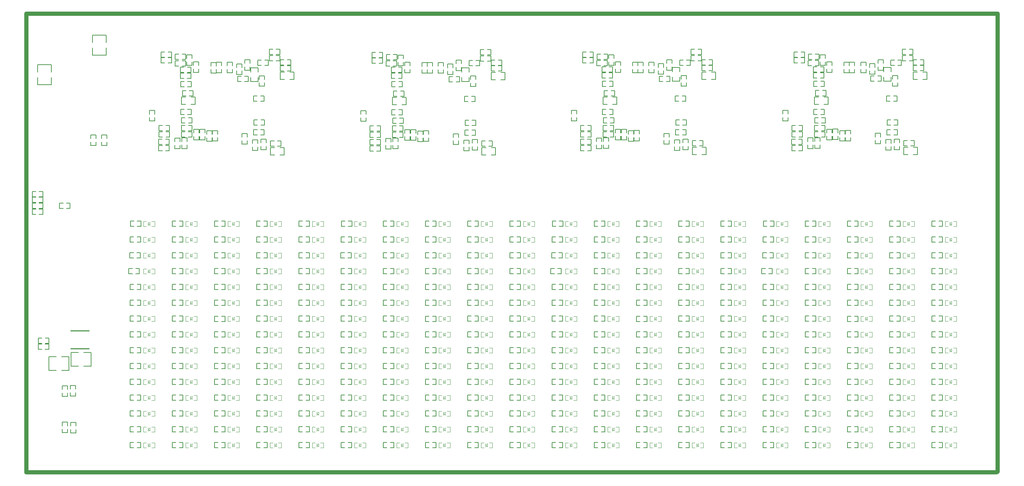
<source format=gbo>
G04*
G04 #@! TF.GenerationSoftware,Altium Limited,Altium Designer,18.1.7 (191)*
G04*
G04 Layer_Color=32896*
%FSLAX25Y25*%
%MOIN*%
G70*
G01*
G75*
%ADD13C,0.00394*%
%ADD14C,0.00500*%
%ADD16C,0.01000*%
%ADD18C,0.04000*%
D13*
X476851Y24142D02*
Y27291D01*
X475257Y25717D02*
X476851Y24123D01*
X475257Y25717D02*
X476851Y27310D01*
X475257Y24043D02*
Y27390D01*
X470748Y23354D02*
Y28079D01*
X478524Y23354D02*
X481378D01*
Y28079D01*
X478524D02*
X481378D01*
X470748D02*
X473602D01*
X470748Y23354D02*
X473602D01*
X476851Y39142D02*
Y42291D01*
X475257Y40716D02*
X476851Y39123D01*
X475257Y40716D02*
X476851Y42310D01*
X475257Y39043D02*
Y42390D01*
X470748Y38354D02*
Y43079D01*
X478524Y38354D02*
X481378D01*
Y43079D01*
X478524D02*
X481378D01*
X470748D02*
X473602D01*
X470748Y38354D02*
X473602D01*
X476851Y54142D02*
Y57291D01*
X475257Y55717D02*
X476851Y54123D01*
X475257Y55717D02*
X476851Y57310D01*
X475257Y54043D02*
Y57390D01*
X470748Y53354D02*
Y58079D01*
X478524Y53354D02*
X481378D01*
Y58079D01*
X478524D02*
X481378D01*
X470748D02*
X473602D01*
X470748Y53354D02*
X473602D01*
X876851Y54142D02*
Y57291D01*
X875257Y55717D02*
X876851Y54123D01*
X875257Y55717D02*
X876851Y57310D01*
X875257Y54043D02*
Y57390D01*
X870748Y53354D02*
Y58079D01*
X878524Y53354D02*
X881378D01*
Y58079D01*
X878524D02*
X881378D01*
X870748D02*
X873602D01*
X870748Y53354D02*
X873602D01*
X876851Y39142D02*
Y42291D01*
X875257Y40716D02*
X876851Y39123D01*
X875257Y40716D02*
X876851Y42310D01*
X875257Y39043D02*
Y42390D01*
X870748Y38354D02*
Y43079D01*
X878524Y38354D02*
X881378D01*
Y43079D01*
X878524D02*
X881378D01*
X870748D02*
X873602D01*
X870748Y38354D02*
X873602D01*
X876851Y24142D02*
Y27291D01*
X875257Y25717D02*
X876851Y24123D01*
X875257Y25717D02*
X876851Y27310D01*
X875257Y24043D02*
Y27390D01*
X870748Y23354D02*
Y28079D01*
X878524Y23354D02*
X881378D01*
Y28079D01*
X878524D02*
X881378D01*
X870748D02*
X873602D01*
X870748Y23354D02*
X873602D01*
X676851Y54142D02*
Y57291D01*
X675257Y55717D02*
X676851Y54123D01*
X675257Y55717D02*
X676851Y57310D01*
X675257Y54043D02*
Y57390D01*
X670748Y53354D02*
Y58079D01*
X678524Y53354D02*
X681378D01*
Y58079D01*
X678524D02*
X681378D01*
X670748D02*
X673602D01*
X670748Y53354D02*
X673602D01*
X676851Y39142D02*
Y42291D01*
X675257Y40716D02*
X676851Y39123D01*
X675257Y40716D02*
X676851Y42310D01*
X675257Y39043D02*
Y42390D01*
X670748Y38354D02*
Y43079D01*
X678524Y38354D02*
X681378D01*
Y43079D01*
X678524D02*
X681378D01*
X670748D02*
X673602D01*
X670748Y38354D02*
X673602D01*
X676851Y24142D02*
Y27291D01*
X675257Y25717D02*
X676851Y24123D01*
X675257Y25717D02*
X676851Y27310D01*
X675257Y24043D02*
Y27390D01*
X670748Y23354D02*
Y28079D01*
X678524Y23354D02*
X681378D01*
Y28079D01*
X678524D02*
X681378D01*
X670748D02*
X673602D01*
X670748Y23354D02*
X673602D01*
X876851Y69142D02*
Y72291D01*
X875257Y70717D02*
X876851Y69123D01*
X875257Y70717D02*
X876851Y72310D01*
X875257Y69043D02*
Y72390D01*
X870748Y68354D02*
Y73079D01*
X878524Y68354D02*
X881378D01*
Y73079D01*
X878524D02*
X881378D01*
X870748D02*
X873602D01*
X870748Y68354D02*
X873602D01*
X876851Y84142D02*
Y87291D01*
X875257Y85716D02*
X876851Y84123D01*
X875257Y85716D02*
X876851Y87310D01*
X875257Y84043D02*
Y87390D01*
X870748Y83354D02*
Y88079D01*
X878524Y83354D02*
X881378D01*
Y88079D01*
X878524D02*
X881378D01*
X870748D02*
X873602D01*
X870748Y83354D02*
X873602D01*
X836850Y24142D02*
Y27291D01*
X835257Y25717D02*
X836850Y24123D01*
X835257Y25717D02*
X836850Y27310D01*
X835257Y24043D02*
Y27390D01*
X830748Y23354D02*
Y28079D01*
X838524Y23354D02*
X841378D01*
Y28079D01*
X838524D02*
X841378D01*
X830748D02*
X833603D01*
X830748Y23354D02*
X833603D01*
X836850Y39142D02*
Y42291D01*
X835257Y40716D02*
X836850Y39123D01*
X835257Y40716D02*
X836850Y42310D01*
X835257Y39043D02*
Y42390D01*
X830748Y38354D02*
Y43079D01*
X838524Y38354D02*
X841378D01*
Y43079D01*
X838524D02*
X841378D01*
X830748D02*
X833603D01*
X830748Y38354D02*
X833603D01*
X836850Y54142D02*
Y57291D01*
X835257Y55717D02*
X836850Y54123D01*
X835257Y55717D02*
X836850Y57310D01*
X835257Y54043D02*
Y57390D01*
X830748Y53354D02*
Y58079D01*
X838524Y53354D02*
X841378D01*
Y58079D01*
X838524D02*
X841378D01*
X830748D02*
X833603D01*
X830748Y53354D02*
X833603D01*
X836850Y69142D02*
Y72291D01*
X835257Y70717D02*
X836850Y69123D01*
X835257Y70717D02*
X836850Y72310D01*
X835257Y69043D02*
Y72390D01*
X830748Y68354D02*
Y73079D01*
X838524Y68354D02*
X841378D01*
Y73079D01*
X838524D02*
X841378D01*
X830748D02*
X833603D01*
X830748Y68354D02*
X833603D01*
X836850Y84142D02*
Y87291D01*
X835257Y85716D02*
X836850Y84123D01*
X835257Y85716D02*
X836850Y87310D01*
X835257Y84043D02*
Y87390D01*
X830748Y83354D02*
Y88079D01*
X838524Y83354D02*
X841378D01*
Y88079D01*
X838524D02*
X841378D01*
X830748D02*
X833603D01*
X830748Y83354D02*
X833603D01*
X796851Y24142D02*
Y27291D01*
X795257Y25717D02*
X796851Y24123D01*
X795257Y25717D02*
X796851Y27310D01*
X795257Y24043D02*
Y27390D01*
X790748Y23354D02*
Y28079D01*
X798524Y23354D02*
X801378D01*
Y28079D01*
X798524D02*
X801378D01*
X790748D02*
X793603D01*
X790748Y23354D02*
X793603D01*
X676851Y69142D02*
Y72291D01*
X675257Y70717D02*
X676851Y69123D01*
X675257Y70717D02*
X676851Y72310D01*
X675257Y69043D02*
Y72390D01*
X670748Y68354D02*
Y73079D01*
X678524Y68354D02*
X681378D01*
Y73079D01*
X678524D02*
X681378D01*
X670748D02*
X673602D01*
X670748Y68354D02*
X673602D01*
X676851Y84142D02*
Y87291D01*
X675257Y85716D02*
X676851Y84123D01*
X675257Y85716D02*
X676851Y87310D01*
X675257Y84043D02*
Y87390D01*
X670748Y83354D02*
Y88079D01*
X678524Y83354D02*
X681378D01*
Y88079D01*
X678524D02*
X681378D01*
X670748D02*
X673602D01*
X670748Y83354D02*
X673602D01*
X636851Y24142D02*
Y27291D01*
X635257Y25717D02*
X636851Y24123D01*
X635257Y25717D02*
X636851Y27310D01*
X635257Y24043D02*
Y27390D01*
X630748Y23354D02*
Y28079D01*
X638524Y23354D02*
X641378D01*
Y28079D01*
X638524D02*
X641378D01*
X630748D02*
X633603D01*
X630748Y23354D02*
X633603D01*
X636851Y39142D02*
Y42291D01*
X635257Y40716D02*
X636851Y39123D01*
X635257Y40716D02*
X636851Y42310D01*
X635257Y39043D02*
Y42390D01*
X630748Y38354D02*
Y43079D01*
X638524Y38354D02*
X641378D01*
Y43079D01*
X638524D02*
X641378D01*
X630748D02*
X633603D01*
X630748Y38354D02*
X633603D01*
X636851Y54142D02*
Y57291D01*
X635257Y55717D02*
X636851Y54123D01*
X635257Y55717D02*
X636851Y57310D01*
X635257Y54043D02*
Y57390D01*
X630748Y53354D02*
Y58079D01*
X638524Y53354D02*
X641378D01*
Y58079D01*
X638524D02*
X641378D01*
X630748D02*
X633603D01*
X630748Y53354D02*
X633603D01*
X636851Y69142D02*
Y72291D01*
X635257Y70717D02*
X636851Y69123D01*
X635257Y70717D02*
X636851Y72310D01*
X635257Y69043D02*
Y72390D01*
X630748Y68354D02*
Y73079D01*
X638524Y68354D02*
X641378D01*
Y73079D01*
X638524D02*
X641378D01*
X630748D02*
X633603D01*
X630748Y68354D02*
X633603D01*
X636851Y84142D02*
Y87291D01*
X635257Y85716D02*
X636851Y84123D01*
X635257Y85716D02*
X636851Y87310D01*
X635257Y84043D02*
Y87390D01*
X630748Y83354D02*
Y88079D01*
X638524Y83354D02*
X641378D01*
Y88079D01*
X638524D02*
X641378D01*
X630748D02*
X633603D01*
X630748Y83354D02*
X633603D01*
X596851Y24142D02*
Y27291D01*
X595257Y25717D02*
X596851Y24123D01*
X595257Y25717D02*
X596851Y27310D01*
X595257Y24043D02*
Y27390D01*
X590748Y23354D02*
Y28079D01*
X598524Y23354D02*
X601378D01*
Y28079D01*
X598524D02*
X601378D01*
X590748D02*
X593603D01*
X590748Y23354D02*
X593603D01*
X476851Y69142D02*
Y72291D01*
X475257Y70717D02*
X476851Y69123D01*
X475257Y70717D02*
X476851Y72310D01*
X475257Y69043D02*
Y72390D01*
X470748Y68354D02*
Y73079D01*
X478524Y68354D02*
X481378D01*
Y73079D01*
X478524D02*
X481378D01*
X470748D02*
X473602D01*
X470748Y68354D02*
X473602D01*
X476851Y84142D02*
Y87291D01*
X475257Y85716D02*
X476851Y84123D01*
X475257Y85716D02*
X476851Y87310D01*
X475257Y84043D02*
Y87390D01*
X470748Y83354D02*
Y88079D01*
X478524Y83354D02*
X481378D01*
Y88079D01*
X478524D02*
X481378D01*
X470748D02*
X473602D01*
X470748Y83354D02*
X473602D01*
X436851Y24142D02*
Y27291D01*
X435257Y25717D02*
X436851Y24123D01*
X435257Y25717D02*
X436851Y27310D01*
X435257Y24043D02*
Y27390D01*
X430748Y23354D02*
Y28079D01*
X438524Y23354D02*
X441378D01*
Y28079D01*
X438524D02*
X441378D01*
X430748D02*
X433603D01*
X430748Y23354D02*
X433603D01*
X436851Y39142D02*
Y42291D01*
X435257Y40716D02*
X436851Y39123D01*
X435257Y40716D02*
X436851Y42310D01*
X435257Y39043D02*
Y42390D01*
X430748Y38354D02*
Y43079D01*
X438524Y38354D02*
X441378D01*
Y43079D01*
X438524D02*
X441378D01*
X430748D02*
X433603D01*
X430748Y38354D02*
X433603D01*
X436851Y54142D02*
Y57291D01*
X435257Y55717D02*
X436851Y54123D01*
X435257Y55717D02*
X436851Y57310D01*
X435257Y54043D02*
Y57390D01*
X430748Y53354D02*
Y58079D01*
X438524Y53354D02*
X441378D01*
Y58079D01*
X438524D02*
X441378D01*
X430748D02*
X433603D01*
X430748Y53354D02*
X433603D01*
X436851Y69142D02*
Y72291D01*
X435257Y70717D02*
X436851Y69123D01*
X435257Y70717D02*
X436851Y72310D01*
X435257Y69043D02*
Y72390D01*
X430748Y68354D02*
Y73079D01*
X438524Y68354D02*
X441378D01*
Y73079D01*
X438524D02*
X441378D01*
X430748D02*
X433603D01*
X430748Y68354D02*
X433603D01*
X436851Y84142D02*
Y87291D01*
X435257Y85716D02*
X436851Y84123D01*
X435257Y85716D02*
X436851Y87310D01*
X435257Y84043D02*
Y87390D01*
X430748Y83354D02*
Y88079D01*
X438524Y83354D02*
X441378D01*
Y88079D01*
X438524D02*
X441378D01*
X430748D02*
X433603D01*
X430748Y83354D02*
X433603D01*
X396851Y24142D02*
Y27291D01*
X395257Y25717D02*
X396851Y24123D01*
X395257Y25717D02*
X396851Y27310D01*
X395257Y24043D02*
Y27390D01*
X390748Y23354D02*
Y28079D01*
X398524Y23354D02*
X401378D01*
Y28079D01*
X398524D02*
X401378D01*
X390748D02*
X393602D01*
X390748Y23354D02*
X393602D01*
X756851Y24142D02*
Y27291D01*
X755257Y25717D02*
X756851Y24123D01*
X755257Y25717D02*
X756851Y27310D01*
X755257Y24043D02*
Y27390D01*
X750748Y23354D02*
Y28079D01*
X758524Y23354D02*
X761378D01*
Y28079D01*
X758524D02*
X761378D01*
X750748D02*
X753603D01*
X750748Y23354D02*
X753603D01*
X716851Y24142D02*
Y27291D01*
X715257Y25717D02*
X716851Y24123D01*
X715257Y25717D02*
X716851Y27310D01*
X715257Y24043D02*
Y27390D01*
X710748Y23354D02*
Y28079D01*
X718524Y23354D02*
X721378D01*
Y28079D01*
X718524D02*
X721378D01*
X710748D02*
X713602D01*
X710748Y23354D02*
X713602D01*
X796851Y39142D02*
Y42291D01*
X795257Y40716D02*
X796851Y39123D01*
X795257Y40716D02*
X796851Y42310D01*
X795257Y39043D02*
Y42390D01*
X790748Y38354D02*
Y43079D01*
X798524Y38354D02*
X801378D01*
Y43079D01*
X798524D02*
X801378D01*
X790748D02*
X793603D01*
X790748Y38354D02*
X793603D01*
X756851Y39142D02*
Y42291D01*
X755257Y40716D02*
X756851Y39123D01*
X755257Y40716D02*
X756851Y42310D01*
X755257Y39043D02*
Y42390D01*
X750748Y38354D02*
Y43079D01*
X758524Y38354D02*
X761378D01*
Y43079D01*
X758524D02*
X761378D01*
X750748D02*
X753603D01*
X750748Y38354D02*
X753603D01*
X716851Y39142D02*
Y42291D01*
X715257Y40716D02*
X716851Y39123D01*
X715257Y40716D02*
X716851Y42310D01*
X715257Y39043D02*
Y42390D01*
X710748Y38354D02*
Y43079D01*
X718524Y38354D02*
X721378D01*
Y43079D01*
X718524D02*
X721378D01*
X710748D02*
X713602D01*
X710748Y38354D02*
X713602D01*
X796851Y54142D02*
Y57291D01*
X795257Y55717D02*
X796851Y54123D01*
X795257Y55717D02*
X796851Y57310D01*
X795257Y54043D02*
Y57390D01*
X790748Y53354D02*
Y58079D01*
X798524Y53354D02*
X801378D01*
Y58079D01*
X798524D02*
X801378D01*
X790748D02*
X793603D01*
X790748Y53354D02*
X793603D01*
X756851Y54142D02*
Y57291D01*
X755257Y55717D02*
X756851Y54123D01*
X755257Y55717D02*
X756851Y57310D01*
X755257Y54043D02*
Y57390D01*
X750748Y53354D02*
Y58079D01*
X758524Y53354D02*
X761378D01*
Y58079D01*
X758524D02*
X761378D01*
X750748D02*
X753603D01*
X750748Y53354D02*
X753603D01*
X716851Y54142D02*
Y57291D01*
X715257Y55717D02*
X716851Y54123D01*
X715257Y55717D02*
X716851Y57310D01*
X715257Y54043D02*
Y57390D01*
X710748Y53354D02*
Y58079D01*
X718524Y53354D02*
X721378D01*
Y58079D01*
X718524D02*
X721378D01*
X710748D02*
X713602D01*
X710748Y53354D02*
X713602D01*
X556851Y24142D02*
Y27291D01*
X555257Y25717D02*
X556851Y24123D01*
X555257Y25717D02*
X556851Y27310D01*
X555257Y24043D02*
Y27390D01*
X550748Y23354D02*
Y28079D01*
X558524Y23354D02*
X561378D01*
Y28079D01*
X558524D02*
X561378D01*
X550748D02*
X553603D01*
X550748Y23354D02*
X553603D01*
X516851Y24142D02*
Y27291D01*
X515257Y25717D02*
X516851Y24123D01*
X515257Y25717D02*
X516851Y27310D01*
X515257Y24043D02*
Y27390D01*
X510748Y23354D02*
Y28079D01*
X518524Y23354D02*
X521378D01*
Y28079D01*
X518524D02*
X521378D01*
X510748D02*
X513602D01*
X510748Y23354D02*
X513602D01*
X596851Y39142D02*
Y42291D01*
X595257Y40716D02*
X596851Y39123D01*
X595257Y40716D02*
X596851Y42310D01*
X595257Y39043D02*
Y42390D01*
X590748Y38354D02*
Y43079D01*
X598524Y38354D02*
X601378D01*
Y43079D01*
X598524D02*
X601378D01*
X590748D02*
X593603D01*
X590748Y38354D02*
X593603D01*
X556851Y39142D02*
Y42291D01*
X555257Y40716D02*
X556851Y39123D01*
X555257Y40716D02*
X556851Y42310D01*
X555257Y39043D02*
Y42390D01*
X550748Y38354D02*
Y43079D01*
X558524Y38354D02*
X561378D01*
Y43079D01*
X558524D02*
X561378D01*
X550748D02*
X553603D01*
X550748Y38354D02*
X553603D01*
X516851Y39142D02*
Y42291D01*
X515257Y40716D02*
X516851Y39123D01*
X515257Y40716D02*
X516851Y42310D01*
X515257Y39043D02*
Y42390D01*
X510748Y38354D02*
Y43079D01*
X518524Y38354D02*
X521378D01*
Y43079D01*
X518524D02*
X521378D01*
X510748D02*
X513602D01*
X510748Y38354D02*
X513602D01*
X596851Y54142D02*
Y57291D01*
X595257Y55717D02*
X596851Y54123D01*
X595257Y55717D02*
X596851Y57310D01*
X595257Y54043D02*
Y57390D01*
X590748Y53354D02*
Y58079D01*
X598524Y53354D02*
X601378D01*
Y58079D01*
X598524D02*
X601378D01*
X590748D02*
X593603D01*
X590748Y53354D02*
X593603D01*
X556851Y54142D02*
Y57291D01*
X555257Y55717D02*
X556851Y54123D01*
X555257Y55717D02*
X556851Y57310D01*
X555257Y54043D02*
Y57390D01*
X550748Y53354D02*
Y58079D01*
X558524Y53354D02*
X561378D01*
Y58079D01*
X558524D02*
X561378D01*
X550748D02*
X553603D01*
X550748Y53354D02*
X553603D01*
X516851Y54142D02*
Y57291D01*
X515257Y55717D02*
X516851Y54123D01*
X515257Y55717D02*
X516851Y57310D01*
X515257Y54043D02*
Y57390D01*
X510748Y53354D02*
Y58079D01*
X518524Y53354D02*
X521378D01*
Y58079D01*
X518524D02*
X521378D01*
X510748D02*
X513602D01*
X510748Y53354D02*
X513602D01*
X356851Y24142D02*
Y27291D01*
X355257Y25717D02*
X356851Y24123D01*
X355257Y25717D02*
X356851Y27310D01*
X355257Y24043D02*
Y27390D01*
X350748Y23354D02*
Y28079D01*
X358524Y23354D02*
X361378D01*
Y28079D01*
X358524D02*
X361378D01*
X350748D02*
X353603D01*
X350748Y23354D02*
X353603D01*
X316851Y24142D02*
Y27291D01*
X315257Y25717D02*
X316851Y24123D01*
X315257Y25717D02*
X316851Y27310D01*
X315257Y24043D02*
Y27390D01*
X310748Y23354D02*
Y28079D01*
X318524Y23354D02*
X321378D01*
Y28079D01*
X318524D02*
X321378D01*
X310748D02*
X313602D01*
X310748Y23354D02*
X313602D01*
X396851Y39142D02*
Y42291D01*
X395257Y40716D02*
X396851Y39123D01*
X395257Y40716D02*
X396851Y42310D01*
X395257Y39043D02*
Y42390D01*
X390748Y38354D02*
Y43079D01*
X398524Y38354D02*
X401378D01*
Y43079D01*
X398524D02*
X401378D01*
X390748D02*
X393602D01*
X390748Y38354D02*
X393602D01*
X356851Y39142D02*
Y42291D01*
X355257Y40716D02*
X356851Y39123D01*
X355257Y40716D02*
X356851Y42310D01*
X355257Y39043D02*
Y42390D01*
X350748Y38354D02*
Y43079D01*
X358524Y38354D02*
X361378D01*
Y43079D01*
X358524D02*
X361378D01*
X350748D02*
X353603D01*
X350748Y38354D02*
X353603D01*
X316851Y39142D02*
Y42291D01*
X315257Y40716D02*
X316851Y39123D01*
X315257Y40716D02*
X316851Y42310D01*
X315257Y39043D02*
Y42390D01*
X310748Y38354D02*
Y43079D01*
X318524Y38354D02*
X321378D01*
Y43079D01*
X318524D02*
X321378D01*
X310748D02*
X313602D01*
X310748Y38354D02*
X313602D01*
X396851Y54142D02*
Y57291D01*
X395257Y55717D02*
X396851Y54123D01*
X395257Y55717D02*
X396851Y57310D01*
X395257Y54043D02*
Y57390D01*
X390748Y53354D02*
Y58079D01*
X398524Y53354D02*
X401378D01*
Y58079D01*
X398524D02*
X401378D01*
X390748D02*
X393602D01*
X390748Y53354D02*
X393602D01*
X356851Y54142D02*
Y57291D01*
X355257Y55717D02*
X356851Y54123D01*
X355257Y55717D02*
X356851Y57310D01*
X355257Y54043D02*
Y57390D01*
X350748Y53354D02*
Y58079D01*
X358524Y53354D02*
X361378D01*
Y58079D01*
X358524D02*
X361378D01*
X350748D02*
X353603D01*
X350748Y53354D02*
X353603D01*
X316851Y54142D02*
Y57291D01*
X315257Y55717D02*
X316851Y54123D01*
X315257Y55717D02*
X316851Y57310D01*
X315257Y54043D02*
Y57390D01*
X310748Y53354D02*
Y58079D01*
X318524Y53354D02*
X321378D01*
Y58079D01*
X318524D02*
X321378D01*
X310748D02*
X313602D01*
X310748Y53354D02*
X313602D01*
X796851Y69142D02*
Y72291D01*
X795257Y70717D02*
X796851Y69123D01*
X795257Y70717D02*
X796851Y72310D01*
X795257Y69043D02*
Y72390D01*
X790748Y68354D02*
Y73079D01*
X798524Y68354D02*
X801378D01*
Y73079D01*
X798524D02*
X801378D01*
X790748D02*
X793603D01*
X790748Y68354D02*
X793603D01*
X756851Y69142D02*
Y72291D01*
X755257Y70717D02*
X756851Y69123D01*
X755257Y70717D02*
X756851Y72310D01*
X755257Y69043D02*
Y72390D01*
X750748Y68354D02*
Y73079D01*
X758524Y68354D02*
X761378D01*
Y73079D01*
X758524D02*
X761378D01*
X750748D02*
X753603D01*
X750748Y68354D02*
X753603D01*
X716851Y69142D02*
Y72291D01*
X715257Y70717D02*
X716851Y69123D01*
X715257Y70717D02*
X716851Y72310D01*
X715257Y69043D02*
Y72390D01*
X710748Y68354D02*
Y73079D01*
X718524Y68354D02*
X721378D01*
Y73079D01*
X718524D02*
X721378D01*
X710748D02*
X713602D01*
X710748Y68354D02*
X713602D01*
X796851Y84142D02*
Y87291D01*
X795257Y85716D02*
X796851Y84123D01*
X795257Y85716D02*
X796851Y87310D01*
X795257Y84043D02*
Y87390D01*
X790748Y83354D02*
Y88079D01*
X798524Y83354D02*
X801378D01*
Y88079D01*
X798524D02*
X801378D01*
X790748D02*
X793603D01*
X790748Y83354D02*
X793603D01*
X756851Y84142D02*
Y87291D01*
X755257Y85716D02*
X756851Y84123D01*
X755257Y85716D02*
X756851Y87310D01*
X755257Y84043D02*
Y87390D01*
X750748Y83354D02*
Y88079D01*
X758524Y83354D02*
X761378D01*
Y88079D01*
X758524D02*
X761378D01*
X750748D02*
X753603D01*
X750748Y83354D02*
X753603D01*
X716851Y84142D02*
Y87291D01*
X715257Y85716D02*
X716851Y84123D01*
X715257Y85716D02*
X716851Y87310D01*
X715257Y84043D02*
Y87390D01*
X710748Y83354D02*
Y88079D01*
X718524Y83354D02*
X721378D01*
Y88079D01*
X718524D02*
X721378D01*
X710748D02*
X713602D01*
X710748Y83354D02*
X713602D01*
X756851Y99142D02*
Y102291D01*
X755257Y100716D02*
X756851Y99123D01*
X755257Y100716D02*
X756851Y102310D01*
X755257Y99043D02*
Y102390D01*
X750748Y98354D02*
Y103079D01*
X758524Y98354D02*
X761378D01*
Y103079D01*
X758524D02*
X761378D01*
X750748D02*
X753603D01*
X750748Y98354D02*
X753603D01*
X716851Y99142D02*
Y102291D01*
X715257Y100716D02*
X716851Y99123D01*
X715257Y100716D02*
X716851Y102310D01*
X715257Y99043D02*
Y102390D01*
X710748Y98354D02*
Y103079D01*
X718524Y98354D02*
X721378D01*
Y103079D01*
X718524D02*
X721378D01*
X710748D02*
X713602D01*
X710748Y98354D02*
X713602D01*
X596851Y69142D02*
Y72291D01*
X595257Y70717D02*
X596851Y69123D01*
X595257Y70717D02*
X596851Y72310D01*
X595257Y69043D02*
Y72390D01*
X590748Y68354D02*
Y73079D01*
X598524Y68354D02*
X601378D01*
Y73079D01*
X598524D02*
X601378D01*
X590748D02*
X593603D01*
X590748Y68354D02*
X593603D01*
X556851Y69142D02*
Y72291D01*
X555257Y70717D02*
X556851Y69123D01*
X555257Y70717D02*
X556851Y72310D01*
X555257Y69043D02*
Y72390D01*
X550748Y68354D02*
Y73079D01*
X558524Y68354D02*
X561378D01*
Y73079D01*
X558524D02*
X561378D01*
X550748D02*
X553603D01*
X550748Y68354D02*
X553603D01*
X516851Y69142D02*
Y72291D01*
X515257Y70717D02*
X516851Y69123D01*
X515257Y70717D02*
X516851Y72310D01*
X515257Y69043D02*
Y72390D01*
X510748Y68354D02*
Y73079D01*
X518524Y68354D02*
X521378D01*
Y73079D01*
X518524D02*
X521378D01*
X510748D02*
X513602D01*
X510748Y68354D02*
X513602D01*
X596851Y84142D02*
Y87291D01*
X595257Y85716D02*
X596851Y84123D01*
X595257Y85716D02*
X596851Y87310D01*
X595257Y84043D02*
Y87390D01*
X590748Y83354D02*
Y88079D01*
X598524Y83354D02*
X601378D01*
Y88079D01*
X598524D02*
X601378D01*
X590748D02*
X593603D01*
X590748Y83354D02*
X593603D01*
X556851Y84142D02*
Y87291D01*
X555257Y85716D02*
X556851Y84123D01*
X555257Y85716D02*
X556851Y87310D01*
X555257Y84043D02*
Y87390D01*
X550748Y83354D02*
Y88079D01*
X558524Y83354D02*
X561378D01*
Y88079D01*
X558524D02*
X561378D01*
X550748D02*
X553603D01*
X550748Y83354D02*
X553603D01*
X516851Y84142D02*
Y87291D01*
X515257Y85716D02*
X516851Y84123D01*
X515257Y85716D02*
X516851Y87310D01*
X515257Y84043D02*
Y87390D01*
X510748Y83354D02*
Y88079D01*
X518524Y83354D02*
X521378D01*
Y88079D01*
X518524D02*
X521378D01*
X510748D02*
X513602D01*
X510748Y83354D02*
X513602D01*
X556851Y99142D02*
Y102291D01*
X555257Y100716D02*
X556851Y99123D01*
X555257Y100716D02*
X556851Y102310D01*
X555257Y99043D02*
Y102390D01*
X550748Y98354D02*
Y103079D01*
X558524Y98354D02*
X561378D01*
Y103079D01*
X558524D02*
X561378D01*
X550748D02*
X553603D01*
X550748Y98354D02*
X553603D01*
X516851Y99142D02*
Y102291D01*
X515257Y100716D02*
X516851Y99123D01*
X515257Y100716D02*
X516851Y102310D01*
X515257Y99043D02*
Y102390D01*
X510748Y98354D02*
Y103079D01*
X518524Y98354D02*
X521378D01*
Y103079D01*
X518524D02*
X521378D01*
X510748D02*
X513602D01*
X510748Y98354D02*
X513602D01*
X396851Y69142D02*
Y72291D01*
X395257Y70717D02*
X396851Y69123D01*
X395257Y70717D02*
X396851Y72310D01*
X395257Y69043D02*
Y72390D01*
X390748Y68354D02*
Y73079D01*
X398524Y68354D02*
X401378D01*
Y73079D01*
X398524D02*
X401378D01*
X390748D02*
X393602D01*
X390748Y68354D02*
X393602D01*
X356851Y69142D02*
Y72291D01*
X355257Y70717D02*
X356851Y69123D01*
X355257Y70717D02*
X356851Y72310D01*
X355257Y69043D02*
Y72390D01*
X350748Y68354D02*
Y73079D01*
X358524Y68354D02*
X361378D01*
Y73079D01*
X358524D02*
X361378D01*
X350748D02*
X353603D01*
X350748Y68354D02*
X353603D01*
X316851Y69142D02*
Y72291D01*
X315257Y70717D02*
X316851Y69123D01*
X315257Y70717D02*
X316851Y72310D01*
X315257Y69043D02*
Y72390D01*
X310748Y68354D02*
Y73079D01*
X318524Y68354D02*
X321378D01*
Y73079D01*
X318524D02*
X321378D01*
X310748D02*
X313602D01*
X310748Y68354D02*
X313602D01*
X396851Y84142D02*
Y87291D01*
X395257Y85716D02*
X396851Y84123D01*
X395257Y85716D02*
X396851Y87310D01*
X395257Y84043D02*
Y87390D01*
X390748Y83354D02*
Y88079D01*
X398524Y83354D02*
X401378D01*
Y88079D01*
X398524D02*
X401378D01*
X390748D02*
X393602D01*
X390748Y83354D02*
X393602D01*
X356851Y84142D02*
Y87291D01*
X355257Y85716D02*
X356851Y84123D01*
X355257Y85716D02*
X356851Y87310D01*
X355257Y84043D02*
Y87390D01*
X350748Y83354D02*
Y88079D01*
X358524Y83354D02*
X361378D01*
Y88079D01*
X358524D02*
X361378D01*
X350748D02*
X353603D01*
X350748Y83354D02*
X353603D01*
X316851Y84142D02*
Y87291D01*
X315257Y85716D02*
X316851Y84123D01*
X315257Y85716D02*
X316851Y87310D01*
X315257Y84043D02*
Y87390D01*
X310748Y83354D02*
Y88079D01*
X318524Y83354D02*
X321378D01*
Y88079D01*
X318524D02*
X321378D01*
X310748D02*
X313602D01*
X310748Y83354D02*
X313602D01*
X356851Y99142D02*
Y102291D01*
X355257Y100716D02*
X356851Y99123D01*
X355257Y100716D02*
X356851Y102310D01*
X355257Y99043D02*
Y102390D01*
X350748Y98354D02*
Y103079D01*
X358524Y98354D02*
X361378D01*
Y103079D01*
X358524D02*
X361378D01*
X350748D02*
X353603D01*
X350748Y98354D02*
X353603D01*
X316851Y99142D02*
Y102291D01*
X315257Y100716D02*
X316851Y99123D01*
X315257Y100716D02*
X316851Y102310D01*
X315257Y99043D02*
Y102390D01*
X310748Y98354D02*
Y103079D01*
X318524Y98354D02*
X321378D01*
Y103079D01*
X318524D02*
X321378D01*
X310748D02*
X313602D01*
X310748Y98354D02*
X313602D01*
X876851Y99142D02*
Y102291D01*
X875257Y100716D02*
X876851Y99123D01*
X875257Y100716D02*
X876851Y102310D01*
X875257Y99043D02*
Y102390D01*
X870748Y98354D02*
Y103079D01*
X878524Y98354D02*
X881378D01*
Y103079D01*
X878524D02*
X881378D01*
X870748D02*
X873602D01*
X870748Y98354D02*
X873602D01*
X876851Y114142D02*
Y117291D01*
X875257Y115717D02*
X876851Y114123D01*
X875257Y115717D02*
X876851Y117310D01*
X875257Y114043D02*
Y117390D01*
X870748Y113354D02*
Y118079D01*
X878524Y113354D02*
X881378D01*
Y118079D01*
X878524D02*
X881378D01*
X870748D02*
X873602D01*
X870748Y113354D02*
X873602D01*
X876851Y129142D02*
Y132291D01*
X875257Y130717D02*
X876851Y129123D01*
X875257Y130717D02*
X876851Y132310D01*
X875257Y129043D02*
Y132390D01*
X870748Y128354D02*
Y133079D01*
X878524Y128354D02*
X881378D01*
Y133079D01*
X878524D02*
X881378D01*
X870748D02*
X873602D01*
X870748Y128354D02*
X873602D01*
X876851Y144142D02*
Y147291D01*
X875257Y145717D02*
X876851Y144123D01*
X875257Y145717D02*
X876851Y147310D01*
X875257Y144043D02*
Y147390D01*
X870748Y143354D02*
Y148079D01*
X878524Y143354D02*
X881378D01*
Y148079D01*
X878524D02*
X881378D01*
X870748D02*
X873602D01*
X870748Y143354D02*
X873602D01*
X836850Y99142D02*
Y102291D01*
X835257Y100716D02*
X836850Y99123D01*
X835257Y100716D02*
X836850Y102310D01*
X835257Y99043D02*
Y102390D01*
X830748Y98354D02*
Y103079D01*
X838524Y98354D02*
X841378D01*
Y103079D01*
X838524D02*
X841378D01*
X830748D02*
X833603D01*
X830748Y98354D02*
X833603D01*
X836850Y114142D02*
Y117291D01*
X835257Y115717D02*
X836850Y114123D01*
X835257Y115717D02*
X836850Y117310D01*
X835257Y114043D02*
Y117390D01*
X830748Y113354D02*
Y118079D01*
X838524Y113354D02*
X841378D01*
Y118079D01*
X838524D02*
X841378D01*
X830748D02*
X833603D01*
X830748Y113354D02*
X833603D01*
X836850Y144142D02*
Y147291D01*
X835257Y145717D02*
X836850Y144123D01*
X835257Y145717D02*
X836850Y147310D01*
X835257Y144043D02*
Y147390D01*
X830748Y143354D02*
Y148079D01*
X838524Y143354D02*
X841378D01*
Y148079D01*
X838524D02*
X841378D01*
X830748D02*
X833603D01*
X830748Y143354D02*
X833603D01*
X836850Y129142D02*
Y132291D01*
X835257Y130717D02*
X836850Y129123D01*
X835257Y130717D02*
X836850Y132310D01*
X835257Y129043D02*
Y132390D01*
X830748Y128354D02*
Y133079D01*
X838524Y128354D02*
X841378D01*
Y133079D01*
X838524D02*
X841378D01*
X830748D02*
X833603D01*
X830748Y128354D02*
X833603D01*
X676851Y99142D02*
Y102291D01*
X675257Y100716D02*
X676851Y99123D01*
X675257Y100716D02*
X676851Y102310D01*
X675257Y99043D02*
Y102390D01*
X670748Y98354D02*
Y103079D01*
X678524Y98354D02*
X681378D01*
Y103079D01*
X678524D02*
X681378D01*
X670748D02*
X673602D01*
X670748Y98354D02*
X673602D01*
X676851Y114142D02*
Y117291D01*
X675257Y115717D02*
X676851Y114123D01*
X675257Y115717D02*
X676851Y117310D01*
X675257Y114043D02*
Y117390D01*
X670748Y113354D02*
Y118079D01*
X678524Y113354D02*
X681378D01*
Y118079D01*
X678524D02*
X681378D01*
X670748D02*
X673602D01*
X670748Y113354D02*
X673602D01*
X676851Y129142D02*
Y132291D01*
X675257Y130717D02*
X676851Y129123D01*
X675257Y130717D02*
X676851Y132310D01*
X675257Y129043D02*
Y132390D01*
X670748Y128354D02*
Y133079D01*
X678524Y128354D02*
X681378D01*
Y133079D01*
X678524D02*
X681378D01*
X670748D02*
X673602D01*
X670748Y128354D02*
X673602D01*
X676851Y144142D02*
Y147291D01*
X675257Y145717D02*
X676851Y144123D01*
X675257Y145717D02*
X676851Y147310D01*
X675257Y144043D02*
Y147390D01*
X670748Y143354D02*
Y148079D01*
X678524Y143354D02*
X681378D01*
Y148079D01*
X678524D02*
X681378D01*
X670748D02*
X673602D01*
X670748Y143354D02*
X673602D01*
X636851Y99142D02*
Y102291D01*
X635257Y100716D02*
X636851Y99123D01*
X635257Y100716D02*
X636851Y102310D01*
X635257Y99043D02*
Y102390D01*
X630748Y98354D02*
Y103079D01*
X638524Y98354D02*
X641378D01*
Y103079D01*
X638524D02*
X641378D01*
X630748D02*
X633603D01*
X630748Y98354D02*
X633603D01*
X636851Y114142D02*
Y117291D01*
X635257Y115717D02*
X636851Y114123D01*
X635257Y115717D02*
X636851Y117310D01*
X635257Y114043D02*
Y117390D01*
X630748Y113354D02*
Y118079D01*
X638524Y113354D02*
X641378D01*
Y118079D01*
X638524D02*
X641378D01*
X630748D02*
X633603D01*
X630748Y113354D02*
X633603D01*
X636851Y144142D02*
Y147291D01*
X635257Y145717D02*
X636851Y144123D01*
X635257Y145717D02*
X636851Y147310D01*
X635257Y144043D02*
Y147390D01*
X630748Y143354D02*
Y148079D01*
X638524Y143354D02*
X641378D01*
Y148079D01*
X638524D02*
X641378D01*
X630748D02*
X633603D01*
X630748Y143354D02*
X633603D01*
X636851Y129142D02*
Y132291D01*
X635257Y130717D02*
X636851Y129123D01*
X635257Y130717D02*
X636851Y132310D01*
X635257Y129043D02*
Y132390D01*
X630748Y128354D02*
Y133079D01*
X638524Y128354D02*
X641378D01*
Y133079D01*
X638524D02*
X641378D01*
X630748D02*
X633603D01*
X630748Y128354D02*
X633603D01*
X476851Y99142D02*
Y102291D01*
X475257Y100716D02*
X476851Y99123D01*
X475257Y100716D02*
X476851Y102310D01*
X475257Y99043D02*
Y102390D01*
X470748Y98354D02*
Y103079D01*
X478524Y98354D02*
X481378D01*
Y103079D01*
X478524D02*
X481378D01*
X470748D02*
X473602D01*
X470748Y98354D02*
X473602D01*
X476851Y114142D02*
Y117291D01*
X475257Y115717D02*
X476851Y114123D01*
X475257Y115717D02*
X476851Y117310D01*
X475257Y114043D02*
Y117390D01*
X470748Y113354D02*
Y118079D01*
X478524Y113354D02*
X481378D01*
Y118079D01*
X478524D02*
X481378D01*
X470748D02*
X473602D01*
X470748Y113354D02*
X473602D01*
X476851Y129142D02*
Y132291D01*
X475257Y130717D02*
X476851Y129123D01*
X475257Y130717D02*
X476851Y132310D01*
X475257Y129043D02*
Y132390D01*
X470748Y128354D02*
Y133079D01*
X478524Y128354D02*
X481378D01*
Y133079D01*
X478524D02*
X481378D01*
X470748D02*
X473602D01*
X470748Y128354D02*
X473602D01*
X476851Y144142D02*
Y147291D01*
X475257Y145717D02*
X476851Y144123D01*
X475257Y145717D02*
X476851Y147310D01*
X475257Y144043D02*
Y147390D01*
X470748Y143354D02*
Y148079D01*
X478524Y143354D02*
X481378D01*
Y148079D01*
X478524D02*
X481378D01*
X470748D02*
X473602D01*
X470748Y143354D02*
X473602D01*
X436851Y99142D02*
Y102291D01*
X435257Y100716D02*
X436851Y99123D01*
X435257Y100716D02*
X436851Y102310D01*
X435257Y99043D02*
Y102390D01*
X430748Y98354D02*
Y103079D01*
X438524Y98354D02*
X441378D01*
Y103079D01*
X438524D02*
X441378D01*
X430748D02*
X433603D01*
X430748Y98354D02*
X433603D01*
X436851Y114142D02*
Y117291D01*
X435257Y115717D02*
X436851Y114123D01*
X435257Y115717D02*
X436851Y117310D01*
X435257Y114043D02*
Y117390D01*
X430748Y113354D02*
Y118079D01*
X438524Y113354D02*
X441378D01*
Y118079D01*
X438524D02*
X441378D01*
X430748D02*
X433603D01*
X430748Y113354D02*
X433603D01*
X436851Y144142D02*
Y147291D01*
X435257Y145717D02*
X436851Y144123D01*
X435257Y145717D02*
X436851Y147310D01*
X435257Y144043D02*
Y147390D01*
X430748Y143354D02*
Y148079D01*
X438524Y143354D02*
X441378D01*
Y148079D01*
X438524D02*
X441378D01*
X430748D02*
X433603D01*
X430748Y143354D02*
X433603D01*
X436851Y129142D02*
Y132291D01*
X435257Y130717D02*
X436851Y129123D01*
X435257Y130717D02*
X436851Y132310D01*
X435257Y129043D02*
Y132390D01*
X430748Y128354D02*
Y133079D01*
X438524Y128354D02*
X441378D01*
Y133079D01*
X438524D02*
X441378D01*
X430748D02*
X433603D01*
X430748Y128354D02*
X433603D01*
X796851Y99142D02*
Y102291D01*
X795257Y100716D02*
X796851Y99123D01*
X795257Y100716D02*
X796851Y102310D01*
X795257Y99043D02*
Y102390D01*
X790748Y98354D02*
Y103079D01*
X798524Y98354D02*
X801378D01*
Y103079D01*
X798524D02*
X801378D01*
X790748D02*
X793603D01*
X790748Y98354D02*
X793603D01*
X796851Y114142D02*
Y117291D01*
X795257Y115717D02*
X796851Y114123D01*
X795257Y115717D02*
X796851Y117310D01*
X795257Y114043D02*
Y117390D01*
X790748Y113354D02*
Y118079D01*
X798524Y113354D02*
X801378D01*
Y118079D01*
X798524D02*
X801378D01*
X790748D02*
X793603D01*
X790748Y113354D02*
X793603D01*
X756851Y114142D02*
Y117291D01*
X755257Y115717D02*
X756851Y114123D01*
X755257Y115717D02*
X756851Y117310D01*
X755257Y114043D02*
Y117390D01*
X750748Y113354D02*
Y118079D01*
X758524Y113354D02*
X761378D01*
Y118079D01*
X758524D02*
X761378D01*
X750748D02*
X753603D01*
X750748Y113354D02*
X753603D01*
X716851Y114142D02*
Y117291D01*
X715257Y115717D02*
X716851Y114123D01*
X715257Y115717D02*
X716851Y117310D01*
X715257Y114043D02*
Y117390D01*
X710748Y113354D02*
Y118079D01*
X718524Y113354D02*
X721378D01*
Y118079D01*
X718524D02*
X721378D01*
X710748D02*
X713602D01*
X710748Y113354D02*
X713602D01*
X796851Y129142D02*
Y132291D01*
X795257Y130717D02*
X796851Y129123D01*
X795257Y130717D02*
X796851Y132310D01*
X795257Y129043D02*
Y132390D01*
X790748Y128354D02*
Y133079D01*
X798524Y128354D02*
X801378D01*
Y133079D01*
X798524D02*
X801378D01*
X790748D02*
X793603D01*
X790748Y128354D02*
X793603D01*
X756851Y129142D02*
Y132291D01*
X755257Y130717D02*
X756851Y129123D01*
X755257Y130717D02*
X756851Y132310D01*
X755257Y129043D02*
Y132390D01*
X750748Y128354D02*
Y133079D01*
X758524Y128354D02*
X761378D01*
Y133079D01*
X758524D02*
X761378D01*
X750748D02*
X753603D01*
X750748Y128354D02*
X753603D01*
X716851Y129142D02*
Y132291D01*
X715257Y130717D02*
X716851Y129123D01*
X715257Y130717D02*
X716851Y132310D01*
X715257Y129043D02*
Y132390D01*
X710748Y128354D02*
Y133079D01*
X718524Y128354D02*
X721378D01*
Y133079D01*
X718524D02*
X721378D01*
X710748D02*
X713602D01*
X710748Y128354D02*
X713602D01*
X716851Y144142D02*
Y147291D01*
X715257Y145717D02*
X716851Y144123D01*
X715257Y145717D02*
X716851Y147310D01*
X715257Y144043D02*
Y147390D01*
X710748Y143354D02*
Y148079D01*
X718524Y143354D02*
X721378D01*
Y148079D01*
X718524D02*
X721378D01*
X710748D02*
X713602D01*
X710748Y143354D02*
X713602D01*
X596851Y99142D02*
Y102291D01*
X595257Y100716D02*
X596851Y99123D01*
X595257Y100716D02*
X596851Y102310D01*
X595257Y99043D02*
Y102390D01*
X590748Y98354D02*
Y103079D01*
X598524Y98354D02*
X601378D01*
Y103079D01*
X598524D02*
X601378D01*
X590748D02*
X593603D01*
X590748Y98354D02*
X593603D01*
X596851Y114142D02*
Y117291D01*
X595257Y115717D02*
X596851Y114123D01*
X595257Y115717D02*
X596851Y117310D01*
X595257Y114043D02*
Y117390D01*
X590748Y113354D02*
Y118079D01*
X598524Y113354D02*
X601378D01*
Y118079D01*
X598524D02*
X601378D01*
X590748D02*
X593603D01*
X590748Y113354D02*
X593603D01*
X556851Y114142D02*
Y117291D01*
X555257Y115717D02*
X556851Y114123D01*
X555257Y115717D02*
X556851Y117310D01*
X555257Y114043D02*
Y117390D01*
X550748Y113354D02*
Y118079D01*
X558524Y113354D02*
X561378D01*
Y118079D01*
X558524D02*
X561378D01*
X550748D02*
X553603D01*
X550748Y113354D02*
X553603D01*
X516851Y114142D02*
Y117291D01*
X515257Y115717D02*
X516851Y114123D01*
X515257Y115717D02*
X516851Y117310D01*
X515257Y114043D02*
Y117390D01*
X510748Y113354D02*
Y118079D01*
X518524Y113354D02*
X521378D01*
Y118079D01*
X518524D02*
X521378D01*
X510748D02*
X513602D01*
X510748Y113354D02*
X513602D01*
X596851Y129142D02*
Y132291D01*
X595257Y130717D02*
X596851Y129123D01*
X595257Y130717D02*
X596851Y132310D01*
X595257Y129043D02*
Y132390D01*
X590748Y128354D02*
Y133079D01*
X598524Y128354D02*
X601378D01*
Y133079D01*
X598524D02*
X601378D01*
X590748D02*
X593603D01*
X590748Y128354D02*
X593603D01*
X556851Y129142D02*
Y132291D01*
X555257Y130717D02*
X556851Y129123D01*
X555257Y130717D02*
X556851Y132310D01*
X555257Y129043D02*
Y132390D01*
X550748Y128354D02*
Y133079D01*
X558524Y128354D02*
X561378D01*
Y133079D01*
X558524D02*
X561378D01*
X550748D02*
X553603D01*
X550748Y128354D02*
X553603D01*
X516851Y129142D02*
Y132291D01*
X515257Y130717D02*
X516851Y129123D01*
X515257Y130717D02*
X516851Y132310D01*
X515257Y129043D02*
Y132390D01*
X510748Y128354D02*
Y133079D01*
X518524Y128354D02*
X521378D01*
Y133079D01*
X518524D02*
X521378D01*
X510748D02*
X513602D01*
X510748Y128354D02*
X513602D01*
X516851Y144142D02*
Y147291D01*
X515257Y145717D02*
X516851Y144123D01*
X515257Y145717D02*
X516851Y147310D01*
X515257Y144043D02*
Y147390D01*
X510748Y143354D02*
Y148079D01*
X518524Y143354D02*
X521378D01*
Y148079D01*
X518524D02*
X521378D01*
X510748D02*
X513602D01*
X510748Y143354D02*
X513602D01*
X396851Y99142D02*
Y102291D01*
X395257Y100716D02*
X396851Y99123D01*
X395257Y100716D02*
X396851Y102310D01*
X395257Y99043D02*
Y102390D01*
X390748Y98354D02*
Y103079D01*
X398524Y98354D02*
X401378D01*
Y103079D01*
X398524D02*
X401378D01*
X390748D02*
X393602D01*
X390748Y98354D02*
X393602D01*
X396851Y114142D02*
Y117291D01*
X395257Y115717D02*
X396851Y114123D01*
X395257Y115717D02*
X396851Y117310D01*
X395257Y114043D02*
Y117390D01*
X390748Y113354D02*
Y118079D01*
X398524Y113354D02*
X401378D01*
Y118079D01*
X398524D02*
X401378D01*
X390748D02*
X393602D01*
X390748Y113354D02*
X393602D01*
X356851Y114142D02*
Y117291D01*
X355257Y115717D02*
X356851Y114123D01*
X355257Y115717D02*
X356851Y117310D01*
X355257Y114043D02*
Y117390D01*
X350748Y113354D02*
Y118079D01*
X358524Y113354D02*
X361378D01*
Y118079D01*
X358524D02*
X361378D01*
X350748D02*
X353603D01*
X350748Y113354D02*
X353603D01*
X316851Y114142D02*
Y117291D01*
X315257Y115717D02*
X316851Y114123D01*
X315257Y115717D02*
X316851Y117310D01*
X315257Y114043D02*
Y117390D01*
X310748Y113354D02*
Y118079D01*
X318524Y113354D02*
X321378D01*
Y118079D01*
X318524D02*
X321378D01*
X310748D02*
X313602D01*
X310748Y113354D02*
X313602D01*
X396851Y129142D02*
Y132291D01*
X395257Y130717D02*
X396851Y129123D01*
X395257Y130717D02*
X396851Y132310D01*
X395257Y129043D02*
Y132390D01*
X390748Y128354D02*
Y133079D01*
X398524Y128354D02*
X401378D01*
Y133079D01*
X398524D02*
X401378D01*
X390748D02*
X393602D01*
X390748Y128354D02*
X393602D01*
X356851Y129142D02*
Y132291D01*
X355257Y130717D02*
X356851Y129123D01*
X355257Y130717D02*
X356851Y132310D01*
X355257Y129043D02*
Y132390D01*
X350748Y128354D02*
Y133079D01*
X358524Y128354D02*
X361378D01*
Y133079D01*
X358524D02*
X361378D01*
X350748D02*
X353603D01*
X350748Y128354D02*
X353603D01*
X316851Y129142D02*
Y132291D01*
X315257Y130717D02*
X316851Y129123D01*
X315257Y130717D02*
X316851Y132310D01*
X315257Y129043D02*
Y132390D01*
X310748Y128354D02*
Y133079D01*
X318524Y128354D02*
X321378D01*
Y133079D01*
X318524D02*
X321378D01*
X310748D02*
X313602D01*
X310748Y128354D02*
X313602D01*
X316851Y144142D02*
Y147291D01*
X315257Y145717D02*
X316851Y144123D01*
X315257Y145717D02*
X316851Y147310D01*
X315257Y144043D02*
Y147390D01*
X310748Y143354D02*
Y148079D01*
X318524Y143354D02*
X321378D01*
Y148079D01*
X318524D02*
X321378D01*
X310748D02*
X313602D01*
X310748Y143354D02*
X313602D01*
X756851Y144142D02*
Y147291D01*
X755257Y145717D02*
X756851Y144123D01*
X755257Y145717D02*
X756851Y147310D01*
X755257Y144043D02*
Y147390D01*
X750748Y143354D02*
Y148079D01*
X758524Y143354D02*
X761378D01*
Y148079D01*
X758524D02*
X761378D01*
X750748D02*
X753603D01*
X750748Y143354D02*
X753603D01*
X796851Y144142D02*
Y147291D01*
X795257Y145717D02*
X796851Y144123D01*
X795257Y145717D02*
X796851Y147310D01*
X795257Y144043D02*
Y147390D01*
X790748Y143354D02*
Y148079D01*
X798524Y143354D02*
X801378D01*
Y148079D01*
X798524D02*
X801378D01*
X790748D02*
X793603D01*
X790748Y143354D02*
X793603D01*
X796851Y159142D02*
Y162291D01*
X795257Y160716D02*
X796851Y159123D01*
X795257Y160716D02*
X796851Y162310D01*
X795257Y159043D02*
Y162390D01*
X790748Y158354D02*
Y163079D01*
X798524Y158354D02*
X801378D01*
Y163079D01*
X798524D02*
X801378D01*
X790748D02*
X793603D01*
X790748Y158354D02*
X793603D01*
X756851Y159142D02*
Y162291D01*
X755257Y160716D02*
X756851Y159123D01*
X755257Y160716D02*
X756851Y162310D01*
X755257Y159043D02*
Y162390D01*
X750748Y158354D02*
Y163079D01*
X758524Y158354D02*
X761378D01*
Y163079D01*
X758524D02*
X761378D01*
X750748D02*
X753603D01*
X750748Y158354D02*
X753603D01*
X716851Y159142D02*
Y162291D01*
X715257Y160716D02*
X716851Y159123D01*
X715257Y160716D02*
X716851Y162310D01*
X715257Y159043D02*
Y162390D01*
X710748Y158354D02*
Y163079D01*
X718524Y158354D02*
X721378D01*
Y163079D01*
X718524D02*
X721378D01*
X710748D02*
X713602D01*
X710748Y158354D02*
X713602D01*
X796851Y174142D02*
Y177291D01*
X795257Y175716D02*
X796851Y174123D01*
X795257Y175716D02*
X796851Y177310D01*
X795257Y174043D02*
Y177390D01*
X790748Y173354D02*
Y178079D01*
X798524Y173354D02*
X801378D01*
Y178079D01*
X798524D02*
X801378D01*
X790748D02*
X793603D01*
X790748Y173354D02*
X793603D01*
X756851Y174142D02*
Y177291D01*
X755257Y175716D02*
X756851Y174123D01*
X755257Y175716D02*
X756851Y177310D01*
X755257Y174043D02*
Y177390D01*
X750748Y173354D02*
Y178079D01*
X758524Y173354D02*
X761378D01*
Y178079D01*
X758524D02*
X761378D01*
X750748D02*
X753603D01*
X750748Y173354D02*
X753603D01*
X716851Y174142D02*
Y177291D01*
X715257Y175716D02*
X716851Y174123D01*
X715257Y175716D02*
X716851Y177310D01*
X715257Y174043D02*
Y177390D01*
X710748Y173354D02*
Y178079D01*
X718524Y173354D02*
X721378D01*
Y178079D01*
X718524D02*
X721378D01*
X710748D02*
X713602D01*
X710748Y173354D02*
X713602D01*
X556851Y144142D02*
Y147291D01*
X555257Y145717D02*
X556851Y144123D01*
X555257Y145717D02*
X556851Y147310D01*
X555257Y144043D02*
Y147390D01*
X550748Y143354D02*
Y148079D01*
X558524Y143354D02*
X561378D01*
Y148079D01*
X558524D02*
X561378D01*
X550748D02*
X553603D01*
X550748Y143354D02*
X553603D01*
X596851Y144142D02*
Y147291D01*
X595257Y145717D02*
X596851Y144123D01*
X595257Y145717D02*
X596851Y147310D01*
X595257Y144043D02*
Y147390D01*
X590748Y143354D02*
Y148079D01*
X598524Y143354D02*
X601378D01*
Y148079D01*
X598524D02*
X601378D01*
X590748D02*
X593603D01*
X590748Y143354D02*
X593603D01*
X596851Y159142D02*
Y162291D01*
X595257Y160716D02*
X596851Y159123D01*
X595257Y160716D02*
X596851Y162310D01*
X595257Y159043D02*
Y162390D01*
X590748Y158354D02*
Y163079D01*
X598524Y158354D02*
X601378D01*
Y163079D01*
X598524D02*
X601378D01*
X590748D02*
X593603D01*
X590748Y158354D02*
X593603D01*
X556851Y159142D02*
Y162291D01*
X555257Y160716D02*
X556851Y159123D01*
X555257Y160716D02*
X556851Y162310D01*
X555257Y159043D02*
Y162390D01*
X550748Y158354D02*
Y163079D01*
X558524Y158354D02*
X561378D01*
Y163079D01*
X558524D02*
X561378D01*
X550748D02*
X553603D01*
X550748Y158354D02*
X553603D01*
X516851Y159142D02*
Y162291D01*
X515257Y160716D02*
X516851Y159123D01*
X515257Y160716D02*
X516851Y162310D01*
X515257Y159043D02*
Y162390D01*
X510748Y158354D02*
Y163079D01*
X518524Y158354D02*
X521378D01*
Y163079D01*
X518524D02*
X521378D01*
X510748D02*
X513602D01*
X510748Y158354D02*
X513602D01*
X596851Y174142D02*
Y177291D01*
X595257Y175716D02*
X596851Y174123D01*
X595257Y175716D02*
X596851Y177310D01*
X595257Y174043D02*
Y177390D01*
X590748Y173354D02*
Y178079D01*
X598524Y173354D02*
X601378D01*
Y178079D01*
X598524D02*
X601378D01*
X590748D02*
X593603D01*
X590748Y173354D02*
X593603D01*
X556851Y174142D02*
Y177291D01*
X555257Y175716D02*
X556851Y174123D01*
X555257Y175716D02*
X556851Y177310D01*
X555257Y174043D02*
Y177390D01*
X550748Y173354D02*
Y178079D01*
X558524Y173354D02*
X561378D01*
Y178079D01*
X558524D02*
X561378D01*
X550748D02*
X553603D01*
X550748Y173354D02*
X553603D01*
X516851Y174142D02*
Y177291D01*
X515257Y175716D02*
X516851Y174123D01*
X515257Y175716D02*
X516851Y177310D01*
X515257Y174043D02*
Y177390D01*
X510748Y173354D02*
Y178079D01*
X518524Y173354D02*
X521378D01*
Y178079D01*
X518524D02*
X521378D01*
X510748D02*
X513602D01*
X510748Y173354D02*
X513602D01*
X356851Y144142D02*
Y147291D01*
X355257Y145717D02*
X356851Y144123D01*
X355257Y145717D02*
X356851Y147310D01*
X355257Y144043D02*
Y147390D01*
X350748Y143354D02*
Y148079D01*
X358524Y143354D02*
X361378D01*
Y148079D01*
X358524D02*
X361378D01*
X350748D02*
X353603D01*
X350748Y143354D02*
X353603D01*
X396851Y144142D02*
Y147291D01*
X395257Y145717D02*
X396851Y144123D01*
X395257Y145717D02*
X396851Y147310D01*
X395257Y144043D02*
Y147390D01*
X390748Y143354D02*
Y148079D01*
X398524Y143354D02*
X401378D01*
Y148079D01*
X398524D02*
X401378D01*
X390748D02*
X393602D01*
X390748Y143354D02*
X393602D01*
X396851Y159142D02*
Y162291D01*
X395257Y160716D02*
X396851Y159123D01*
X395257Y160716D02*
X396851Y162310D01*
X395257Y159043D02*
Y162390D01*
X390748Y158354D02*
Y163079D01*
X398524Y158354D02*
X401378D01*
Y163079D01*
X398524D02*
X401378D01*
X390748D02*
X393602D01*
X390748Y158354D02*
X393602D01*
X356851Y159142D02*
Y162291D01*
X355257Y160716D02*
X356851Y159123D01*
X355257Y160716D02*
X356851Y162310D01*
X355257Y159043D02*
Y162390D01*
X350748Y158354D02*
Y163079D01*
X358524Y158354D02*
X361378D01*
Y163079D01*
X358524D02*
X361378D01*
X350748D02*
X353603D01*
X350748Y158354D02*
X353603D01*
X316851Y159142D02*
Y162291D01*
X315257Y160716D02*
X316851Y159123D01*
X315257Y160716D02*
X316851Y162310D01*
X315257Y159043D02*
Y162390D01*
X310748Y158354D02*
Y163079D01*
X318524Y158354D02*
X321378D01*
Y163079D01*
X318524D02*
X321378D01*
X310748D02*
X313602D01*
X310748Y158354D02*
X313602D01*
X396851Y174142D02*
Y177291D01*
X395257Y175716D02*
X396851Y174123D01*
X395257Y175716D02*
X396851Y177310D01*
X395257Y174043D02*
Y177390D01*
X390748Y173354D02*
Y178079D01*
X398524Y173354D02*
X401378D01*
Y178079D01*
X398524D02*
X401378D01*
X390748D02*
X393602D01*
X390748Y173354D02*
X393602D01*
X356851Y174142D02*
Y177291D01*
X355257Y175716D02*
X356851Y174123D01*
X355257Y175716D02*
X356851Y177310D01*
X355257Y174043D02*
Y177390D01*
X350748Y173354D02*
Y178079D01*
X358524Y173354D02*
X361378D01*
Y178079D01*
X358524D02*
X361378D01*
X350748D02*
X353603D01*
X350748Y173354D02*
X353603D01*
X316851Y174142D02*
Y177291D01*
X315257Y175716D02*
X316851Y174123D01*
X315257Y175716D02*
X316851Y177310D01*
X315257Y174043D02*
Y177390D01*
X310748Y173354D02*
Y178079D01*
X318524Y173354D02*
X321378D01*
Y178079D01*
X318524D02*
X321378D01*
X310748D02*
X313602D01*
X310748Y173354D02*
X313602D01*
X876851Y174142D02*
Y177291D01*
X875257Y175716D02*
X876851Y174123D01*
X875257Y175716D02*
X876851Y177310D01*
X875257Y174043D02*
Y177390D01*
X870748Y173354D02*
Y178079D01*
X878524Y173354D02*
X881378D01*
Y178079D01*
X878524D02*
X881378D01*
X870748D02*
X873602D01*
X870748Y173354D02*
X873602D01*
X876851Y159142D02*
Y162291D01*
X875257Y160716D02*
X876851Y159123D01*
X875257Y160716D02*
X876851Y162310D01*
X875257Y159043D02*
Y162390D01*
X870748Y158354D02*
Y163079D01*
X878524Y158354D02*
X881378D01*
Y163079D01*
X878524D02*
X881378D01*
X870748D02*
X873602D01*
X870748Y158354D02*
X873602D01*
X876851Y189142D02*
Y192291D01*
X875257Y190717D02*
X876851Y189123D01*
X875257Y190717D02*
X876851Y192310D01*
X875257Y189043D02*
Y192390D01*
X870748Y188354D02*
Y193079D01*
X878524Y188354D02*
X881378D01*
Y193079D01*
X878524D02*
X881378D01*
X870748D02*
X873602D01*
X870748Y188354D02*
X873602D01*
X876851Y204142D02*
Y207291D01*
X875257Y205716D02*
X876851Y204123D01*
X875257Y205716D02*
X876851Y207310D01*
X875257Y204043D02*
Y207390D01*
X870748Y203354D02*
Y208079D01*
X878524Y203354D02*
X881378D01*
Y208079D01*
X878524D02*
X881378D01*
X870748D02*
X873602D01*
X870748Y203354D02*
X873602D01*
X876851Y219142D02*
Y222291D01*
X875257Y220717D02*
X876851Y219123D01*
X875257Y220717D02*
X876851Y222310D01*
X875257Y219043D02*
Y222390D01*
X870748Y218354D02*
Y223079D01*
X878524Y218354D02*
X881378D01*
Y223079D01*
X878524D02*
X881378D01*
X870748D02*
X873602D01*
X870748Y218354D02*
X873602D01*
X876851Y234142D02*
Y237291D01*
X875257Y235717D02*
X876851Y234123D01*
X875257Y235717D02*
X876851Y237310D01*
X875257Y234043D02*
Y237390D01*
X870748Y233354D02*
Y238079D01*
X878524Y233354D02*
X881378D01*
Y238079D01*
X878524D02*
X881378D01*
X870748D02*
X873602D01*
X870748Y233354D02*
X873602D01*
X836850Y159142D02*
Y162291D01*
X835257Y160716D02*
X836850Y159123D01*
X835257Y160716D02*
X836850Y162310D01*
X835257Y159043D02*
Y162390D01*
X830748Y158354D02*
Y163079D01*
X838524Y158354D02*
X841378D01*
Y163079D01*
X838524D02*
X841378D01*
X830748D02*
X833603D01*
X830748Y158354D02*
X833603D01*
X836850Y174142D02*
Y177291D01*
X835257Y175716D02*
X836850Y174123D01*
X835257Y175716D02*
X836850Y177310D01*
X835257Y174043D02*
Y177390D01*
X830748Y173354D02*
Y178079D01*
X838524Y173354D02*
X841378D01*
Y178079D01*
X838524D02*
X841378D01*
X830748D02*
X833603D01*
X830748Y173354D02*
X833603D01*
X676851Y174142D02*
Y177291D01*
X675257Y175716D02*
X676851Y174123D01*
X675257Y175716D02*
X676851Y177310D01*
X675257Y174043D02*
Y177390D01*
X670748Y173354D02*
Y178079D01*
X678524Y173354D02*
X681378D01*
Y178079D01*
X678524D02*
X681378D01*
X670748D02*
X673602D01*
X670748Y173354D02*
X673602D01*
X676851Y159142D02*
Y162291D01*
X675257Y160716D02*
X676851Y159123D01*
X675257Y160716D02*
X676851Y162310D01*
X675257Y159043D02*
Y162390D01*
X670748Y158354D02*
Y163079D01*
X678524Y158354D02*
X681378D01*
Y163079D01*
X678524D02*
X681378D01*
X670748D02*
X673602D01*
X670748Y158354D02*
X673602D01*
X676851Y189142D02*
Y192291D01*
X675257Y190717D02*
X676851Y189123D01*
X675257Y190717D02*
X676851Y192310D01*
X675257Y189043D02*
Y192390D01*
X670748Y188354D02*
Y193079D01*
X678524Y188354D02*
X681378D01*
Y193079D01*
X678524D02*
X681378D01*
X670748D02*
X673602D01*
X670748Y188354D02*
X673602D01*
X676851Y204142D02*
Y207291D01*
X675257Y205716D02*
X676851Y204123D01*
X675257Y205716D02*
X676851Y207310D01*
X675257Y204043D02*
Y207390D01*
X670748Y203354D02*
Y208079D01*
X678524Y203354D02*
X681378D01*
Y208079D01*
X678524D02*
X681378D01*
X670748D02*
X673602D01*
X670748Y203354D02*
X673602D01*
X676851Y219142D02*
Y222291D01*
X675257Y220717D02*
X676851Y219123D01*
X675257Y220717D02*
X676851Y222310D01*
X675257Y219043D02*
Y222390D01*
X670748Y218354D02*
Y223079D01*
X678524Y218354D02*
X681378D01*
Y223079D01*
X678524D02*
X681378D01*
X670748D02*
X673602D01*
X670748Y218354D02*
X673602D01*
X676851Y234142D02*
Y237291D01*
X675257Y235717D02*
X676851Y234123D01*
X675257Y235717D02*
X676851Y237310D01*
X675257Y234043D02*
Y237390D01*
X670748Y233354D02*
Y238079D01*
X678524Y233354D02*
X681378D01*
Y238079D01*
X678524D02*
X681378D01*
X670748D02*
X673602D01*
X670748Y233354D02*
X673602D01*
X636851Y159142D02*
Y162291D01*
X635257Y160716D02*
X636851Y159123D01*
X635257Y160716D02*
X636851Y162310D01*
X635257Y159043D02*
Y162390D01*
X630748Y158354D02*
Y163079D01*
X638524Y158354D02*
X641378D01*
Y163079D01*
X638524D02*
X641378D01*
X630748D02*
X633603D01*
X630748Y158354D02*
X633603D01*
X636851Y174142D02*
Y177291D01*
X635257Y175716D02*
X636851Y174123D01*
X635257Y175716D02*
X636851Y177310D01*
X635257Y174043D02*
Y177390D01*
X630748Y173354D02*
Y178079D01*
X638524Y173354D02*
X641378D01*
Y178079D01*
X638524D02*
X641378D01*
X630748D02*
X633603D01*
X630748Y173354D02*
X633603D01*
X476851Y174142D02*
Y177291D01*
X475257Y175716D02*
X476851Y174123D01*
X475257Y175716D02*
X476851Y177310D01*
X475257Y174043D02*
Y177390D01*
X470748Y173354D02*
Y178079D01*
X478524Y173354D02*
X481378D01*
Y178079D01*
X478524D02*
X481378D01*
X470748D02*
X473602D01*
X470748Y173354D02*
X473602D01*
X476851Y159142D02*
Y162291D01*
X475257Y160716D02*
X476851Y159123D01*
X475257Y160716D02*
X476851Y162310D01*
X475257Y159043D02*
Y162390D01*
X470748Y158354D02*
Y163079D01*
X478524Y158354D02*
X481378D01*
Y163079D01*
X478524D02*
X481378D01*
X470748D02*
X473602D01*
X470748Y158354D02*
X473602D01*
X476851Y189142D02*
Y192291D01*
X475257Y190717D02*
X476851Y189123D01*
X475257Y190717D02*
X476851Y192310D01*
X475257Y189043D02*
Y192390D01*
X470748Y188354D02*
Y193079D01*
X478524Y188354D02*
X481378D01*
Y193079D01*
X478524D02*
X481378D01*
X470748D02*
X473602D01*
X470748Y188354D02*
X473602D01*
X476851Y204142D02*
Y207291D01*
X475257Y205716D02*
X476851Y204123D01*
X475257Y205716D02*
X476851Y207310D01*
X475257Y204043D02*
Y207390D01*
X470748Y203354D02*
Y208079D01*
X478524Y203354D02*
X481378D01*
Y208079D01*
X478524D02*
X481378D01*
X470748D02*
X473602D01*
X470748Y203354D02*
X473602D01*
X476851Y219142D02*
Y222291D01*
X475257Y220717D02*
X476851Y219123D01*
X475257Y220717D02*
X476851Y222310D01*
X475257Y219043D02*
Y222390D01*
X470748Y218354D02*
Y223079D01*
X478524Y218354D02*
X481378D01*
Y223079D01*
X478524D02*
X481378D01*
X470748D02*
X473602D01*
X470748Y218354D02*
X473602D01*
X476851Y234142D02*
Y237291D01*
X475257Y235717D02*
X476851Y234123D01*
X475257Y235717D02*
X476851Y237310D01*
X475257Y234043D02*
Y237390D01*
X470748Y233354D02*
Y238079D01*
X478524Y233354D02*
X481378D01*
Y238079D01*
X478524D02*
X481378D01*
X470748D02*
X473602D01*
X470748Y233354D02*
X473602D01*
X436851Y159142D02*
Y162291D01*
X435257Y160716D02*
X436851Y159123D01*
X435257Y160716D02*
X436851Y162310D01*
X435257Y159043D02*
Y162390D01*
X430748Y158354D02*
Y163079D01*
X438524Y158354D02*
X441378D01*
Y163079D01*
X438524D02*
X441378D01*
X430748D02*
X433603D01*
X430748Y158354D02*
X433603D01*
X436851Y174142D02*
Y177291D01*
X435257Y175716D02*
X436851Y174123D01*
X435257Y175716D02*
X436851Y177310D01*
X435257Y174043D02*
Y177390D01*
X430748Y173354D02*
Y178079D01*
X438524Y173354D02*
X441378D01*
Y178079D01*
X438524D02*
X441378D01*
X430748D02*
X433603D01*
X430748Y173354D02*
X433603D01*
X796851Y189142D02*
Y192291D01*
X795257Y190717D02*
X796851Y189123D01*
X795257Y190717D02*
X796851Y192310D01*
X795257Y189043D02*
Y192390D01*
X790748Y188354D02*
Y193079D01*
X798524Y188354D02*
X801378D01*
Y193079D01*
X798524D02*
X801378D01*
X790748D02*
X793603D01*
X790748Y188354D02*
X793603D01*
X836850Y189142D02*
Y192291D01*
X835257Y190717D02*
X836850Y189123D01*
X835257Y190717D02*
X836850Y192310D01*
X835257Y189043D02*
Y192390D01*
X830748Y188354D02*
Y193079D01*
X838524Y188354D02*
X841378D01*
Y193079D01*
X838524D02*
X841378D01*
X830748D02*
X833603D01*
X830748Y188354D02*
X833603D01*
X836850Y204142D02*
Y207291D01*
X835257Y205716D02*
X836850Y204123D01*
X835257Y205716D02*
X836850Y207310D01*
X835257Y204043D02*
Y207390D01*
X830748Y203354D02*
Y208079D01*
X838524Y203354D02*
X841378D01*
Y208079D01*
X838524D02*
X841378D01*
X830748D02*
X833603D01*
X830748Y203354D02*
X833603D01*
X796851Y204142D02*
Y207291D01*
X795257Y205716D02*
X796851Y204123D01*
X795257Y205716D02*
X796851Y207310D01*
X795257Y204043D02*
Y207390D01*
X790748Y203354D02*
Y208079D01*
X798524Y203354D02*
X801378D01*
Y208079D01*
X798524D02*
X801378D01*
X790748D02*
X793603D01*
X790748Y203354D02*
X793603D01*
X836850Y219142D02*
Y222291D01*
X835257Y220717D02*
X836850Y219123D01*
X835257Y220717D02*
X836850Y222310D01*
X835257Y219043D02*
Y222390D01*
X830748Y218354D02*
Y223079D01*
X838524Y218354D02*
X841378D01*
Y223079D01*
X838524D02*
X841378D01*
X830748D02*
X833603D01*
X830748Y218354D02*
X833603D01*
X796851Y219142D02*
Y222291D01*
X795257Y220717D02*
X796851Y219123D01*
X795257Y220717D02*
X796851Y222310D01*
X795257Y219043D02*
Y222390D01*
X790748Y218354D02*
Y223079D01*
X798524Y218354D02*
X801378D01*
Y223079D01*
X798524D02*
X801378D01*
X790748D02*
X793603D01*
X790748Y218354D02*
X793603D01*
X836850Y234142D02*
Y237291D01*
X835257Y235717D02*
X836850Y234123D01*
X835257Y235717D02*
X836850Y237310D01*
X835257Y234043D02*
Y237390D01*
X830748Y233354D02*
Y238079D01*
X838524Y233354D02*
X841378D01*
Y238079D01*
X838524D02*
X841378D01*
X830748D02*
X833603D01*
X830748Y233354D02*
X833603D01*
X796851Y234142D02*
Y237291D01*
X795257Y235717D02*
X796851Y234123D01*
X795257Y235717D02*
X796851Y237310D01*
X795257Y234043D02*
Y237390D01*
X790748Y233354D02*
Y238079D01*
X798524Y233354D02*
X801378D01*
Y238079D01*
X798524D02*
X801378D01*
X790748D02*
X793603D01*
X790748Y233354D02*
X793603D01*
X596851Y189142D02*
Y192291D01*
X595257Y190717D02*
X596851Y189123D01*
X595257Y190717D02*
X596851Y192310D01*
X595257Y189043D02*
Y192390D01*
X590748Y188354D02*
Y193079D01*
X598524Y188354D02*
X601378D01*
Y193079D01*
X598524D02*
X601378D01*
X590748D02*
X593603D01*
X590748Y188354D02*
X593603D01*
X636851Y189142D02*
Y192291D01*
X635257Y190717D02*
X636851Y189123D01*
X635257Y190717D02*
X636851Y192310D01*
X635257Y189043D02*
Y192390D01*
X630748Y188354D02*
Y193079D01*
X638524Y188354D02*
X641378D01*
Y193079D01*
X638524D02*
X641378D01*
X630748D02*
X633603D01*
X630748Y188354D02*
X633603D01*
X636851Y204142D02*
Y207291D01*
X635257Y205716D02*
X636851Y204123D01*
X635257Y205716D02*
X636851Y207310D01*
X635257Y204043D02*
Y207390D01*
X630748Y203354D02*
Y208079D01*
X638524Y203354D02*
X641378D01*
Y208079D01*
X638524D02*
X641378D01*
X630748D02*
X633603D01*
X630748Y203354D02*
X633603D01*
X596851Y204142D02*
Y207291D01*
X595257Y205716D02*
X596851Y204123D01*
X595257Y205716D02*
X596851Y207310D01*
X595257Y204043D02*
Y207390D01*
X590748Y203354D02*
Y208079D01*
X598524Y203354D02*
X601378D01*
Y208079D01*
X598524D02*
X601378D01*
X590748D02*
X593603D01*
X590748Y203354D02*
X593603D01*
X636851Y219142D02*
Y222291D01*
X635257Y220717D02*
X636851Y219123D01*
X635257Y220717D02*
X636851Y222310D01*
X635257Y219043D02*
Y222390D01*
X630748Y218354D02*
Y223079D01*
X638524Y218354D02*
X641378D01*
Y223079D01*
X638524D02*
X641378D01*
X630748D02*
X633603D01*
X630748Y218354D02*
X633603D01*
X596851Y219142D02*
Y222291D01*
X595257Y220717D02*
X596851Y219123D01*
X595257Y220717D02*
X596851Y222310D01*
X595257Y219043D02*
Y222390D01*
X590748Y218354D02*
Y223079D01*
X598524Y218354D02*
X601378D01*
Y223079D01*
X598524D02*
X601378D01*
X590748D02*
X593603D01*
X590748Y218354D02*
X593603D01*
X636851Y234142D02*
Y237291D01*
X635257Y235717D02*
X636851Y234123D01*
X635257Y235717D02*
X636851Y237310D01*
X635257Y234043D02*
Y237390D01*
X630748Y233354D02*
Y238079D01*
X638524Y233354D02*
X641378D01*
Y238079D01*
X638524D02*
X641378D01*
X630748D02*
X633603D01*
X630748Y233354D02*
X633603D01*
X596851Y234142D02*
Y237291D01*
X595257Y235717D02*
X596851Y234123D01*
X595257Y235717D02*
X596851Y237310D01*
X595257Y234043D02*
Y237390D01*
X590748Y233354D02*
Y238079D01*
X598524Y233354D02*
X601378D01*
Y238079D01*
X598524D02*
X601378D01*
X590748D02*
X593603D01*
X590748Y233354D02*
X593603D01*
X396851Y189142D02*
Y192291D01*
X395257Y190717D02*
X396851Y189123D01*
X395257Y190717D02*
X396851Y192310D01*
X395257Y189043D02*
Y192390D01*
X390748Y188354D02*
Y193079D01*
X398524Y188354D02*
X401378D01*
Y193079D01*
X398524D02*
X401378D01*
X390748D02*
X393602D01*
X390748Y188354D02*
X393602D01*
X436851Y189142D02*
Y192291D01*
X435257Y190717D02*
X436851Y189123D01*
X435257Y190717D02*
X436851Y192310D01*
X435257Y189043D02*
Y192390D01*
X430748Y188354D02*
Y193079D01*
X438524Y188354D02*
X441378D01*
Y193079D01*
X438524D02*
X441378D01*
X430748D02*
X433603D01*
X430748Y188354D02*
X433603D01*
X436851Y204142D02*
Y207291D01*
X435257Y205716D02*
X436851Y204123D01*
X435257Y205716D02*
X436851Y207310D01*
X435257Y204043D02*
Y207390D01*
X430748Y203354D02*
Y208079D01*
X438524Y203354D02*
X441378D01*
Y208079D01*
X438524D02*
X441378D01*
X430748D02*
X433603D01*
X430748Y203354D02*
X433603D01*
X396851Y204142D02*
Y207291D01*
X395257Y205716D02*
X396851Y204123D01*
X395257Y205716D02*
X396851Y207310D01*
X395257Y204043D02*
Y207390D01*
X390748Y203354D02*
Y208079D01*
X398524Y203354D02*
X401378D01*
Y208079D01*
X398524D02*
X401378D01*
X390748D02*
X393602D01*
X390748Y203354D02*
X393602D01*
X436851Y219142D02*
Y222291D01*
X435257Y220717D02*
X436851Y219123D01*
X435257Y220717D02*
X436851Y222310D01*
X435257Y219043D02*
Y222390D01*
X430748Y218354D02*
Y223079D01*
X438524Y218354D02*
X441378D01*
Y223079D01*
X438524D02*
X441378D01*
X430748D02*
X433603D01*
X430748Y218354D02*
X433603D01*
X396851Y219142D02*
Y222291D01*
X395257Y220717D02*
X396851Y219123D01*
X395257Y220717D02*
X396851Y222310D01*
X395257Y219043D02*
Y222390D01*
X390748Y218354D02*
Y223079D01*
X398524Y218354D02*
X401378D01*
Y223079D01*
X398524D02*
X401378D01*
X390748D02*
X393602D01*
X390748Y218354D02*
X393602D01*
X436851Y234142D02*
Y237291D01*
X435257Y235717D02*
X436851Y234123D01*
X435257Y235717D02*
X436851Y237310D01*
X435257Y234043D02*
Y237390D01*
X430748Y233354D02*
Y238079D01*
X438524Y233354D02*
X441378D01*
Y238079D01*
X438524D02*
X441378D01*
X430748D02*
X433603D01*
X430748Y233354D02*
X433603D01*
X396851Y234142D02*
Y237291D01*
X395257Y235717D02*
X396851Y234123D01*
X395257Y235717D02*
X396851Y237310D01*
X395257Y234043D02*
Y237390D01*
X390748Y233354D02*
Y238079D01*
X398524Y233354D02*
X401378D01*
Y238079D01*
X398524D02*
X401378D01*
X390748D02*
X393602D01*
X390748Y233354D02*
X393602D01*
X316851Y189142D02*
Y192291D01*
X315257Y190717D02*
X316851Y189123D01*
X315257Y190717D02*
X316851Y192310D01*
X315257Y189043D02*
Y192390D01*
X310748Y188354D02*
Y193079D01*
X318524Y188354D02*
X321378D01*
Y193079D01*
X318524D02*
X321378D01*
X310748D02*
X313602D01*
X310748Y188354D02*
X313602D01*
X316851Y204142D02*
Y207291D01*
X315257Y205716D02*
X316851Y204123D01*
X315257Y205716D02*
X316851Y207310D01*
X315257Y204043D02*
Y207390D01*
X310748Y203354D02*
Y208079D01*
X318524Y203354D02*
X321378D01*
Y208079D01*
X318524D02*
X321378D01*
X310748D02*
X313602D01*
X310748Y203354D02*
X313602D01*
X316850Y219142D02*
Y222291D01*
X315257Y220717D02*
X316850Y219123D01*
X315257Y220717D02*
X316850Y222310D01*
X315257Y219043D02*
Y222390D01*
X310748Y218354D02*
Y223079D01*
X318524Y218354D02*
X321378D01*
Y223079D01*
X318524D02*
X321378D01*
X310748D02*
X313602D01*
X310748Y218354D02*
X313602D01*
X316850Y234142D02*
Y237291D01*
X315257Y235717D02*
X316850Y234123D01*
X315257Y235717D02*
X316850Y237310D01*
X315257Y234043D02*
Y237390D01*
X310748Y233354D02*
Y238079D01*
X318524Y233354D02*
X321378D01*
Y238079D01*
X318524D02*
X321378D01*
X310748D02*
X313602D01*
X310748Y233354D02*
X313602D01*
X356851Y189142D02*
Y192291D01*
X355257Y190717D02*
X356851Y189123D01*
X355257Y190717D02*
X356851Y192310D01*
X355257Y189043D02*
Y192390D01*
X350748Y188354D02*
Y193079D01*
X358524Y188354D02*
X361378D01*
Y193079D01*
X358524D02*
X361378D01*
X350748D02*
X353603D01*
X350748Y188354D02*
X353603D01*
X356851Y204142D02*
Y207291D01*
X355257Y205716D02*
X356851Y204123D01*
X355257Y205716D02*
X356851Y207310D01*
X355257Y204043D02*
Y207390D01*
X350748Y203354D02*
Y208079D01*
X358524Y203354D02*
X361378D01*
Y208079D01*
X358524D02*
X361378D01*
X350748D02*
X353603D01*
X350748Y203354D02*
X353603D01*
X356850Y219142D02*
Y222291D01*
X355257Y220717D02*
X356850Y219123D01*
X355257Y220717D02*
X356850Y222310D01*
X355257Y219043D02*
Y222390D01*
X350748Y218354D02*
Y223079D01*
X358524Y218354D02*
X361378D01*
Y223079D01*
X358524D02*
X361378D01*
X350748D02*
X353602D01*
X350748Y218354D02*
X353602D01*
X356850Y234142D02*
Y237291D01*
X355257Y235717D02*
X356850Y234123D01*
X355257Y235717D02*
X356850Y237310D01*
X355257Y234043D02*
Y237390D01*
X350748Y233354D02*
Y238079D01*
X358524Y233354D02*
X361378D01*
Y238079D01*
X358524D02*
X361378D01*
X350748D02*
X353602D01*
X350748Y233354D02*
X353602D01*
X756851Y189142D02*
Y192291D01*
X755257Y190717D02*
X756851Y189123D01*
X755257Y190717D02*
X756851Y192310D01*
X755257Y189043D02*
Y192390D01*
X750748Y188354D02*
Y193079D01*
X758524Y188354D02*
X761378D01*
Y193079D01*
X758524D02*
X761378D01*
X750748D02*
X753603D01*
X750748Y188354D02*
X753603D01*
X756851Y204142D02*
Y207291D01*
X755257Y205716D02*
X756851Y204123D01*
X755257Y205716D02*
X756851Y207310D01*
X755257Y204043D02*
Y207390D01*
X750748Y203354D02*
Y208079D01*
X758524Y203354D02*
X761378D01*
Y208079D01*
X758524D02*
X761378D01*
X750748D02*
X753603D01*
X750748Y203354D02*
X753603D01*
X756851Y219142D02*
Y222291D01*
X755257Y220717D02*
X756851Y219123D01*
X755257Y220717D02*
X756851Y222310D01*
X755257Y219043D02*
Y222390D01*
X750748Y218354D02*
Y223079D01*
X758524Y218354D02*
X761378D01*
Y223079D01*
X758524D02*
X761378D01*
X750748D02*
X753603D01*
X750748Y218354D02*
X753603D01*
X756851Y234142D02*
Y237291D01*
X755257Y235717D02*
X756851Y234123D01*
X755257Y235717D02*
X756851Y237310D01*
X755257Y234043D02*
Y237390D01*
X750748Y233354D02*
Y238079D01*
X758524Y233354D02*
X761378D01*
Y238079D01*
X758524D02*
X761378D01*
X750748D02*
X753603D01*
X750748Y233354D02*
X753603D01*
X716851Y189142D02*
Y192291D01*
X715257Y190717D02*
X716851Y189123D01*
X715257Y190717D02*
X716851Y192310D01*
X715257Y189043D02*
Y192390D01*
X710748Y188354D02*
Y193079D01*
X718524Y188354D02*
X721378D01*
Y193079D01*
X718524D02*
X721378D01*
X710748D02*
X713602D01*
X710748Y188354D02*
X713602D01*
X716851Y204142D02*
Y207291D01*
X715257Y205716D02*
X716851Y204123D01*
X715257Y205716D02*
X716851Y207310D01*
X715257Y204043D02*
Y207390D01*
X710748Y203354D02*
Y208079D01*
X718524Y203354D02*
X721378D01*
Y208079D01*
X718524D02*
X721378D01*
X710748D02*
X713602D01*
X710748Y203354D02*
X713602D01*
X716851Y219142D02*
Y222291D01*
X715257Y220717D02*
X716851Y219123D01*
X715257Y220717D02*
X716851Y222310D01*
X715257Y219043D02*
Y222390D01*
X710748Y218354D02*
Y223079D01*
X718524Y218354D02*
X721378D01*
Y223079D01*
X718524D02*
X721378D01*
X710748D02*
X713602D01*
X710748Y218354D02*
X713602D01*
X716851Y234142D02*
Y237291D01*
X715257Y235717D02*
X716851Y234123D01*
X715257Y235717D02*
X716851Y237310D01*
X715257Y234043D02*
Y237390D01*
X710748Y233354D02*
Y238079D01*
X718524Y233354D02*
X721378D01*
Y238079D01*
X718524D02*
X721378D01*
X710748D02*
X713602D01*
X710748Y233354D02*
X713602D01*
X556851Y189142D02*
Y192291D01*
X555257Y190717D02*
X556851Y189123D01*
X555257Y190717D02*
X556851Y192310D01*
X555257Y189043D02*
Y192390D01*
X550748Y188354D02*
Y193079D01*
X558524Y188354D02*
X561378D01*
Y193079D01*
X558524D02*
X561378D01*
X550748D02*
X553603D01*
X550748Y188354D02*
X553603D01*
X556851Y204142D02*
Y207291D01*
X555257Y205716D02*
X556851Y204123D01*
X555257Y205716D02*
X556851Y207310D01*
X555257Y204043D02*
Y207390D01*
X550748Y203354D02*
Y208079D01*
X558524Y203354D02*
X561378D01*
Y208079D01*
X558524D02*
X561378D01*
X550748D02*
X553603D01*
X550748Y203354D02*
X553603D01*
X556851Y219142D02*
Y222291D01*
X555257Y220717D02*
X556851Y219123D01*
X555257Y220717D02*
X556851Y222310D01*
X555257Y219043D02*
Y222390D01*
X550748Y218354D02*
Y223079D01*
X558524Y218354D02*
X561378D01*
Y223079D01*
X558524D02*
X561378D01*
X550748D02*
X553603D01*
X550748Y218354D02*
X553603D01*
X556851Y234142D02*
Y237291D01*
X555257Y235717D02*
X556851Y234123D01*
X555257Y235717D02*
X556851Y237310D01*
X555257Y234043D02*
Y237390D01*
X550748Y233354D02*
Y238079D01*
X558524Y233354D02*
X561378D01*
Y238079D01*
X558524D02*
X561378D01*
X550748D02*
X553603D01*
X550748Y233354D02*
X553603D01*
X516851Y189142D02*
Y192291D01*
X515257Y190717D02*
X516851Y189123D01*
X515257Y190717D02*
X516851Y192310D01*
X515257Y189043D02*
Y192390D01*
X510748Y188354D02*
Y193079D01*
X518524Y188354D02*
X521378D01*
Y193079D01*
X518524D02*
X521378D01*
X510748D02*
X513602D01*
X510748Y188354D02*
X513602D01*
X516851Y204142D02*
Y207291D01*
X515257Y205716D02*
X516851Y204123D01*
X515257Y205716D02*
X516851Y207310D01*
X515257Y204043D02*
Y207390D01*
X510748Y203354D02*
Y208079D01*
X518524Y203354D02*
X521378D01*
Y208079D01*
X518524D02*
X521378D01*
X510748D02*
X513602D01*
X510748Y203354D02*
X513602D01*
X516851Y219142D02*
Y222291D01*
X515257Y220717D02*
X516851Y219123D01*
X515257Y220717D02*
X516851Y222310D01*
X515257Y219043D02*
Y222390D01*
X510748Y218354D02*
Y223079D01*
X518524Y218354D02*
X521378D01*
Y223079D01*
X518524D02*
X521378D01*
X510748D02*
X513602D01*
X510748Y218354D02*
X513602D01*
X516851Y234142D02*
Y237291D01*
X515257Y235717D02*
X516851Y234123D01*
X515257Y235717D02*
X516851Y237310D01*
X515257Y234043D02*
Y237390D01*
X510748Y233354D02*
Y238079D01*
X518524Y233354D02*
X521378D01*
Y238079D01*
X518524D02*
X521378D01*
X510748D02*
X513602D01*
X510748Y233354D02*
X513602D01*
X276851Y204142D02*
Y207291D01*
X275257Y205716D02*
X276851Y204123D01*
X275257Y205716D02*
X276851Y207310D01*
X275257Y204043D02*
Y207390D01*
X270748Y203354D02*
Y208079D01*
X278524Y203354D02*
X281378D01*
Y208079D01*
X278524D02*
X281378D01*
X270748D02*
X273603D01*
X270748Y203354D02*
X273603D01*
X236851Y234142D02*
Y237291D01*
X235257Y235717D02*
X236851Y234123D01*
X235257Y235717D02*
X236851Y237310D01*
X235257Y234043D02*
Y237390D01*
X230748Y233354D02*
Y238079D01*
X238524Y233354D02*
X241378D01*
Y238079D01*
X238524D02*
X241378D01*
X230748D02*
X233602D01*
X230748Y233354D02*
X233602D01*
X196851Y144142D02*
Y147291D01*
X195257Y145717D02*
X196851Y144123D01*
X195257Y145717D02*
X196851Y147310D01*
X195257Y144043D02*
Y147390D01*
X190748Y143354D02*
Y148079D01*
X198524Y143354D02*
X201378D01*
Y148079D01*
X198524D02*
X201378D01*
X190748D02*
X193603D01*
X190748Y143354D02*
X193603D01*
X116850Y234142D02*
Y237291D01*
X115257Y235717D02*
X116850Y234123D01*
X115257Y235717D02*
X116850Y237310D01*
X115257Y234043D02*
Y237390D01*
X110748Y233354D02*
Y238079D01*
X118524Y233354D02*
X121378D01*
Y238079D01*
X118524D02*
X121378D01*
X110748D02*
X113602D01*
X110748Y233354D02*
X113602D01*
X110748Y218354D02*
X113602D01*
X110748Y223079D02*
X113602D01*
X118524D02*
X121378D01*
Y218354D02*
Y223079D01*
X118524Y218354D02*
X121378D01*
X110748D02*
Y223079D01*
X115257Y219043D02*
Y222390D01*
Y220717D02*
X116850Y222310D01*
X115257Y220717D02*
X116850Y219123D01*
Y219142D02*
Y222291D01*
X150748Y113354D02*
X153603D01*
X150748Y118079D02*
X153603D01*
X158524D02*
X161378D01*
Y113354D02*
Y118079D01*
X158524Y113354D02*
X161378D01*
X150748D02*
Y118079D01*
X155257Y114043D02*
Y117390D01*
Y115717D02*
X156851Y117310D01*
X155257Y115717D02*
X156851Y114123D01*
Y114142D02*
Y117291D01*
X116850Y129142D02*
Y132291D01*
X115257Y130717D02*
X116850Y129123D01*
X115257Y130717D02*
X116850Y132310D01*
X115257Y129043D02*
Y132390D01*
X110748Y128354D02*
Y133079D01*
X118524Y128354D02*
X121378D01*
Y133079D01*
X118524D02*
X121378D01*
X110748D02*
X113602D01*
X110748Y128354D02*
X113602D01*
X236851Y174142D02*
Y177291D01*
X235257Y175716D02*
X236851Y174123D01*
X235257Y175716D02*
X236851Y177310D01*
X235257Y174043D02*
Y177390D01*
X230748Y173354D02*
Y178079D01*
X238524Y173354D02*
X241378D01*
Y178079D01*
X238524D02*
X241378D01*
X230748D02*
X233602D01*
X230748Y173354D02*
X233602D01*
X236851Y99142D02*
Y102291D01*
X235257Y100716D02*
X236851Y99123D01*
X235257Y100716D02*
X236851Y102310D01*
X235257Y99043D02*
Y102390D01*
X230748Y98354D02*
Y103079D01*
X238524Y98354D02*
X241378D01*
Y103079D01*
X238524D02*
X241378D01*
X230748D02*
X233602D01*
X230748Y98354D02*
X233602D01*
X116850Y144142D02*
Y147291D01*
X115257Y145717D02*
X116850Y144123D01*
X115257Y145717D02*
X116850Y147310D01*
X115257Y144043D02*
Y147390D01*
X110748Y143354D02*
Y148079D01*
X118524Y143354D02*
X121378D01*
Y148079D01*
X118524D02*
X121378D01*
X110748D02*
X113602D01*
X110748Y143354D02*
X113602D01*
X156851Y69142D02*
Y72291D01*
X155257Y70717D02*
X156851Y69123D01*
X155257Y70717D02*
X156851Y72310D01*
X155257Y69043D02*
Y72390D01*
X150748Y68354D02*
Y73079D01*
X158524Y68354D02*
X161378D01*
Y73079D01*
X158524D02*
X161378D01*
X150748D02*
X153603D01*
X150748Y68354D02*
X153603D01*
X196851Y234142D02*
Y237291D01*
X195257Y235717D02*
X196851Y234123D01*
X195257Y235717D02*
X196851Y237310D01*
X195257Y234043D02*
Y237390D01*
X190748Y233354D02*
Y238079D01*
X198524Y233354D02*
X201378D01*
Y238079D01*
X198524D02*
X201378D01*
X190748D02*
X193603D01*
X190748Y233354D02*
X193603D01*
X190748Y188354D02*
X193603D01*
X190748Y193079D02*
X193603D01*
X198524D02*
X201378D01*
Y188354D02*
Y193079D01*
X198524Y188354D02*
X201378D01*
X190748D02*
Y193079D01*
X195257Y189043D02*
Y192390D01*
Y190717D02*
X196851Y192310D01*
X195257Y190717D02*
X196851Y189123D01*
Y189142D02*
Y192291D01*
X110748Y173354D02*
X113602D01*
X110748Y178079D02*
X113602D01*
X118524D02*
X121378D01*
Y173354D02*
Y178079D01*
X118524Y173354D02*
X121378D01*
X110748D02*
Y178079D01*
X115257Y174043D02*
Y177390D01*
Y175716D02*
X116850Y177310D01*
X115257Y175716D02*
X116850Y174123D01*
Y174142D02*
Y177291D01*
X230748Y128354D02*
X233602D01*
X230748Y133079D02*
X233602D01*
X238524D02*
X241378D01*
Y128354D02*
Y133079D01*
X238524Y128354D02*
X241378D01*
X230748D02*
Y133079D01*
X235257Y129043D02*
Y132390D01*
Y130717D02*
X236851Y132310D01*
X235257Y130717D02*
X236851Y129123D01*
Y129142D02*
Y132291D01*
X110748Y98354D02*
X113602D01*
X110748Y103079D02*
X113602D01*
X118524D02*
X121378D01*
Y98354D02*
Y103079D01*
X118524Y98354D02*
X121378D01*
X110748D02*
Y103079D01*
X115257Y99043D02*
Y102390D01*
Y100716D02*
X116850Y102310D01*
X115257Y100716D02*
X116850Y99123D01*
Y99142D02*
Y102291D01*
X110748Y53354D02*
X113602D01*
X110748Y58079D02*
X113602D01*
X118524D02*
X121378D01*
Y53354D02*
Y58079D01*
X118524Y53354D02*
X121378D01*
X110748D02*
Y58079D01*
X115257Y54043D02*
Y57390D01*
Y55717D02*
X116850Y57310D01*
X115257Y55717D02*
X116850Y54123D01*
Y54142D02*
Y57291D01*
X190748Y23354D02*
X193603D01*
X190748Y28079D02*
X193603D01*
X198524D02*
X201378D01*
Y23354D02*
Y28079D01*
X198524Y23354D02*
X201378D01*
X190748D02*
Y28079D01*
X195257Y24043D02*
Y27390D01*
Y25717D02*
X196851Y27310D01*
X195257Y25717D02*
X196851Y24123D01*
Y24142D02*
Y27291D01*
X230748Y158354D02*
X233602D01*
X230748Y163079D02*
X233602D01*
X238524D02*
X241378D01*
Y158354D02*
Y163079D01*
X238524Y158354D02*
X241378D01*
X230748D02*
Y163079D01*
X235257Y159043D02*
Y162390D01*
Y160716D02*
X236851Y162310D01*
X235257Y160716D02*
X236851Y159123D01*
Y159142D02*
Y162291D01*
X150748Y173354D02*
X153603D01*
X150748Y178079D02*
X153603D01*
X158524D02*
X161378D01*
Y173354D02*
Y178079D01*
X158524Y173354D02*
X161378D01*
X150748D02*
Y178079D01*
X155257Y174043D02*
Y177390D01*
Y175716D02*
X156851Y177310D01*
X155257Y175716D02*
X156851Y174123D01*
Y174142D02*
Y177291D01*
X230748Y143354D02*
X233602D01*
X230748Y148079D02*
X233602D01*
X238524D02*
X241378D01*
Y143354D02*
Y148079D01*
X238524Y143354D02*
X241378D01*
X230748D02*
Y148079D01*
X235257Y144043D02*
Y147390D01*
Y145717D02*
X236851Y147310D01*
X235257Y145717D02*
X236851Y144123D01*
Y144142D02*
Y147291D01*
X150748Y98354D02*
X153603D01*
X150748Y103079D02*
X153603D01*
X158524D02*
X161378D01*
Y98354D02*
Y103079D01*
X158524Y98354D02*
X161378D01*
X150748D02*
Y103079D01*
X155257Y99043D02*
Y102390D01*
Y100716D02*
X156851Y102310D01*
X155257Y100716D02*
X156851Y99123D01*
Y99142D02*
Y102291D01*
X150748Y53354D02*
X153603D01*
X150748Y58079D02*
X153603D01*
X158524D02*
X161378D01*
Y53354D02*
Y58079D01*
X158524Y53354D02*
X161378D01*
X150748D02*
Y58079D01*
X155257Y54043D02*
Y57390D01*
Y55717D02*
X156851Y57310D01*
X155257Y55717D02*
X156851Y54123D01*
Y54142D02*
Y57291D01*
X230748Y83354D02*
X233602D01*
X230748Y88079D02*
X233602D01*
X238524D02*
X241378D01*
Y83354D02*
Y88079D01*
X238524Y83354D02*
X241378D01*
X230748D02*
Y88079D01*
X235257Y84043D02*
Y87390D01*
Y85716D02*
X236851Y87310D01*
X235257Y85716D02*
X236851Y84123D01*
Y84142D02*
Y87291D01*
X190748Y218354D02*
X193603D01*
X190748Y223079D02*
X193603D01*
X198524D02*
X201378D01*
Y218354D02*
Y223079D01*
X198524Y218354D02*
X201378D01*
X190748D02*
Y223079D01*
X195257Y219043D02*
Y222390D01*
Y220717D02*
X196851Y222310D01*
X195257Y220717D02*
X196851Y219123D01*
Y219142D02*
Y222291D01*
X270748Y233354D02*
X273603D01*
X270748Y238079D02*
X273603D01*
X278524D02*
X281378D01*
Y233354D02*
Y238079D01*
X278524Y233354D02*
X281378D01*
X270748D02*
Y238079D01*
X275257Y234043D02*
Y237390D01*
Y235717D02*
X276851Y237310D01*
X275257Y235717D02*
X276851Y234123D01*
Y234142D02*
Y237291D01*
X190748Y173354D02*
X193603D01*
X190748Y178079D02*
X193603D01*
X198524D02*
X201378D01*
Y173354D02*
Y178079D01*
X198524Y173354D02*
X201378D01*
X190748D02*
Y178079D01*
X195257Y174043D02*
Y177390D01*
Y175716D02*
X196851Y177310D01*
X195257Y175716D02*
X196851Y174123D01*
Y174142D02*
Y177291D01*
X150748Y128354D02*
X153603D01*
X150748Y133079D02*
X153603D01*
X158524D02*
X161378D01*
Y128354D02*
Y133079D01*
X158524Y128354D02*
X161378D01*
X150748D02*
Y133079D01*
X155257Y129043D02*
Y132390D01*
Y130717D02*
X156851Y132310D01*
X155257Y130717D02*
X156851Y129123D01*
Y129142D02*
Y132291D01*
X230748Y113354D02*
X233602D01*
X230748Y118079D02*
X233602D01*
X238524D02*
X241378D01*
Y113354D02*
Y118079D01*
X238524Y113354D02*
X241378D01*
X230748D02*
Y118079D01*
X235257Y114043D02*
Y117390D01*
Y115717D02*
X236851Y117310D01*
X235257Y115717D02*
X236851Y114123D01*
Y114142D02*
Y117291D01*
X110748Y83354D02*
X113602D01*
X110748Y88079D02*
X113602D01*
X118524D02*
X121378D01*
Y83354D02*
Y88079D01*
X118524Y83354D02*
X121378D01*
X110748D02*
Y88079D01*
X115257Y84043D02*
Y87390D01*
Y85716D02*
X116850Y87310D01*
X115257Y85716D02*
X116850Y84123D01*
Y84142D02*
Y87291D01*
X190748Y53354D02*
X193603D01*
X190748Y58079D02*
X193603D01*
X198524D02*
X201378D01*
Y53354D02*
Y58079D01*
X198524Y53354D02*
X201378D01*
X190748D02*
Y58079D01*
X195257Y54043D02*
Y57390D01*
Y55717D02*
X196851Y57310D01*
X195257Y55717D02*
X196851Y54123D01*
Y54142D02*
Y57291D01*
X230748Y68354D02*
X233602D01*
X230748Y73079D02*
X233602D01*
X238524D02*
X241378D01*
Y68354D02*
Y73079D01*
X238524Y68354D02*
X241378D01*
X230748D02*
Y73079D01*
X235257Y69043D02*
Y72390D01*
Y70717D02*
X236851Y72310D01*
X235257Y70717D02*
X236851Y69123D01*
Y69142D02*
Y72291D01*
X230748Y218354D02*
X233602D01*
X230748Y223079D02*
X233602D01*
X238524D02*
X241378D01*
Y218354D02*
Y223079D01*
X238524Y218354D02*
X241378D01*
X230748D02*
Y223079D01*
X235257Y219043D02*
Y222390D01*
Y220717D02*
X236851Y222310D01*
X235257Y220717D02*
X236851Y219123D01*
Y219142D02*
Y222291D01*
X270748Y218354D02*
X273603D01*
X270748Y223079D02*
X273603D01*
X278524D02*
X281378D01*
Y218354D02*
Y223079D01*
X278524Y218354D02*
X281378D01*
X270748D02*
Y223079D01*
X275257Y219043D02*
Y222390D01*
Y220717D02*
X276851Y222310D01*
X275257Y220717D02*
X276851Y219123D01*
Y219142D02*
Y222291D01*
X110748Y158354D02*
X113602D01*
X110748Y163079D02*
X113602D01*
X118524D02*
X121378D01*
Y158354D02*
Y163079D01*
X118524Y158354D02*
X121378D01*
X110748D02*
Y163079D01*
X115257Y159043D02*
Y162390D01*
Y160716D02*
X116850Y162310D01*
X115257Y160716D02*
X116850Y159123D01*
Y159142D02*
Y162291D01*
X190748Y128354D02*
X193603D01*
X190748Y133079D02*
X193603D01*
X198524D02*
X201378D01*
Y128354D02*
Y133079D01*
X198524Y128354D02*
X201378D01*
X190748D02*
Y133079D01*
X195257Y129043D02*
Y132390D01*
Y130717D02*
X196851Y132310D01*
X195257Y130717D02*
X196851Y129123D01*
Y129142D02*
Y132291D01*
X150748Y83354D02*
X153603D01*
X150748Y88079D02*
X153603D01*
X158524D02*
X161378D01*
Y83354D02*
Y88079D01*
X158524Y83354D02*
X161378D01*
X150748D02*
Y88079D01*
X155257Y84043D02*
Y87390D01*
Y85716D02*
X156851Y87310D01*
X155257Y85716D02*
X156851Y84123D01*
Y84142D02*
Y87291D01*
X110748Y38354D02*
X113602D01*
X110748Y43079D02*
X113602D01*
X118524D02*
X121378D01*
Y38354D02*
Y43079D01*
X118524Y38354D02*
X121378D01*
X110748D02*
Y43079D01*
X115257Y39043D02*
Y42390D01*
Y40716D02*
X116850Y42310D01*
X115257Y40716D02*
X116850Y39123D01*
Y39142D02*
Y42291D01*
X230748Y53354D02*
X233602D01*
X230748Y58079D02*
X233602D01*
X238524D02*
X241378D01*
Y53354D02*
Y58079D01*
X238524Y53354D02*
X241378D01*
X230748D02*
Y58079D01*
X235257Y54043D02*
Y57390D01*
Y55717D02*
X236851Y57310D01*
X235257Y55717D02*
X236851Y54123D01*
Y54142D02*
Y57291D01*
X190748Y203354D02*
X193603D01*
X190748Y208079D02*
X193603D01*
X198524D02*
X201378D01*
Y203354D02*
Y208079D01*
X198524Y203354D02*
X201378D01*
X190748D02*
Y208079D01*
X195257Y204043D02*
Y207390D01*
Y205716D02*
X196851Y207310D01*
X195257Y205716D02*
X196851Y204123D01*
Y204142D02*
Y207291D01*
X150748Y158354D02*
X153603D01*
X150748Y163079D02*
X153603D01*
X158524D02*
X161378D01*
Y158354D02*
Y163079D01*
X158524Y158354D02*
X161378D01*
X150748D02*
Y163079D01*
X155257Y159043D02*
Y162390D01*
Y160716D02*
X156851Y162310D01*
X155257Y160716D02*
X156851Y159123D01*
Y159142D02*
Y162291D01*
X110748Y113354D02*
X113602D01*
X110748Y118079D02*
X113602D01*
X118524D02*
X121378D01*
Y113354D02*
Y118079D01*
X118524Y113354D02*
X121378D01*
X110748D02*
Y118079D01*
X115257Y114043D02*
Y117390D01*
Y115717D02*
X116850Y117310D01*
X115257Y115717D02*
X116850Y114123D01*
Y114142D02*
Y117291D01*
X270748Y143354D02*
X273603D01*
X270748Y148079D02*
X273603D01*
X278524D02*
X281378D01*
Y143354D02*
Y148079D01*
X278524Y143354D02*
X281378D01*
X270748D02*
Y148079D01*
X275257Y144043D02*
Y147390D01*
Y145717D02*
X276851Y147310D01*
X275257Y145717D02*
X276851Y144123D01*
Y144142D02*
Y147291D01*
X190748Y83354D02*
X193603D01*
X190748Y88079D02*
X193603D01*
X198524D02*
X201378D01*
Y83354D02*
Y88079D01*
X198524Y83354D02*
X201378D01*
X190748D02*
Y88079D01*
X195257Y84043D02*
Y87390D01*
Y85716D02*
X196851Y87310D01*
X195257Y85716D02*
X196851Y84123D01*
Y84142D02*
Y87291D01*
X150748Y38354D02*
X153603D01*
X150748Y43079D02*
X153603D01*
X158524D02*
X161378D01*
Y38354D02*
Y43079D01*
X158524Y38354D02*
X161378D01*
X150748D02*
Y43079D01*
X155257Y39043D02*
Y42390D01*
Y40716D02*
X156851Y42310D01*
X155257Y40716D02*
X156851Y39123D01*
Y39142D02*
Y42291D01*
X230748Y38354D02*
X233602D01*
X230748Y43079D02*
X233602D01*
X238524D02*
X241378D01*
Y38354D02*
Y43079D01*
X238524Y38354D02*
X241378D01*
X230748D02*
Y43079D01*
X235257Y39043D02*
Y42390D01*
Y40716D02*
X236851Y42310D01*
X235257Y40716D02*
X236851Y39123D01*
Y39142D02*
Y42291D01*
X230748Y203354D02*
X233602D01*
X230748Y208079D02*
X233602D01*
X238524D02*
X241378D01*
Y203354D02*
Y208079D01*
X238524Y203354D02*
X241378D01*
X230748D02*
Y208079D01*
X235257Y204043D02*
Y207390D01*
Y205716D02*
X236851Y207310D01*
X235257Y205716D02*
X236851Y204123D01*
Y204142D02*
Y207291D01*
X270748Y188354D02*
X273603D01*
X270748Y193079D02*
X273603D01*
X278524D02*
X281378D01*
Y188354D02*
Y193079D01*
X278524Y188354D02*
X281378D01*
X270748D02*
Y193079D01*
X275257Y189043D02*
Y192390D01*
Y190717D02*
X276851Y192310D01*
X275257Y190717D02*
X276851Y189123D01*
Y189142D02*
Y192291D01*
X190748Y158354D02*
X193603D01*
X190748Y163079D02*
X193603D01*
X198524D02*
X201378D01*
Y158354D02*
Y163079D01*
X198524Y158354D02*
X201378D01*
X190748D02*
Y163079D01*
X195257Y159043D02*
Y162390D01*
Y160716D02*
X196851Y162310D01*
X195257Y160716D02*
X196851Y159123D01*
Y159142D02*
Y162291D01*
X270748Y128354D02*
X273603D01*
X270748Y133079D02*
X273603D01*
X278524D02*
X281378D01*
Y128354D02*
Y133079D01*
X278524Y128354D02*
X281378D01*
X270748D02*
Y133079D01*
X275257Y129043D02*
Y132390D01*
Y130717D02*
X276851Y132310D01*
X275257Y130717D02*
X276851Y129123D01*
Y129142D02*
Y132291D01*
X110748Y68354D02*
X113602D01*
X110748Y73079D02*
X113602D01*
X118524D02*
X121378D01*
Y68354D02*
Y73079D01*
X118524Y68354D02*
X121378D01*
X110748D02*
Y73079D01*
X115257Y69043D02*
Y72390D01*
Y70717D02*
X116850Y72310D01*
X115257Y70717D02*
X116850Y69123D01*
Y69142D02*
Y72291D01*
X190748Y38354D02*
X193603D01*
X190748Y43079D02*
X193603D01*
X198524D02*
X201378D01*
Y38354D02*
Y43079D01*
X198524Y38354D02*
X201378D01*
X190748D02*
Y43079D01*
X195257Y39043D02*
Y42390D01*
Y40716D02*
X196851Y42310D01*
X195257Y40716D02*
X196851Y39123D01*
Y39142D02*
Y42291D01*
X230748Y23354D02*
X233602D01*
X230748Y28079D02*
X233602D01*
X238524D02*
X241378D01*
Y23354D02*
Y28079D01*
X238524Y23354D02*
X241378D01*
X230748D02*
Y28079D01*
X235257Y24043D02*
Y27390D01*
Y25717D02*
X236851Y27310D01*
X235257Y25717D02*
X236851Y24123D01*
Y24142D02*
Y27291D01*
X270748Y23354D02*
X273603D01*
X270748Y28079D02*
X273603D01*
X278524D02*
X281378D01*
Y23354D02*
Y28079D01*
X278524Y23354D02*
X281378D01*
X270748D02*
Y28079D01*
X275257Y24043D02*
Y27390D01*
Y25717D02*
X276851Y27310D01*
X275257Y25717D02*
X276851Y24123D01*
Y24142D02*
Y27291D01*
X270748Y173354D02*
X273603D01*
X270748Y178079D02*
X273603D01*
X278524D02*
X281378D01*
Y173354D02*
Y178079D01*
X278524Y173354D02*
X281378D01*
X270748D02*
Y178079D01*
X275257Y174043D02*
Y177390D01*
Y175716D02*
X276851Y177310D01*
X275257Y175716D02*
X276851Y174123D01*
Y174142D02*
Y177291D01*
X150748Y143354D02*
X153603D01*
X150748Y148079D02*
X153603D01*
X158524D02*
X161378D01*
Y143354D02*
Y148079D01*
X158524Y143354D02*
X161378D01*
X150748D02*
Y148079D01*
X155257Y144043D02*
Y147390D01*
Y145717D02*
X156851Y147310D01*
X155257Y145717D02*
X156851Y144123D01*
Y144142D02*
Y147291D01*
X190748Y98354D02*
X193603D01*
X190748Y103079D02*
X193603D01*
X198524D02*
X201378D01*
Y98354D02*
Y103079D01*
X198524Y98354D02*
X201378D01*
X190748D02*
Y103079D01*
X195257Y99043D02*
Y102390D01*
Y100716D02*
X196851Y102310D01*
X195257Y100716D02*
X196851Y99123D01*
Y99142D02*
Y102291D01*
X270748Y98354D02*
X273603D01*
X270748Y103079D02*
X273603D01*
X278524D02*
X281378D01*
Y98354D02*
Y103079D01*
X278524Y98354D02*
X281378D01*
X270748D02*
Y103079D01*
X275257Y99043D02*
Y102390D01*
Y100716D02*
X276851Y102310D01*
X275257Y100716D02*
X276851Y99123D01*
Y99142D02*
Y102291D01*
X190748Y68354D02*
X193603D01*
X190748Y73079D02*
X193603D01*
X198524D02*
X201378D01*
Y68354D02*
Y73079D01*
X198524Y68354D02*
X201378D01*
X190748D02*
Y73079D01*
X195257Y69043D02*
Y72390D01*
Y70717D02*
X196851Y72310D01*
X195257Y70717D02*
X196851Y69123D01*
Y69142D02*
Y72291D01*
X150748Y23354D02*
X153603D01*
X150748Y28079D02*
X153603D01*
X158524D02*
X161378D01*
Y23354D02*
Y28079D01*
X158524Y23354D02*
X161378D01*
X150748D02*
Y28079D01*
X155257Y24043D02*
Y27390D01*
Y25717D02*
X156851Y27310D01*
X155257Y25717D02*
X156851Y24123D01*
Y24142D02*
Y27291D01*
X270748Y68354D02*
X273603D01*
X270748Y73079D02*
X273603D01*
X278524D02*
X281378D01*
Y68354D02*
Y73079D01*
X278524Y68354D02*
X281378D01*
X270748D02*
Y73079D01*
X275257Y69043D02*
Y72390D01*
Y70717D02*
X276851Y72310D01*
X275257Y70717D02*
X276851Y69123D01*
Y69142D02*
Y72291D01*
X270748Y53354D02*
X273603D01*
X270748Y58079D02*
X273603D01*
X278524D02*
X281378D01*
Y53354D02*
Y58079D01*
X278524Y53354D02*
X281378D01*
X270748D02*
Y58079D01*
X275257Y54043D02*
Y57390D01*
Y55717D02*
X276851Y57310D01*
X275257Y55717D02*
X276851Y54123D01*
Y54142D02*
Y57291D01*
X230748Y188354D02*
X233602D01*
X230748Y193079D02*
X233602D01*
X238524D02*
X241378D01*
Y188354D02*
Y193079D01*
X238524Y188354D02*
X241378D01*
X230748D02*
Y193079D01*
X235257Y189043D02*
Y192390D01*
Y190717D02*
X236851Y192310D01*
X235257Y190717D02*
X236851Y189123D01*
Y189142D02*
Y192291D01*
X270748Y158354D02*
X273603D01*
X270748Y163079D02*
X273603D01*
X278524D02*
X281378D01*
Y158354D02*
Y163079D01*
X278524Y158354D02*
X281378D01*
X270748D02*
Y163079D01*
X275257Y159043D02*
Y162390D01*
Y160716D02*
X276851Y162310D01*
X275257Y160716D02*
X276851Y159123D01*
Y159142D02*
Y162291D01*
X190748Y113354D02*
X193603D01*
X190748Y118079D02*
X193603D01*
X198524D02*
X201378D01*
Y113354D02*
Y118079D01*
X198524Y113354D02*
X201378D01*
X190748D02*
Y118079D01*
X195257Y114043D02*
Y117390D01*
Y115717D02*
X196851Y117310D01*
X195257Y115717D02*
X196851Y114123D01*
Y114142D02*
Y117291D01*
X270748Y113354D02*
X273603D01*
X270748Y118079D02*
X273603D01*
X278524D02*
X281378D01*
Y113354D02*
Y118079D01*
X278524Y113354D02*
X281378D01*
X270748D02*
Y118079D01*
X275257Y114043D02*
Y117390D01*
Y115717D02*
X276851Y117310D01*
X275257Y115717D02*
X276851Y114123D01*
Y114142D02*
Y117291D01*
X110748Y23354D02*
X113602D01*
X110748Y28079D02*
X113602D01*
X118524D02*
X121378D01*
Y23354D02*
Y28079D01*
X118524Y23354D02*
X121378D01*
X110748D02*
Y28079D01*
X115257Y24043D02*
Y27390D01*
Y25717D02*
X116850Y27310D01*
X115257Y25717D02*
X116850Y24123D01*
Y24142D02*
Y27291D01*
X270748Y83354D02*
X273603D01*
X270748Y88079D02*
X273603D01*
X278524D02*
X281378D01*
Y83354D02*
Y88079D01*
X278524Y83354D02*
X281378D01*
X270748D02*
Y88079D01*
X275257Y84043D02*
Y87390D01*
Y85716D02*
X276851Y87310D01*
X275257Y85716D02*
X276851Y84123D01*
Y84142D02*
Y87291D01*
X270748Y38354D02*
X273603D01*
X270748Y43079D02*
X273603D01*
X278524D02*
X281378D01*
Y38354D02*
Y43079D01*
X278524Y38354D02*
X281378D01*
X270748D02*
Y43079D01*
X275257Y39043D02*
Y42390D01*
Y40716D02*
X276851Y42310D01*
X275257Y40716D02*
X276851Y39123D01*
Y39142D02*
Y42291D01*
X110748Y203354D02*
X113602D01*
X110748Y208079D02*
X113602D01*
X118524D02*
X121378D01*
Y203354D02*
Y208079D01*
X118524Y203354D02*
X121378D01*
X110748D02*
Y208079D01*
X115257Y204043D02*
Y207390D01*
Y205716D02*
X116850Y207310D01*
X115257Y205716D02*
X116850Y204123D01*
Y204142D02*
Y207291D01*
X150748Y218354D02*
X153603D01*
X150748Y223079D02*
X153603D01*
X158524D02*
X161378D01*
Y218354D02*
Y223079D01*
X158524Y218354D02*
X161378D01*
X150748D02*
Y223079D01*
X155257Y219043D02*
Y222390D01*
Y220717D02*
X156851Y222310D01*
X155257Y220717D02*
X156851Y219123D01*
Y219142D02*
Y222291D01*
X150748Y233354D02*
X153603D01*
X150748Y238079D02*
X153603D01*
X158524D02*
X161378D01*
Y233354D02*
Y238079D01*
X158524Y233354D02*
X161378D01*
X150748D02*
Y238079D01*
X155257Y234043D02*
Y237390D01*
Y235717D02*
X156851Y237310D01*
X155257Y235717D02*
X156851Y234123D01*
Y234142D02*
Y237291D01*
X150748Y203354D02*
X153603D01*
X150748Y208079D02*
X153603D01*
X158524D02*
X161378D01*
Y203354D02*
Y208079D01*
X158524Y203354D02*
X161378D01*
X150748D02*
Y208079D01*
X155257Y204043D02*
Y207390D01*
Y205716D02*
X156851Y207310D01*
X155257Y205716D02*
X156851Y204123D01*
Y204142D02*
Y207291D01*
X110748Y188354D02*
X113602D01*
X110748Y193079D02*
X113602D01*
X118524D02*
X121378D01*
Y188354D02*
Y193079D01*
X118524Y188354D02*
X121378D01*
X110748D02*
Y193079D01*
X115257Y189043D02*
Y192390D01*
Y190717D02*
X116850Y192310D01*
X115257Y190717D02*
X116850Y189123D01*
Y189142D02*
Y192291D01*
X150748Y188354D02*
X153603D01*
X150748Y193079D02*
X153603D01*
X158524D02*
X161378D01*
Y188354D02*
Y193079D01*
X158524Y188354D02*
X161378D01*
X150748D02*
Y193079D01*
X155257Y189043D02*
Y192390D01*
Y190717D02*
X156851Y192310D01*
X155257Y190717D02*
X156851Y189123D01*
Y189142D02*
Y192291D01*
D14*
X38667Y44071D02*
Y47471D01*
X33667Y44071D02*
Y47471D01*
X38667D01*
Y37471D02*
Y40871D01*
X33667Y37471D02*
Y40871D01*
Y37471D02*
X38667D01*
X33677Y72003D02*
Y75403D01*
X38677Y72003D02*
Y75403D01*
X33677Y72003D02*
X38677D01*
X33677Y78603D02*
Y82003D01*
X38677Y78603D02*
Y82003D01*
X33677D02*
X38677D01*
X46637Y43827D02*
Y47227D01*
X41637Y43827D02*
Y47227D01*
X46637D01*
Y37227D02*
Y40627D01*
X41637Y37227D02*
Y40627D01*
Y37227D02*
X46637D01*
X41537Y72217D02*
Y75617D01*
X46537Y72217D02*
Y75617D01*
X41537Y72217D02*
X46537D01*
X41537Y78817D02*
Y82217D01*
X46537Y78817D02*
Y82217D01*
X41537D02*
X46537D01*
X62461Y414532D02*
X75461D01*
Y407531D02*
Y414532D01*
Y395532D02*
Y402531D01*
X62461Y395532D02*
X75461D01*
X62461D02*
Y402531D01*
Y407531D02*
Y414532D01*
X42174Y100743D02*
X49174D01*
X54174D02*
X61174D01*
Y113743D01*
X54174D02*
X61174D01*
X42174D02*
X49174D01*
X42174Y100743D02*
Y113743D01*
X17632Y122303D02*
X21032D01*
X17632Y127303D02*
X21032D01*
Y122303D02*
Y127303D01*
X11032Y122303D02*
X14432D01*
X11032Y127303D02*
X14432D01*
X11032Y122303D02*
Y127303D01*
X20982Y96733D02*
X27982D01*
X32982D02*
X39982D01*
Y109733D01*
X32982D02*
X39982D01*
X20982D02*
X27982D01*
X20982Y96733D02*
Y109733D01*
X10461Y386531D02*
X23461D01*
Y379532D02*
Y386531D01*
Y367531D02*
Y374532D01*
X10461Y367531D02*
X23461D01*
X10461D02*
Y374532D01*
Y379532D02*
Y386531D01*
X11002Y121713D02*
X14402D01*
X11002Y116713D02*
X14402D01*
X11002D02*
Y121713D01*
X17602D02*
X21002D01*
X17602Y116713D02*
X21002D01*
Y121713D01*
X31278Y255284D02*
X34678D01*
X31278Y250284D02*
X34678D01*
X31278D02*
Y255284D01*
X37878D02*
X41278D01*
X37878Y250284D02*
X41278D01*
Y255284D01*
X5298Y255227D02*
X8698D01*
X5298Y250227D02*
X8698D01*
X5298D02*
Y255227D01*
X11898D02*
X15298D01*
X11898Y250227D02*
X15298D01*
Y255227D01*
X70984Y309866D02*
Y313266D01*
X75984Y309866D02*
Y313266D01*
X70984Y309866D02*
X75984D01*
X70984Y316466D02*
Y319866D01*
X75984Y316466D02*
Y319866D01*
X70984D02*
X75984D01*
X60744Y309866D02*
Y313266D01*
X65744Y309866D02*
Y313266D01*
X60744Y309866D02*
X65744D01*
X60744Y316466D02*
Y319866D01*
X65744Y316466D02*
Y319866D01*
X60744D02*
X65744D01*
X11898Y261334D02*
X15298D01*
X11898Y266334D02*
X15298D01*
Y261334D02*
Y266334D01*
X5298Y261334D02*
X8698D01*
X5298Y266334D02*
X8698D01*
X5298Y261334D02*
Y266334D01*
Y260781D02*
X8698D01*
X5298Y255781D02*
X8698D01*
X5298D02*
Y260781D01*
X11898D02*
X15298D01*
X11898Y255781D02*
X15298D01*
Y260781D01*
X11898Y244674D02*
X15298D01*
X11898Y249674D02*
X15298D01*
Y244674D02*
Y249674D01*
X5298Y244674D02*
X8698D01*
X5298Y249674D02*
X8698D01*
X5298Y244674D02*
Y249674D01*
X464663Y23216D02*
X468063D01*
X464663Y28216D02*
X468063D01*
Y23216D02*
Y28216D01*
X458063Y23216D02*
X461463D01*
X458063Y28216D02*
X461463D01*
X458063Y23216D02*
Y28216D01*
X464663Y38217D02*
X468063D01*
X464663Y43216D02*
X468063D01*
Y38217D02*
Y43216D01*
X458063Y38217D02*
X461463D01*
X458063Y43216D02*
X461463D01*
X458063Y38217D02*
Y43216D01*
X464663Y53216D02*
X468063D01*
X464663Y58217D02*
X468063D01*
Y53216D02*
Y58217D01*
X458063Y53216D02*
X461463D01*
X458063Y58217D02*
X461463D01*
X458063Y53216D02*
Y58217D01*
X864663Y53216D02*
X868063D01*
X864663Y58217D02*
X868063D01*
Y53216D02*
Y58217D01*
X858063Y53216D02*
X861463D01*
X858063Y58217D02*
X861463D01*
X858063Y53216D02*
Y58217D01*
X864663Y38217D02*
X868063D01*
X864663Y43216D02*
X868063D01*
Y38217D02*
Y43216D01*
X858063Y38217D02*
X861463D01*
X858063Y43216D02*
X861463D01*
X858063Y38217D02*
Y43216D01*
X864663Y23216D02*
X868063D01*
X864663Y28216D02*
X868063D01*
Y23216D02*
Y28216D01*
X858063Y23216D02*
X861463D01*
X858063Y28216D02*
X861463D01*
X858063Y23216D02*
Y28216D01*
X664663Y53216D02*
X668063D01*
X664663Y58217D02*
X668063D01*
Y53216D02*
Y58217D01*
X658063Y53216D02*
X661463D01*
X658063Y58217D02*
X661463D01*
X658063Y53216D02*
Y58217D01*
X664663Y38217D02*
X668063D01*
X664663Y43216D02*
X668063D01*
Y38217D02*
Y43216D01*
X658063Y38217D02*
X661463D01*
X658063Y43216D02*
X661463D01*
X658063Y38217D02*
Y43216D01*
X664663Y23216D02*
X668063D01*
X664663Y28216D02*
X668063D01*
Y23216D02*
Y28216D01*
X658063Y23216D02*
X661463D01*
X658063Y28216D02*
X661463D01*
X658063Y23216D02*
Y28216D01*
X864663Y68217D02*
X868063D01*
X864663Y73216D02*
X868063D01*
Y68217D02*
Y73216D01*
X858063Y68217D02*
X861463D01*
X858063Y73216D02*
X861463D01*
X858063Y68217D02*
Y73216D01*
X864663Y83217D02*
X868063D01*
X864663Y88217D02*
X868063D01*
Y83217D02*
Y88217D01*
X858063Y83217D02*
X861463D01*
X858063Y88217D02*
X861463D01*
X858063Y83217D02*
Y88217D01*
X824663Y23216D02*
X828063D01*
X824663Y28216D02*
X828063D01*
Y23216D02*
Y28216D01*
X818063Y23216D02*
X821463D01*
X818063Y28216D02*
X821463D01*
X818063Y23216D02*
Y28216D01*
X824663Y38217D02*
X828063D01*
X824663Y43216D02*
X828063D01*
Y38217D02*
Y43216D01*
X818063Y38217D02*
X821463D01*
X818063Y43216D02*
X821463D01*
X818063Y38217D02*
Y43216D01*
X824663Y53216D02*
X828063D01*
X824663Y58217D02*
X828063D01*
Y53216D02*
Y58217D01*
X818063Y53216D02*
X821463D01*
X818063Y58217D02*
X821463D01*
X818063Y53216D02*
Y58217D01*
X824663Y68217D02*
X828063D01*
X824663Y73216D02*
X828063D01*
Y68217D02*
Y73216D01*
X818063Y68217D02*
X821463D01*
X818063Y73216D02*
X821463D01*
X818063Y68217D02*
Y73216D01*
X824663Y83217D02*
X828063D01*
X824663Y88217D02*
X828063D01*
Y83217D02*
Y88217D01*
X818063Y83217D02*
X821463D01*
X818063Y88217D02*
X821463D01*
X818063Y83217D02*
Y88217D01*
X784663Y23216D02*
X788063D01*
X784663Y28216D02*
X788063D01*
Y23216D02*
Y28216D01*
X778063Y23216D02*
X781463D01*
X778063Y28216D02*
X781463D01*
X778063Y23216D02*
Y28216D01*
X664663Y68217D02*
X668063D01*
X664663Y73216D02*
X668063D01*
Y68217D02*
Y73216D01*
X658063Y68217D02*
X661463D01*
X658063Y73216D02*
X661463D01*
X658063Y68217D02*
Y73216D01*
X664663Y83217D02*
X668063D01*
X664663Y88217D02*
X668063D01*
Y83217D02*
Y88217D01*
X658063Y83217D02*
X661463D01*
X658063Y88217D02*
X661463D01*
X658063Y83217D02*
Y88217D01*
X624663Y23216D02*
X628063D01*
X624663Y28216D02*
X628063D01*
Y23216D02*
Y28216D01*
X618063Y23216D02*
X621463D01*
X618063Y28216D02*
X621463D01*
X618063Y23216D02*
Y28216D01*
X624663Y38217D02*
X628063D01*
X624663Y43216D02*
X628063D01*
Y38217D02*
Y43216D01*
X618063Y38217D02*
X621463D01*
X618063Y43216D02*
X621463D01*
X618063Y38217D02*
Y43216D01*
X624663Y53216D02*
X628063D01*
X624663Y58217D02*
X628063D01*
Y53216D02*
Y58217D01*
X618063Y53216D02*
X621463D01*
X618063Y58217D02*
X621463D01*
X618063Y53216D02*
Y58217D01*
X624663Y68217D02*
X628063D01*
X624663Y73216D02*
X628063D01*
Y68217D02*
Y73216D01*
X618063Y68217D02*
X621463D01*
X618063Y73216D02*
X621463D01*
X618063Y68217D02*
Y73216D01*
X624663Y83217D02*
X628063D01*
X624663Y88217D02*
X628063D01*
Y83217D02*
Y88217D01*
X618063Y83217D02*
X621463D01*
X618063Y88217D02*
X621463D01*
X618063Y83217D02*
Y88217D01*
X584663Y23216D02*
X588063D01*
X584663Y28216D02*
X588063D01*
Y23216D02*
Y28216D01*
X578063Y23216D02*
X581463D01*
X578063Y28216D02*
X581463D01*
X578063Y23216D02*
Y28216D01*
X464663Y68217D02*
X468063D01*
X464663Y73216D02*
X468063D01*
Y68217D02*
Y73216D01*
X458063Y68217D02*
X461463D01*
X458063Y73216D02*
X461463D01*
X458063Y68217D02*
Y73216D01*
X464663Y83217D02*
X468063D01*
X464663Y88217D02*
X468063D01*
Y83217D02*
Y88217D01*
X458063Y83217D02*
X461463D01*
X458063Y88217D02*
X461463D01*
X458063Y83217D02*
Y88217D01*
X424663Y23216D02*
X428063D01*
X424663Y28216D02*
X428063D01*
Y23216D02*
Y28216D01*
X418063Y23216D02*
X421463D01*
X418063Y28216D02*
X421463D01*
X418063Y23216D02*
Y28216D01*
X424663Y38217D02*
X428063D01*
X424663Y43216D02*
X428063D01*
Y38217D02*
Y43216D01*
X418063Y38217D02*
X421463D01*
X418063Y43216D02*
X421463D01*
X418063Y38217D02*
Y43216D01*
X424663Y53216D02*
X428063D01*
X424663Y58217D02*
X428063D01*
Y53216D02*
Y58217D01*
X418063Y53216D02*
X421463D01*
X418063Y58217D02*
X421463D01*
X418063Y53216D02*
Y58217D01*
X424663Y68217D02*
X428063D01*
X424663Y73216D02*
X428063D01*
Y68217D02*
Y73216D01*
X418063Y68217D02*
X421463D01*
X418063Y73216D02*
X421463D01*
X418063Y68217D02*
Y73216D01*
X424663Y83217D02*
X428063D01*
X424663Y88217D02*
X428063D01*
Y83217D02*
Y88217D01*
X418063Y83217D02*
X421463D01*
X418063Y88217D02*
X421463D01*
X418063Y83217D02*
Y88217D01*
X384663Y23216D02*
X388063D01*
X384663Y28216D02*
X388063D01*
Y23216D02*
Y28216D01*
X378063Y23216D02*
X381463D01*
X378063Y28216D02*
X381463D01*
X378063Y23216D02*
Y28216D01*
X744663Y23216D02*
X748063D01*
X744663Y28216D02*
X748063D01*
Y23216D02*
Y28216D01*
X738063Y23216D02*
X741463D01*
X738063Y28216D02*
X741463D01*
X738063Y23216D02*
Y28216D01*
X704663Y23216D02*
X708063D01*
X704663Y28216D02*
X708063D01*
Y23216D02*
Y28216D01*
X698063Y23216D02*
X701463D01*
X698063Y28216D02*
X701463D01*
X698063Y23216D02*
Y28216D01*
X784663Y38217D02*
X788063D01*
X784663Y43216D02*
X788063D01*
Y38217D02*
Y43216D01*
X778063Y38217D02*
X781463D01*
X778063Y43216D02*
X781463D01*
X778063Y38217D02*
Y43216D01*
X744663Y38217D02*
X748063D01*
X744663Y43216D02*
X748063D01*
Y38217D02*
Y43216D01*
X738063Y38217D02*
X741463D01*
X738063Y43216D02*
X741463D01*
X738063Y38217D02*
Y43216D01*
X704663Y38217D02*
X708063D01*
X704663Y43216D02*
X708063D01*
Y38217D02*
Y43216D01*
X698063Y38217D02*
X701463D01*
X698063Y43216D02*
X701463D01*
X698063Y38217D02*
Y43216D01*
X784663Y53216D02*
X788063D01*
X784663Y58217D02*
X788063D01*
Y53216D02*
Y58217D01*
X778063Y53216D02*
X781463D01*
X778063Y58217D02*
X781463D01*
X778063Y53216D02*
Y58217D01*
X744663Y53216D02*
X748063D01*
X744663Y58217D02*
X748063D01*
Y53216D02*
Y58217D01*
X738063Y53216D02*
X741463D01*
X738063Y58217D02*
X741463D01*
X738063Y53216D02*
Y58217D01*
X704663Y53216D02*
X708063D01*
X704663Y58217D02*
X708063D01*
Y53216D02*
Y58217D01*
X698063Y53216D02*
X701463D01*
X698063Y58217D02*
X701463D01*
X698063Y53216D02*
Y58217D01*
X544663Y23216D02*
X548063D01*
X544663Y28216D02*
X548063D01*
Y23216D02*
Y28216D01*
X538063Y23216D02*
X541463D01*
X538063Y28216D02*
X541463D01*
X538063Y23216D02*
Y28216D01*
X504663Y23216D02*
X508063D01*
X504663Y28216D02*
X508063D01*
Y23216D02*
Y28216D01*
X498063Y23216D02*
X501463D01*
X498063Y28216D02*
X501463D01*
X498063Y23216D02*
Y28216D01*
X584663Y38217D02*
X588063D01*
X584663Y43216D02*
X588063D01*
Y38217D02*
Y43216D01*
X578063Y38217D02*
X581463D01*
X578063Y43216D02*
X581463D01*
X578063Y38217D02*
Y43216D01*
X544663Y38217D02*
X548063D01*
X544663Y43216D02*
X548063D01*
Y38217D02*
Y43216D01*
X538063Y38217D02*
X541463D01*
X538063Y43216D02*
X541463D01*
X538063Y38217D02*
Y43216D01*
X504663Y38217D02*
X508063D01*
X504663Y43216D02*
X508063D01*
Y38217D02*
Y43216D01*
X498063Y38217D02*
X501463D01*
X498063Y43216D02*
X501463D01*
X498063Y38217D02*
Y43216D01*
X584663Y53216D02*
X588063D01*
X584663Y58217D02*
X588063D01*
Y53216D02*
Y58217D01*
X578063Y53216D02*
X581463D01*
X578063Y58217D02*
X581463D01*
X578063Y53216D02*
Y58217D01*
X544663Y53216D02*
X548063D01*
X544663Y58217D02*
X548063D01*
Y53216D02*
Y58217D01*
X538063Y53216D02*
X541463D01*
X538063Y58217D02*
X541463D01*
X538063Y53216D02*
Y58217D01*
X504663Y53216D02*
X508063D01*
X504663Y58217D02*
X508063D01*
Y53216D02*
Y58217D01*
X498063Y53216D02*
X501463D01*
X498063Y58217D02*
X501463D01*
X498063Y53216D02*
Y58217D01*
X344663Y23216D02*
X348063D01*
X344663Y28216D02*
X348063D01*
Y23216D02*
Y28216D01*
X338063Y23216D02*
X341463D01*
X338063Y28216D02*
X341463D01*
X338063Y23216D02*
Y28216D01*
X304663Y23216D02*
X308063D01*
X304663Y28216D02*
X308063D01*
Y23216D02*
Y28216D01*
X298063Y23216D02*
X301463D01*
X298063Y28216D02*
X301463D01*
X298063Y23216D02*
Y28216D01*
X384663Y38217D02*
X388063D01*
X384663Y43216D02*
X388063D01*
Y38217D02*
Y43216D01*
X378063Y38217D02*
X381463D01*
X378063Y43216D02*
X381463D01*
X378063Y38217D02*
Y43216D01*
X344663Y38217D02*
X348063D01*
X344663Y43216D02*
X348063D01*
Y38217D02*
Y43216D01*
X338063Y38217D02*
X341463D01*
X338063Y43216D02*
X341463D01*
X338063Y38217D02*
Y43216D01*
X304663Y38217D02*
X308063D01*
X304663Y43216D02*
X308063D01*
Y38217D02*
Y43216D01*
X298063Y38217D02*
X301463D01*
X298063Y43216D02*
X301463D01*
X298063Y38217D02*
Y43216D01*
X384663Y53216D02*
X388063D01*
X384663Y58217D02*
X388063D01*
Y53216D02*
Y58217D01*
X378063Y53216D02*
X381463D01*
X378063Y58217D02*
X381463D01*
X378063Y53216D02*
Y58217D01*
X344663Y53216D02*
X348063D01*
X344663Y58217D02*
X348063D01*
Y53216D02*
Y58217D01*
X338063Y53216D02*
X341463D01*
X338063Y58217D02*
X341463D01*
X338063Y53216D02*
Y58217D01*
X304663Y53216D02*
X308063D01*
X304663Y58217D02*
X308063D01*
Y53216D02*
Y58217D01*
X298063Y53216D02*
X301463D01*
X298063Y58217D02*
X301463D01*
X298063Y53216D02*
Y58217D01*
X784663Y68217D02*
X788063D01*
X784663Y73216D02*
X788063D01*
Y68217D02*
Y73216D01*
X778063Y68217D02*
X781463D01*
X778063Y73216D02*
X781463D01*
X778063Y68217D02*
Y73216D01*
X744663Y68217D02*
X748063D01*
X744663Y73216D02*
X748063D01*
Y68217D02*
Y73216D01*
X738063Y68217D02*
X741463D01*
X738063Y73216D02*
X741463D01*
X738063Y68217D02*
Y73216D01*
X704663Y68217D02*
X708063D01*
X704663Y73216D02*
X708063D01*
Y68217D02*
Y73216D01*
X698063Y68217D02*
X701463D01*
X698063Y73216D02*
X701463D01*
X698063Y68217D02*
Y73216D01*
X784663Y83217D02*
X788063D01*
X784663Y88217D02*
X788063D01*
Y83217D02*
Y88217D01*
X778063Y83217D02*
X781463D01*
X778063Y88217D02*
X781463D01*
X778063Y83217D02*
Y88217D01*
X744663Y83217D02*
X748063D01*
X744663Y88217D02*
X748063D01*
Y83217D02*
Y88217D01*
X738063Y83217D02*
X741463D01*
X738063Y88217D02*
X741463D01*
X738063Y83217D02*
Y88217D01*
X704663Y83217D02*
X708063D01*
X704663Y88217D02*
X708063D01*
Y83217D02*
Y88217D01*
X698063Y83217D02*
X701463D01*
X698063Y88217D02*
X701463D01*
X698063Y83217D02*
Y88217D01*
X744663Y98216D02*
X748063D01*
X744663Y103217D02*
X748063D01*
Y98216D02*
Y103217D01*
X738063Y98216D02*
X741463D01*
X738063Y103217D02*
X741463D01*
X738063Y98216D02*
Y103217D01*
X704663Y98216D02*
X708063D01*
X704663Y103217D02*
X708063D01*
Y98216D02*
Y103217D01*
X698063Y98216D02*
X701463D01*
X698063Y103217D02*
X701463D01*
X698063Y98216D02*
Y103217D01*
X584663Y68217D02*
X588063D01*
X584663Y73216D02*
X588063D01*
Y68217D02*
Y73216D01*
X578063Y68217D02*
X581463D01*
X578063Y73216D02*
X581463D01*
X578063Y68217D02*
Y73216D01*
X544663Y68217D02*
X548063D01*
X544663Y73216D02*
X548063D01*
Y68217D02*
Y73216D01*
X538063Y68217D02*
X541463D01*
X538063Y73216D02*
X541463D01*
X538063Y68217D02*
Y73216D01*
X504663Y68217D02*
X508063D01*
X504663Y73216D02*
X508063D01*
Y68217D02*
Y73216D01*
X498063Y68217D02*
X501463D01*
X498063Y73216D02*
X501463D01*
X498063Y68217D02*
Y73216D01*
X584663Y83217D02*
X588063D01*
X584663Y88217D02*
X588063D01*
Y83217D02*
Y88217D01*
X578063Y83217D02*
X581463D01*
X578063Y88217D02*
X581463D01*
X578063Y83217D02*
Y88217D01*
X544663Y83217D02*
X548063D01*
X544663Y88217D02*
X548063D01*
Y83217D02*
Y88217D01*
X538063Y83217D02*
X541463D01*
X538063Y88217D02*
X541463D01*
X538063Y83217D02*
Y88217D01*
X504663Y83217D02*
X508063D01*
X504663Y88217D02*
X508063D01*
Y83217D02*
Y88217D01*
X498063Y83217D02*
X501463D01*
X498063Y88217D02*
X501463D01*
X498063Y83217D02*
Y88217D01*
X544663Y98216D02*
X548063D01*
X544663Y103217D02*
X548063D01*
Y98216D02*
Y103217D01*
X538063Y98216D02*
X541463D01*
X538063Y103217D02*
X541463D01*
X538063Y98216D02*
Y103217D01*
X504663Y98216D02*
X508063D01*
X504663Y103217D02*
X508063D01*
Y98216D02*
Y103217D01*
X498063Y98216D02*
X501463D01*
X498063Y103217D02*
X501463D01*
X498063Y98216D02*
Y103217D01*
X384663Y68217D02*
X388063D01*
X384663Y73216D02*
X388063D01*
Y68217D02*
Y73216D01*
X378063Y68217D02*
X381463D01*
X378063Y73216D02*
X381463D01*
X378063Y68217D02*
Y73216D01*
X344663Y68217D02*
X348063D01*
X344663Y73216D02*
X348063D01*
Y68217D02*
Y73216D01*
X338063Y68217D02*
X341463D01*
X338063Y73216D02*
X341463D01*
X338063Y68217D02*
Y73216D01*
X304663Y68217D02*
X308063D01*
X304663Y73216D02*
X308063D01*
Y68217D02*
Y73216D01*
X298063Y68217D02*
X301463D01*
X298063Y73216D02*
X301463D01*
X298063Y68217D02*
Y73216D01*
X384663Y83217D02*
X388063D01*
X384663Y88217D02*
X388063D01*
Y83217D02*
Y88217D01*
X378063Y83217D02*
X381463D01*
X378063Y88217D02*
X381463D01*
X378063Y83217D02*
Y88217D01*
X344663Y83217D02*
X348063D01*
X344663Y88217D02*
X348063D01*
Y83217D02*
Y88217D01*
X338063Y83217D02*
X341463D01*
X338063Y88217D02*
X341463D01*
X338063Y83217D02*
Y88217D01*
X304663Y83217D02*
X308063D01*
X304663Y88217D02*
X308063D01*
Y83217D02*
Y88217D01*
X298063Y83217D02*
X301463D01*
X298063Y88217D02*
X301463D01*
X298063Y83217D02*
Y88217D01*
X344663Y98216D02*
X348063D01*
X344663Y103217D02*
X348063D01*
Y98216D02*
Y103217D01*
X338063Y98216D02*
X341463D01*
X338063Y103217D02*
X341463D01*
X338063Y98216D02*
Y103217D01*
X304663Y98216D02*
X308063D01*
X304663Y103217D02*
X308063D01*
Y98216D02*
Y103217D01*
X298063Y98216D02*
X301463D01*
X298063Y103217D02*
X301463D01*
X298063Y98216D02*
Y103217D01*
X864663Y98216D02*
X868063D01*
X864663Y103217D02*
X868063D01*
Y98216D02*
Y103217D01*
X858063Y98216D02*
X861463D01*
X858063Y103217D02*
X861463D01*
X858063Y98216D02*
Y103217D01*
X864663Y113216D02*
X868063D01*
X864663Y118217D02*
X868063D01*
Y113216D02*
Y118217D01*
X858063Y113216D02*
X861463D01*
X858063Y118217D02*
X861463D01*
X858063Y113216D02*
Y118217D01*
X864663Y128217D02*
X868063D01*
X864663Y133217D02*
X868063D01*
Y128217D02*
Y133217D01*
X858063Y128217D02*
X861463D01*
X858063Y133217D02*
X861463D01*
X858063Y128217D02*
Y133217D01*
X864663Y143217D02*
X868063D01*
X864663Y148216D02*
X868063D01*
Y143217D02*
Y148216D01*
X858063Y143217D02*
X861463D01*
X858063Y148216D02*
X861463D01*
X858063Y143217D02*
Y148216D01*
X824663Y98216D02*
X828063D01*
X824663Y103217D02*
X828063D01*
Y98216D02*
Y103217D01*
X818063Y98216D02*
X821463D01*
X818063Y103217D02*
X821463D01*
X818063Y98216D02*
Y103217D01*
X824663Y113216D02*
X828063D01*
X824663Y118217D02*
X828063D01*
Y113216D02*
Y118217D01*
X818063Y113216D02*
X821463D01*
X818063Y118217D02*
X821463D01*
X818063Y113216D02*
Y118217D01*
X824663Y143217D02*
X828063D01*
X824663Y148216D02*
X828063D01*
Y143217D02*
Y148216D01*
X818063Y143217D02*
X821463D01*
X818063Y148216D02*
X821463D01*
X818063Y143217D02*
Y148216D01*
X824663Y128217D02*
X828063D01*
X824663Y133217D02*
X828063D01*
Y128217D02*
Y133217D01*
X818063Y128217D02*
X821463D01*
X818063Y133217D02*
X821463D01*
X818063Y128217D02*
Y133217D01*
X664663Y98216D02*
X668063D01*
X664663Y103217D02*
X668063D01*
Y98216D02*
Y103217D01*
X658063Y98216D02*
X661463D01*
X658063Y103217D02*
X661463D01*
X658063Y98216D02*
Y103217D01*
X664663Y113216D02*
X668063D01*
X664663Y118217D02*
X668063D01*
Y113216D02*
Y118217D01*
X658063Y113216D02*
X661463D01*
X658063Y118217D02*
X661463D01*
X658063Y113216D02*
Y118217D01*
X664663Y128217D02*
X668063D01*
X664663Y133217D02*
X668063D01*
Y128217D02*
Y133217D01*
X658063Y128217D02*
X661463D01*
X658063Y133217D02*
X661463D01*
X658063Y128217D02*
Y133217D01*
X664663Y143217D02*
X668063D01*
X664663Y148216D02*
X668063D01*
Y143217D02*
Y148216D01*
X658063Y143217D02*
X661463D01*
X658063Y148216D02*
X661463D01*
X658063Y143217D02*
Y148216D01*
X624663Y98216D02*
X628063D01*
X624663Y103217D02*
X628063D01*
Y98216D02*
Y103217D01*
X618063Y98216D02*
X621463D01*
X618063Y103217D02*
X621463D01*
X618063Y98216D02*
Y103217D01*
X624663Y113216D02*
X628063D01*
X624663Y118217D02*
X628063D01*
Y113216D02*
Y118217D01*
X618063Y113216D02*
X621463D01*
X618063Y118217D02*
X621463D01*
X618063Y113216D02*
Y118217D01*
X624663Y143217D02*
X628063D01*
X624663Y148216D02*
X628063D01*
Y143217D02*
Y148216D01*
X618063Y143217D02*
X621463D01*
X618063Y148216D02*
X621463D01*
X618063Y143217D02*
Y148216D01*
X624663Y128217D02*
X628063D01*
X624663Y133217D02*
X628063D01*
Y128217D02*
Y133217D01*
X618063Y128217D02*
X621463D01*
X618063Y133217D02*
X621463D01*
X618063Y128217D02*
Y133217D01*
X464663Y98216D02*
X468063D01*
X464663Y103217D02*
X468063D01*
Y98216D02*
Y103217D01*
X458063Y98216D02*
X461463D01*
X458063Y103217D02*
X461463D01*
X458063Y98216D02*
Y103217D01*
X464663Y113216D02*
X468063D01*
X464663Y118217D02*
X468063D01*
Y113216D02*
Y118217D01*
X458063Y113216D02*
X461463D01*
X458063Y118217D02*
X461463D01*
X458063Y113216D02*
Y118217D01*
X464663Y128217D02*
X468063D01*
X464663Y133217D02*
X468063D01*
Y128217D02*
Y133217D01*
X458063Y128217D02*
X461463D01*
X458063Y133217D02*
X461463D01*
X458063Y128217D02*
Y133217D01*
X464663Y143217D02*
X468063D01*
X464663Y148216D02*
X468063D01*
Y143217D02*
Y148216D01*
X458063Y143217D02*
X461463D01*
X458063Y148216D02*
X461463D01*
X458063Y143217D02*
Y148216D01*
X424663Y98216D02*
X428063D01*
X424663Y103217D02*
X428063D01*
Y98216D02*
Y103217D01*
X418063Y98216D02*
X421463D01*
X418063Y103217D02*
X421463D01*
X418063Y98216D02*
Y103217D01*
X424663Y113216D02*
X428063D01*
X424663Y118217D02*
X428063D01*
Y113216D02*
Y118217D01*
X418063Y113216D02*
X421463D01*
X418063Y118217D02*
X421463D01*
X418063Y113216D02*
Y118217D01*
X424663Y143217D02*
X428063D01*
X424663Y148216D02*
X428063D01*
Y143217D02*
Y148216D01*
X418063Y143217D02*
X421463D01*
X418063Y148216D02*
X421463D01*
X418063Y143217D02*
Y148216D01*
X424663Y128217D02*
X428063D01*
X424663Y133217D02*
X428063D01*
Y128217D02*
Y133217D01*
X418063Y128217D02*
X421463D01*
X418063Y133217D02*
X421463D01*
X418063Y128217D02*
Y133217D01*
X784663Y98216D02*
X788063D01*
X784663Y103217D02*
X788063D01*
Y98216D02*
Y103217D01*
X778063Y98216D02*
X781463D01*
X778063Y103217D02*
X781463D01*
X778063Y98216D02*
Y103217D01*
X784663Y113216D02*
X788063D01*
X784663Y118217D02*
X788063D01*
Y113216D02*
Y118217D01*
X778063Y113216D02*
X781463D01*
X778063Y118217D02*
X781463D01*
X778063Y113216D02*
Y118217D01*
X744663Y113216D02*
X748063D01*
X744663Y118217D02*
X748063D01*
Y113216D02*
Y118217D01*
X738063Y113216D02*
X741463D01*
X738063Y118217D02*
X741463D01*
X738063Y113216D02*
Y118217D01*
X704663Y113216D02*
X708063D01*
X704663Y118217D02*
X708063D01*
Y113216D02*
Y118217D01*
X698063Y113216D02*
X701463D01*
X698063Y118217D02*
X701463D01*
X698063Y113216D02*
Y118217D01*
X784663Y128217D02*
X788063D01*
X784663Y133217D02*
X788063D01*
Y128217D02*
Y133217D01*
X778063Y128217D02*
X781463D01*
X778063Y133217D02*
X781463D01*
X778063Y128217D02*
Y133217D01*
X744663Y128217D02*
X748063D01*
X744663Y133217D02*
X748063D01*
Y128217D02*
Y133217D01*
X738063Y128217D02*
X741463D01*
X738063Y133217D02*
X741463D01*
X738063Y128217D02*
Y133217D01*
X704663Y128217D02*
X708063D01*
X704663Y133217D02*
X708063D01*
Y128217D02*
Y133217D01*
X698063Y128217D02*
X701463D01*
X698063Y133217D02*
X701463D01*
X698063Y128217D02*
Y133217D01*
X704663Y143217D02*
X708063D01*
X704663Y148216D02*
X708063D01*
Y143217D02*
Y148216D01*
X698063Y143217D02*
X701463D01*
X698063Y148216D02*
X701463D01*
X698063Y143217D02*
Y148216D01*
X584663Y98216D02*
X588063D01*
X584663Y103217D02*
X588063D01*
Y98216D02*
Y103217D01*
X578063Y98216D02*
X581463D01*
X578063Y103217D02*
X581463D01*
X578063Y98216D02*
Y103217D01*
X584663Y113216D02*
X588063D01*
X584663Y118217D02*
X588063D01*
Y113216D02*
Y118217D01*
X578063Y113216D02*
X581463D01*
X578063Y118217D02*
X581463D01*
X578063Y113216D02*
Y118217D01*
X544663Y113216D02*
X548063D01*
X544663Y118217D02*
X548063D01*
Y113216D02*
Y118217D01*
X538063Y113216D02*
X541463D01*
X538063Y118217D02*
X541463D01*
X538063Y113216D02*
Y118217D01*
X504663Y113216D02*
X508063D01*
X504663Y118217D02*
X508063D01*
Y113216D02*
Y118217D01*
X498063Y113216D02*
X501463D01*
X498063Y118217D02*
X501463D01*
X498063Y113216D02*
Y118217D01*
X584663Y128217D02*
X588063D01*
X584663Y133217D02*
X588063D01*
Y128217D02*
Y133217D01*
X578063Y128217D02*
X581463D01*
X578063Y133217D02*
X581463D01*
X578063Y128217D02*
Y133217D01*
X544663Y128217D02*
X548063D01*
X544663Y133217D02*
X548063D01*
Y128217D02*
Y133217D01*
X538063Y128217D02*
X541463D01*
X538063Y133217D02*
X541463D01*
X538063Y128217D02*
Y133217D01*
X504663Y128217D02*
X508063D01*
X504663Y133217D02*
X508063D01*
Y128217D02*
Y133217D01*
X498063Y128217D02*
X501463D01*
X498063Y133217D02*
X501463D01*
X498063Y128217D02*
Y133217D01*
X504663Y143217D02*
X508063D01*
X504663Y148216D02*
X508063D01*
Y143217D02*
Y148216D01*
X498063Y143217D02*
X501463D01*
X498063Y148216D02*
X501463D01*
X498063Y143217D02*
Y148216D01*
X384663Y98216D02*
X388063D01*
X384663Y103217D02*
X388063D01*
Y98216D02*
Y103217D01*
X378063Y98216D02*
X381463D01*
X378063Y103217D02*
X381463D01*
X378063Y98216D02*
Y103217D01*
X384663Y113216D02*
X388063D01*
X384663Y118217D02*
X388063D01*
Y113216D02*
Y118217D01*
X378063Y113216D02*
X381463D01*
X378063Y118217D02*
X381463D01*
X378063Y113216D02*
Y118217D01*
X344663Y113216D02*
X348063D01*
X344663Y118217D02*
X348063D01*
Y113216D02*
Y118217D01*
X338063Y113216D02*
X341463D01*
X338063Y118217D02*
X341463D01*
X338063Y113216D02*
Y118217D01*
X304663Y113216D02*
X308063D01*
X304663Y118217D02*
X308063D01*
Y113216D02*
Y118217D01*
X298063Y113216D02*
X301463D01*
X298063Y118217D02*
X301463D01*
X298063Y113216D02*
Y118217D01*
X384663Y128217D02*
X388063D01*
X384663Y133217D02*
X388063D01*
Y128217D02*
Y133217D01*
X378063Y128217D02*
X381463D01*
X378063Y133217D02*
X381463D01*
X378063Y128217D02*
Y133217D01*
X344663Y128217D02*
X348063D01*
X344663Y133217D02*
X348063D01*
Y128217D02*
Y133217D01*
X338063Y128217D02*
X341463D01*
X338063Y133217D02*
X341463D01*
X338063Y128217D02*
Y133217D01*
X304663Y128217D02*
X308063D01*
X304663Y133217D02*
X308063D01*
Y128217D02*
Y133217D01*
X298063Y128217D02*
X301463D01*
X298063Y133217D02*
X301463D01*
X298063Y128217D02*
Y133217D01*
X304663Y143217D02*
X308063D01*
X304663Y148216D02*
X308063D01*
Y143217D02*
Y148216D01*
X298063Y143217D02*
X301463D01*
X298063Y148216D02*
X301463D01*
X298063Y143217D02*
Y148216D01*
X744663Y143217D02*
X748063D01*
X744663Y148216D02*
X748063D01*
Y143217D02*
Y148216D01*
X738063Y143217D02*
X741463D01*
X738063Y148216D02*
X741463D01*
X738063Y143217D02*
Y148216D01*
X784644Y143014D02*
X788044D01*
X784644Y148014D02*
X788044D01*
Y143014D02*
Y148014D01*
X778044Y143014D02*
X781444D01*
X778044Y148014D02*
X781444D01*
X778044Y143014D02*
Y148014D01*
X784663Y158217D02*
X788063D01*
X784663Y163216D02*
X788063D01*
Y158217D02*
Y163216D01*
X778063Y158217D02*
X781463D01*
X778063Y163216D02*
X781463D01*
X778063Y158217D02*
Y163216D01*
X744663Y158217D02*
X748063D01*
X744663Y163216D02*
X748063D01*
Y158217D02*
Y163216D01*
X738063Y158217D02*
X741463D01*
X738063Y163216D02*
X741463D01*
X738063Y158217D02*
Y163216D01*
X704663Y158217D02*
X708063D01*
X704663Y163216D02*
X708063D01*
Y158217D02*
Y163216D01*
X698063Y158217D02*
X701463D01*
X698063Y163216D02*
X701463D01*
X698063Y158217D02*
Y163216D01*
X784663Y173216D02*
X788063D01*
X784663Y178217D02*
X788063D01*
Y173216D02*
Y178217D01*
X778063Y173216D02*
X781463D01*
X778063Y178217D02*
X781463D01*
X778063Y173216D02*
Y178217D01*
X744663Y173216D02*
X748063D01*
X744663Y178217D02*
X748063D01*
Y173216D02*
Y178217D01*
X738063Y173216D02*
X741463D01*
X738063Y178217D02*
X741463D01*
X738063Y173216D02*
Y178217D01*
X704663Y173216D02*
X708063D01*
X704663Y178217D02*
X708063D01*
Y173216D02*
Y178217D01*
X698063Y173216D02*
X701463D01*
X698063Y178217D02*
X701463D01*
X698063Y173216D02*
Y178217D01*
X544663Y143217D02*
X548063D01*
X544663Y148216D02*
X548063D01*
Y143217D02*
Y148216D01*
X538063Y143217D02*
X541463D01*
X538063Y148216D02*
X541463D01*
X538063Y143217D02*
Y148216D01*
X584644Y143014D02*
X588044D01*
X584644Y148014D02*
X588044D01*
Y143014D02*
Y148014D01*
X578044Y143014D02*
X581444D01*
X578044Y148014D02*
X581444D01*
X578044Y143014D02*
Y148014D01*
X584663Y158217D02*
X588063D01*
X584663Y163216D02*
X588063D01*
Y158217D02*
Y163216D01*
X578063Y158217D02*
X581463D01*
X578063Y163216D02*
X581463D01*
X578063Y158217D02*
Y163216D01*
X544663Y158217D02*
X548063D01*
X544663Y163216D02*
X548063D01*
Y158217D02*
Y163216D01*
X538063Y158217D02*
X541463D01*
X538063Y163216D02*
X541463D01*
X538063Y158217D02*
Y163216D01*
X504663Y158217D02*
X508063D01*
X504663Y163216D02*
X508063D01*
Y158217D02*
Y163216D01*
X498063Y158217D02*
X501463D01*
X498063Y163216D02*
X501463D01*
X498063Y158217D02*
Y163216D01*
X584663Y173216D02*
X588063D01*
X584663Y178217D02*
X588063D01*
Y173216D02*
Y178217D01*
X578063Y173216D02*
X581463D01*
X578063Y178217D02*
X581463D01*
X578063Y173216D02*
Y178217D01*
X544663Y173216D02*
X548063D01*
X544663Y178217D02*
X548063D01*
Y173216D02*
Y178217D01*
X538063Y173216D02*
X541463D01*
X538063Y178217D02*
X541463D01*
X538063Y173216D02*
Y178217D01*
X504663Y173216D02*
X508063D01*
X504663Y178217D02*
X508063D01*
Y173216D02*
Y178217D01*
X498063Y173216D02*
X501463D01*
X498063Y178217D02*
X501463D01*
X498063Y173216D02*
Y178217D01*
X344663Y143217D02*
X348063D01*
X344663Y148216D02*
X348063D01*
Y143217D02*
Y148216D01*
X338063Y143217D02*
X341463D01*
X338063Y148216D02*
X341463D01*
X338063Y143217D02*
Y148216D01*
X384644Y143014D02*
X388044D01*
X384644Y148014D02*
X388044D01*
Y143014D02*
Y148014D01*
X378044Y143014D02*
X381444D01*
X378044Y148014D02*
X381444D01*
X378044Y143014D02*
Y148014D01*
X384663Y158217D02*
X388063D01*
X384663Y163216D02*
X388063D01*
Y158217D02*
Y163216D01*
X378063Y158217D02*
X381463D01*
X378063Y163216D02*
X381463D01*
X378063Y158217D02*
Y163216D01*
X344663Y158217D02*
X348063D01*
X344663Y163216D02*
X348063D01*
Y158217D02*
Y163216D01*
X338063Y158217D02*
X341463D01*
X338063Y163216D02*
X341463D01*
X338063Y158217D02*
Y163216D01*
X304663Y158217D02*
X308063D01*
X304663Y163216D02*
X308063D01*
Y158217D02*
Y163216D01*
X298063Y158217D02*
X301463D01*
X298063Y163216D02*
X301463D01*
X298063Y158217D02*
Y163216D01*
X384663Y173216D02*
X388063D01*
X384663Y178217D02*
X388063D01*
Y173216D02*
Y178217D01*
X378063Y173216D02*
X381463D01*
X378063Y178217D02*
X381463D01*
X378063Y173216D02*
Y178217D01*
X344663Y173216D02*
X348063D01*
X344663Y178217D02*
X348063D01*
Y173216D02*
Y178217D01*
X338063Y173216D02*
X341463D01*
X338063Y178217D02*
X341463D01*
X338063Y173216D02*
Y178217D01*
X304663Y173216D02*
X308063D01*
X304663Y178217D02*
X308063D01*
Y173216D02*
Y178217D01*
X298063Y173216D02*
X301463D01*
X298063Y178217D02*
X301463D01*
X298063Y173216D02*
Y178217D01*
X864663Y173216D02*
X868063D01*
X864663Y178217D02*
X868063D01*
Y173216D02*
Y178217D01*
X858063Y173216D02*
X861463D01*
X858063Y178217D02*
X861463D01*
X858063Y173216D02*
Y178217D01*
X864663Y158217D02*
X868063D01*
X864663Y163216D02*
X868063D01*
Y158217D02*
Y163216D01*
X858063Y158217D02*
X861463D01*
X858063Y163216D02*
X861463D01*
X858063Y158217D02*
Y163216D01*
X864663Y188216D02*
X868063D01*
X864663Y193217D02*
X868063D01*
Y188216D02*
Y193217D01*
X858063Y188216D02*
X861463D01*
X858063Y193217D02*
X861463D01*
X858063Y188216D02*
Y193217D01*
X864663Y203217D02*
X868063D01*
X864663Y208217D02*
X868063D01*
Y203217D02*
Y208217D01*
X858063Y203217D02*
X861463D01*
X858063Y208217D02*
X861463D01*
X858063Y203217D02*
Y208217D01*
X864663Y218216D02*
X868063D01*
X864663Y223217D02*
X868063D01*
Y218216D02*
Y223217D01*
X858063Y218216D02*
X861463D01*
X858063Y223217D02*
X861463D01*
X858063Y218216D02*
Y223217D01*
X864663Y233217D02*
X868063D01*
X864663Y238216D02*
X868063D01*
Y233217D02*
Y238216D01*
X858063Y233217D02*
X861463D01*
X858063Y238216D02*
X861463D01*
X858063Y233217D02*
Y238216D01*
X824663Y158217D02*
X828063D01*
X824663Y163216D02*
X828063D01*
Y158217D02*
Y163216D01*
X818063Y158217D02*
X821463D01*
X818063Y163216D02*
X821463D01*
X818063Y158217D02*
Y163216D01*
X824663Y173216D02*
X828063D01*
X824663Y178217D02*
X828063D01*
Y173216D02*
Y178217D01*
X818063Y173216D02*
X821463D01*
X818063Y178217D02*
X821463D01*
X818063Y173216D02*
Y178217D01*
X664663Y173216D02*
X668063D01*
X664663Y178217D02*
X668063D01*
Y173216D02*
Y178217D01*
X658063Y173216D02*
X661463D01*
X658063Y178217D02*
X661463D01*
X658063Y173216D02*
Y178217D01*
X664663Y158217D02*
X668063D01*
X664663Y163216D02*
X668063D01*
Y158217D02*
Y163216D01*
X658063Y158217D02*
X661463D01*
X658063Y163216D02*
X661463D01*
X658063Y158217D02*
Y163216D01*
X664663Y188216D02*
X668063D01*
X664663Y193217D02*
X668063D01*
Y188216D02*
Y193217D01*
X658063Y188216D02*
X661463D01*
X658063Y193217D02*
X661463D01*
X658063Y188216D02*
Y193217D01*
X664663Y203217D02*
X668063D01*
X664663Y208217D02*
X668063D01*
Y203217D02*
Y208217D01*
X658063Y203217D02*
X661463D01*
X658063Y208217D02*
X661463D01*
X658063Y203217D02*
Y208217D01*
X664663Y218216D02*
X668063D01*
X664663Y223217D02*
X668063D01*
Y218216D02*
Y223217D01*
X658063Y218216D02*
X661463D01*
X658063Y223217D02*
X661463D01*
X658063Y218216D02*
Y223217D01*
X664663Y233217D02*
X668063D01*
X664663Y238216D02*
X668063D01*
Y233217D02*
Y238216D01*
X658063Y233217D02*
X661463D01*
X658063Y238216D02*
X661463D01*
X658063Y233217D02*
Y238216D01*
X624663Y158217D02*
X628063D01*
X624663Y163216D02*
X628063D01*
Y158217D02*
Y163216D01*
X618063Y158217D02*
X621463D01*
X618063Y163216D02*
X621463D01*
X618063Y158217D02*
Y163216D01*
X624663Y173216D02*
X628063D01*
X624663Y178217D02*
X628063D01*
Y173216D02*
Y178217D01*
X618063Y173216D02*
X621463D01*
X618063Y178217D02*
X621463D01*
X618063Y173216D02*
Y178217D01*
X464663Y173216D02*
X468063D01*
X464663Y178217D02*
X468063D01*
Y173216D02*
Y178217D01*
X458063Y173216D02*
X461463D01*
X458063Y178217D02*
X461463D01*
X458063Y173216D02*
Y178217D01*
X464663Y158217D02*
X468063D01*
X464663Y163216D02*
X468063D01*
Y158217D02*
Y163216D01*
X458063Y158217D02*
X461463D01*
X458063Y163216D02*
X461463D01*
X458063Y158217D02*
Y163216D01*
X464663Y188216D02*
X468063D01*
X464663Y193217D02*
X468063D01*
Y188216D02*
Y193217D01*
X458063Y188216D02*
X461463D01*
X458063Y193217D02*
X461463D01*
X458063Y188216D02*
Y193217D01*
X464663Y203217D02*
X468063D01*
X464663Y208217D02*
X468063D01*
Y203217D02*
Y208217D01*
X458063Y203217D02*
X461463D01*
X458063Y208217D02*
X461463D01*
X458063Y203217D02*
Y208217D01*
X464663Y218216D02*
X468063D01*
X464663Y223217D02*
X468063D01*
Y218216D02*
Y223217D01*
X458063Y218216D02*
X461463D01*
X458063Y223217D02*
X461463D01*
X458063Y218216D02*
Y223217D01*
X464663Y233217D02*
X468063D01*
X464663Y238216D02*
X468063D01*
Y233217D02*
Y238216D01*
X458063Y233217D02*
X461463D01*
X458063Y238216D02*
X461463D01*
X458063Y233217D02*
Y238216D01*
X424663Y158217D02*
X428063D01*
X424663Y163216D02*
X428063D01*
Y158217D02*
Y163216D01*
X418063Y158217D02*
X421463D01*
X418063Y163216D02*
X421463D01*
X418063Y158217D02*
Y163216D01*
X424663Y173216D02*
X428063D01*
X424663Y178217D02*
X428063D01*
Y173216D02*
Y178217D01*
X418063Y173216D02*
X421463D01*
X418063Y178217D02*
X421463D01*
X418063Y173216D02*
Y178217D01*
X784663Y188216D02*
X788063D01*
X784663Y193217D02*
X788063D01*
Y188216D02*
Y193217D01*
X778063Y188216D02*
X781463D01*
X778063Y193217D02*
X781463D01*
X778063Y188216D02*
Y193217D01*
X824663Y188216D02*
X828063D01*
X824663Y193217D02*
X828063D01*
Y188216D02*
Y193217D01*
X818063Y188216D02*
X821463D01*
X818063Y193217D02*
X821463D01*
X818063Y188216D02*
Y193217D01*
X824663Y203217D02*
X828063D01*
X824663Y208217D02*
X828063D01*
Y203217D02*
Y208217D01*
X818063Y203217D02*
X821463D01*
X818063Y208217D02*
X821463D01*
X818063Y203217D02*
Y208217D01*
X784663Y203217D02*
X788063D01*
X784663Y208217D02*
X788063D01*
Y203217D02*
Y208217D01*
X778063Y203217D02*
X781463D01*
X778063Y208217D02*
X781463D01*
X778063Y203217D02*
Y208217D01*
X824663Y218216D02*
X828063D01*
X824663Y223217D02*
X828063D01*
Y218216D02*
Y223217D01*
X818063Y218216D02*
X821463D01*
X818063Y223217D02*
X821463D01*
X818063Y218216D02*
Y223217D01*
X784663Y218216D02*
X788063D01*
X784663Y223217D02*
X788063D01*
Y218216D02*
Y223217D01*
X778063Y218216D02*
X781463D01*
X778063Y223217D02*
X781463D01*
X778063Y218216D02*
Y223217D01*
X824663Y233217D02*
X828063D01*
X824663Y238216D02*
X828063D01*
Y233217D02*
Y238216D01*
X818063Y233217D02*
X821463D01*
X818063Y238216D02*
X821463D01*
X818063Y233217D02*
Y238216D01*
X784663Y233217D02*
X788063D01*
X784663Y238216D02*
X788063D01*
Y233217D02*
Y238216D01*
X778063Y233217D02*
X781463D01*
X778063Y238216D02*
X781463D01*
X778063Y233217D02*
Y238216D01*
X584663Y188216D02*
X588063D01*
X584663Y193217D02*
X588063D01*
Y188216D02*
Y193217D01*
X578063Y188216D02*
X581463D01*
X578063Y193217D02*
X581463D01*
X578063Y188216D02*
Y193217D01*
X624663Y188216D02*
X628063D01*
X624663Y193217D02*
X628063D01*
Y188216D02*
Y193217D01*
X618063Y188216D02*
X621463D01*
X618063Y193217D02*
X621463D01*
X618063Y188216D02*
Y193217D01*
X624663Y203217D02*
X628063D01*
X624663Y208217D02*
X628063D01*
Y203217D02*
Y208217D01*
X618063Y203217D02*
X621463D01*
X618063Y208217D02*
X621463D01*
X618063Y203217D02*
Y208217D01*
X584663Y203217D02*
X588063D01*
X584663Y208217D02*
X588063D01*
Y203217D02*
Y208217D01*
X578063Y203217D02*
X581463D01*
X578063Y208217D02*
X581463D01*
X578063Y203217D02*
Y208217D01*
X624663Y218216D02*
X628063D01*
X624663Y223217D02*
X628063D01*
Y218216D02*
Y223217D01*
X618063Y218216D02*
X621463D01*
X618063Y223217D02*
X621463D01*
X618063Y218216D02*
Y223217D01*
X584663Y218216D02*
X588063D01*
X584663Y223217D02*
X588063D01*
Y218216D02*
Y223217D01*
X578063Y218216D02*
X581463D01*
X578063Y223217D02*
X581463D01*
X578063Y218216D02*
Y223217D01*
X624663Y233217D02*
X628063D01*
X624663Y238216D02*
X628063D01*
Y233217D02*
Y238216D01*
X618063Y233217D02*
X621463D01*
X618063Y238216D02*
X621463D01*
X618063Y233217D02*
Y238216D01*
X584663Y233217D02*
X588063D01*
X584663Y238216D02*
X588063D01*
Y233217D02*
Y238216D01*
X578063Y233217D02*
X581463D01*
X578063Y238216D02*
X581463D01*
X578063Y233217D02*
Y238216D01*
X384663Y188216D02*
X388063D01*
X384663Y193217D02*
X388063D01*
Y188216D02*
Y193217D01*
X378063Y188216D02*
X381463D01*
X378063Y193217D02*
X381463D01*
X378063Y188216D02*
Y193217D01*
X424663Y188216D02*
X428063D01*
X424663Y193217D02*
X428063D01*
Y188216D02*
Y193217D01*
X418063Y188216D02*
X421463D01*
X418063Y193217D02*
X421463D01*
X418063Y188216D02*
Y193217D01*
X424663Y203217D02*
X428063D01*
X424663Y208217D02*
X428063D01*
Y203217D02*
Y208217D01*
X418063Y203217D02*
X421463D01*
X418063Y208217D02*
X421463D01*
X418063Y203217D02*
Y208217D01*
X384663Y203217D02*
X388063D01*
X384663Y208217D02*
X388063D01*
Y203217D02*
Y208217D01*
X378063Y203217D02*
X381463D01*
X378063Y208217D02*
X381463D01*
X378063Y203217D02*
Y208217D01*
X424663Y218216D02*
X428063D01*
X424663Y223217D02*
X428063D01*
Y218216D02*
Y223217D01*
X418063Y218216D02*
X421463D01*
X418063Y223217D02*
X421463D01*
X418063Y218216D02*
Y223217D01*
X384663Y218216D02*
X388063D01*
X384663Y223217D02*
X388063D01*
Y218216D02*
Y223217D01*
X378063Y218216D02*
X381463D01*
X378063Y223217D02*
X381463D01*
X378063Y218216D02*
Y223217D01*
X424663Y233217D02*
X428063D01*
X424663Y238216D02*
X428063D01*
Y233217D02*
Y238216D01*
X418063Y233217D02*
X421463D01*
X418063Y238216D02*
X421463D01*
X418063Y233217D02*
Y238216D01*
X384663Y233217D02*
X388063D01*
X384663Y238216D02*
X388063D01*
Y233217D02*
Y238216D01*
X378063Y233217D02*
X381463D01*
X378063Y238216D02*
X381463D01*
X378063Y233217D02*
Y238216D01*
X304933Y233298D02*
X308333D01*
X304933Y238299D02*
X308333D01*
Y233298D02*
Y238299D01*
X298333Y233298D02*
X301733D01*
X298333Y238299D02*
X301733D01*
X298333Y233298D02*
Y238299D01*
X304514Y203217D02*
X307913D01*
X304514Y208217D02*
X307913D01*
Y203217D02*
Y208217D01*
X297914Y203217D02*
X301313D01*
X297914Y208217D02*
X301313D01*
X297914Y203217D02*
Y208217D01*
X304663Y218216D02*
X308063D01*
X304663Y223217D02*
X308063D01*
Y218216D02*
Y223217D01*
X298063Y218216D02*
X301463D01*
X298063Y223217D02*
X301463D01*
X298063Y218216D02*
Y223217D01*
X344663Y188216D02*
X348063D01*
X344663Y193217D02*
X348063D01*
Y188216D02*
Y193217D01*
X338063Y188216D02*
X341463D01*
X338063Y193217D02*
X341463D01*
X338063Y188216D02*
Y193217D01*
X344663Y203217D02*
X348063D01*
X344663Y208217D02*
X348063D01*
Y203217D02*
Y208217D01*
X338063Y203217D02*
X341463D01*
X338063Y208217D02*
X341463D01*
X338063Y203217D02*
Y208217D01*
X344663Y218216D02*
X348063D01*
X344663Y223217D02*
X348063D01*
Y218216D02*
Y223217D01*
X338063Y218216D02*
X341463D01*
X338063Y223217D02*
X341463D01*
X338063Y218216D02*
Y223217D01*
X344663Y233217D02*
X348063D01*
X344663Y238216D02*
X348063D01*
Y233217D02*
Y238216D01*
X338063Y233217D02*
X341463D01*
X338063Y238216D02*
X341463D01*
X338063Y233217D02*
Y238216D01*
X304663Y188216D02*
X308063D01*
X304663Y193217D02*
X308063D01*
Y188216D02*
Y193217D01*
X298063Y188216D02*
X301463D01*
X298063Y193217D02*
X301463D01*
X298063Y188216D02*
Y193217D01*
X744663Y188216D02*
X748063D01*
X744663Y193217D02*
X748063D01*
Y188216D02*
Y193217D01*
X738063Y188216D02*
X741463D01*
X738063Y193217D02*
X741463D01*
X738063Y188216D02*
Y193217D01*
X744663Y203217D02*
X748063D01*
X744663Y208217D02*
X748063D01*
Y203217D02*
Y208217D01*
X738063Y203217D02*
X741463D01*
X738063Y208217D02*
X741463D01*
X738063Y203217D02*
Y208217D01*
X744663Y218216D02*
X748063D01*
X744663Y223217D02*
X748063D01*
Y218216D02*
Y223217D01*
X738063Y218216D02*
X741463D01*
X738063Y223217D02*
X741463D01*
X738063Y218216D02*
Y223217D01*
X744663Y233217D02*
X748063D01*
X744663Y238216D02*
X748063D01*
Y233217D02*
Y238216D01*
X738063Y233217D02*
X741463D01*
X738063Y238216D02*
X741463D01*
X738063Y233217D02*
Y238216D01*
X703533Y188172D02*
X706933D01*
X703533Y193172D02*
X706933D01*
Y188172D02*
Y193172D01*
X696933Y188172D02*
X700333D01*
X696933Y193172D02*
X700333D01*
X696933Y188172D02*
Y193172D01*
X704514Y203217D02*
X707913D01*
X704514Y208217D02*
X707913D01*
Y203217D02*
Y208217D01*
X697914Y203217D02*
X701313D01*
X697914Y208217D02*
X701313D01*
X697914Y203217D02*
Y208217D01*
X704663Y218216D02*
X708063D01*
X704663Y223217D02*
X708063D01*
Y218216D02*
Y223217D01*
X698063Y218216D02*
X701463D01*
X698063Y223217D02*
X701463D01*
X698063Y218216D02*
Y223217D01*
X704933Y233298D02*
X708333D01*
X704933Y238299D02*
X708333D01*
Y233298D02*
Y238299D01*
X698333Y233298D02*
X701733D01*
X698333Y238299D02*
X701733D01*
X698333Y233298D02*
Y238299D01*
X544663Y188216D02*
X548063D01*
X544663Y193217D02*
X548063D01*
Y188216D02*
Y193217D01*
X538063Y188216D02*
X541463D01*
X538063Y193217D02*
X541463D01*
X538063Y188216D02*
Y193217D01*
X544663Y203217D02*
X548063D01*
X544663Y208217D02*
X548063D01*
Y203217D02*
Y208217D01*
X538063Y203217D02*
X541463D01*
X538063Y208217D02*
X541463D01*
X538063Y203217D02*
Y208217D01*
X544663Y218216D02*
X548063D01*
X544663Y223217D02*
X548063D01*
Y218216D02*
Y223217D01*
X538063Y218216D02*
X541463D01*
X538063Y223217D02*
X541463D01*
X538063Y218216D02*
Y223217D01*
X544663Y233217D02*
X548063D01*
X544663Y238216D02*
X548063D01*
Y233217D02*
Y238216D01*
X538063Y233217D02*
X541463D01*
X538063Y238216D02*
X541463D01*
X538063Y233217D02*
Y238216D01*
X503533Y188172D02*
X506933D01*
X503533Y193172D02*
X506933D01*
Y188172D02*
Y193172D01*
X496933Y188172D02*
X500333D01*
X496933Y193172D02*
X500333D01*
X496933Y188172D02*
Y193172D01*
X504514Y203217D02*
X507913D01*
X504514Y208217D02*
X507913D01*
Y203217D02*
Y208217D01*
X497914Y203217D02*
X501313D01*
X497914Y208217D02*
X501313D01*
X497914Y203217D02*
Y208217D01*
X504663Y218216D02*
X508063D01*
X504663Y223217D02*
X508063D01*
Y218216D02*
Y223217D01*
X498063Y218216D02*
X501463D01*
X498063Y223217D02*
X501463D01*
X498063Y218216D02*
Y223217D01*
X504933Y233298D02*
X508333D01*
X504933Y238299D02*
X508333D01*
Y233298D02*
Y238299D01*
X498333Y233298D02*
X501733D01*
X498333Y238299D02*
X501733D01*
X498333Y233298D02*
Y238299D01*
X138063Y113216D02*
Y118217D01*
X141463D01*
X138063Y113216D02*
X141463D01*
X148063D02*
Y118217D01*
X144663D02*
X148063D01*
X144663Y113216D02*
X148063D01*
X104663Y128217D02*
X108063D01*
X104663Y133217D02*
X108063D01*
Y128217D02*
Y133217D01*
X98063Y128217D02*
X101463D01*
X98063Y133217D02*
X101463D01*
X98063Y128217D02*
Y133217D01*
X224663Y173216D02*
X228063D01*
X224663Y178217D02*
X228063D01*
Y173216D02*
Y178217D01*
X218063Y173216D02*
X221463D01*
X218063Y178217D02*
X221463D01*
X218063Y173216D02*
Y178217D01*
X224663Y98216D02*
X228063D01*
X224663Y103217D02*
X228063D01*
Y98216D02*
Y103217D01*
X218063Y98216D02*
X221463D01*
X218063Y103217D02*
X221463D01*
X218063Y98216D02*
Y103217D01*
X104663Y143217D02*
X108063D01*
X104663Y148216D02*
X108063D01*
Y143217D02*
Y148216D01*
X98063Y143217D02*
X101463D01*
X98063Y148216D02*
X101463D01*
X98063Y143217D02*
Y148216D01*
X144663Y68217D02*
X148063D01*
X144663Y73216D02*
X148063D01*
Y68217D02*
Y73216D01*
X138063Y68217D02*
X141463D01*
X138063Y73216D02*
X141463D01*
X138063Y68217D02*
Y73216D01*
Y173216D02*
Y178217D01*
X141463D01*
X138063Y173216D02*
X141463D01*
X148063D02*
Y178217D01*
X144663D02*
X148063D01*
X144663Y173216D02*
X148063D01*
X98063D02*
Y178217D01*
X101463D01*
X98063Y173216D02*
X101463D01*
X108063D02*
Y178217D01*
X104663D02*
X108063D01*
X104663Y173216D02*
X108063D01*
X258063Y143217D02*
Y148216D01*
X261463D01*
X258063Y143217D02*
X261463D01*
X268063D02*
Y148216D01*
X264663D02*
X268063D01*
X264663Y143217D02*
X268063D01*
X98063Y113216D02*
Y118217D01*
X101463D01*
X98063Y113216D02*
X101463D01*
X108063D02*
Y118217D01*
X104663D02*
X108063D01*
X104663Y113216D02*
X108063D01*
X138063Y158217D02*
Y163216D01*
X141463D01*
X138063Y158217D02*
X141463D01*
X148063D02*
Y163216D01*
X144663D02*
X148063D01*
X144663Y158217D02*
X148063D01*
X178063D02*
Y163216D01*
X181463D01*
X178063Y158217D02*
X181463D01*
X188063D02*
Y163216D01*
X184663D02*
X188063D01*
X184663Y158217D02*
X188063D01*
X98063D02*
Y163216D01*
X101463D01*
X98063Y158217D02*
X101463D01*
X108063D02*
Y163216D01*
X104663D02*
X108063D01*
X104663Y158217D02*
X108063D01*
X218063Y38217D02*
Y43216D01*
X221463D01*
X218063Y38217D02*
X221463D01*
X228063D02*
Y43216D01*
X224663D02*
X228063D01*
X224663Y38217D02*
X228063D01*
X138063D02*
Y43216D01*
X141463D01*
X138063Y38217D02*
X141463D01*
X148063D02*
Y43216D01*
X144663D02*
X148063D01*
X144663Y38217D02*
X148063D01*
X178063Y83217D02*
Y88217D01*
X181463D01*
X178063Y83217D02*
X181463D01*
X188063D02*
Y88217D01*
X184663D02*
X188063D01*
X184663Y83217D02*
X188063D01*
X258063Y23216D02*
Y28216D01*
X261463D01*
X258063Y23216D02*
X261463D01*
X268063D02*
Y28216D01*
X264663D02*
X268063D01*
X264663Y23216D02*
X268063D01*
X218063D02*
Y28216D01*
X221463D01*
X218063Y23216D02*
X221463D01*
X228063D02*
Y28216D01*
X224663D02*
X228063D01*
X224663Y23216D02*
X228063D01*
X178063Y38217D02*
Y43216D01*
X181463D01*
X178063Y38217D02*
X181463D01*
X188063D02*
Y43216D01*
X184663D02*
X188063D01*
X184663Y38217D02*
X188063D01*
X98063Y68217D02*
Y73216D01*
X101463D01*
X98063Y68217D02*
X101463D01*
X108063D02*
Y73216D01*
X104663D02*
X108063D01*
X104663Y68217D02*
X108063D01*
X258063Y128217D02*
Y133217D01*
X261463D01*
X258063Y128217D02*
X261463D01*
X268063D02*
Y133217D01*
X264663D02*
X268063D01*
X264663Y128217D02*
X268063D01*
X258063Y53216D02*
Y58217D01*
X261463D01*
X258063Y53216D02*
X261463D01*
X268063D02*
Y58217D01*
X264663D02*
X268063D01*
X264663Y53216D02*
X268063D01*
X258063Y68217D02*
Y73216D01*
X261463D01*
X258063Y68217D02*
X261463D01*
X268063D02*
Y73216D01*
X264663D02*
X268063D01*
X264663Y68217D02*
X268063D01*
X138063Y23216D02*
Y28216D01*
X141463D01*
X138063Y23216D02*
X141463D01*
X148063D02*
Y28216D01*
X144663D02*
X148063D01*
X144663Y23216D02*
X148063D01*
X178063Y68217D02*
Y73216D01*
X181463D01*
X178063Y68217D02*
X181463D01*
X188063D02*
Y73216D01*
X184663D02*
X188063D01*
X184663Y68217D02*
X188063D01*
X258063Y98216D02*
Y103217D01*
X261463D01*
X258063Y98216D02*
X261463D01*
X268063D02*
Y103217D01*
X264663D02*
X268063D01*
X264663Y98216D02*
X268063D01*
X178063D02*
Y103217D01*
X181463D01*
X178063Y98216D02*
X181463D01*
X188063D02*
Y103217D01*
X184663D02*
X188063D01*
X184663Y98216D02*
X188063D01*
X138063Y143217D02*
Y148216D01*
X141463D01*
X138063Y143217D02*
X141463D01*
X148063D02*
Y148216D01*
X144663D02*
X148063D01*
X144663Y143217D02*
X148063D01*
X218063Y53216D02*
Y58217D01*
X221463D01*
X218063Y53216D02*
X221463D01*
X228063D02*
Y58217D01*
X224663D02*
X228063D01*
X224663Y53216D02*
X228063D01*
X98063Y38217D02*
Y43216D01*
X101463D01*
X98063Y38217D02*
X101463D01*
X108063D02*
Y43216D01*
X104663D02*
X108063D01*
X104663Y38217D02*
X108063D01*
X138063Y83217D02*
Y88217D01*
X141463D01*
X138063Y83217D02*
X141463D01*
X148063D02*
Y88217D01*
X144663D02*
X148063D01*
X144663Y83217D02*
X148063D01*
X178063Y128217D02*
Y133217D01*
X181463D01*
X178063Y128217D02*
X181463D01*
X188063D02*
Y133217D01*
X184663D02*
X188063D01*
X184663Y128217D02*
X188063D01*
X258063Y38217D02*
Y43216D01*
X261463D01*
X258063Y38217D02*
X261463D01*
X268063D02*
Y43216D01*
X264663D02*
X268063D01*
X264663Y38217D02*
X268063D01*
X258063Y83217D02*
Y88217D01*
X261463D01*
X258063Y83217D02*
X261463D01*
X268063D02*
Y88217D01*
X264663D02*
X268063D01*
X264663Y83217D02*
X268063D01*
X98063D02*
Y88217D01*
X101463D01*
X98063Y83217D02*
X101463D01*
X108063D02*
Y88217D01*
X104663D02*
X108063D01*
X104663Y83217D02*
X108063D01*
X218063Y113216D02*
Y118217D01*
X221463D01*
X218063Y113216D02*
X221463D01*
X228063D02*
Y118217D01*
X224663D02*
X228063D01*
X224663Y113216D02*
X228063D01*
X138063Y128217D02*
Y133217D01*
X141463D01*
X138063Y128217D02*
X141463D01*
X148063D02*
Y133217D01*
X144663D02*
X148063D01*
X144663Y128217D02*
X148063D01*
X178063Y173216D02*
Y178217D01*
X181463D01*
X178063Y173216D02*
X181463D01*
X188063D02*
Y178217D01*
X184663D02*
X188063D01*
X184663Y173216D02*
X188063D01*
X98063Y23216D02*
Y28216D01*
X101463D01*
X98063Y23216D02*
X101463D01*
X108063D02*
Y28216D01*
X104663D02*
X108063D01*
X104663Y23216D02*
X108063D01*
X258063Y113216D02*
Y118217D01*
X261463D01*
X258063Y113216D02*
X261463D01*
X268063D02*
Y118217D01*
X264663D02*
X268063D01*
X264663Y113216D02*
X268063D01*
X178063D02*
Y118217D01*
X181463D01*
X178063Y113216D02*
X181463D01*
X188063D02*
Y118217D01*
X184663D02*
X188063D01*
X184663Y113216D02*
X188063D01*
X178044Y143014D02*
Y148014D01*
X181444D01*
X178044Y143014D02*
X181444D01*
X188044D02*
Y148014D01*
X184644D02*
X188044D01*
X184644Y143014D02*
X188044D01*
X218063Y68217D02*
Y73216D01*
X221463D01*
X218063Y68217D02*
X221463D01*
X228063D02*
Y73216D01*
X224663D02*
X228063D01*
X224663Y68217D02*
X228063D01*
X178063Y53216D02*
Y58217D01*
X181463D01*
X178063Y53216D02*
X181463D01*
X188063D02*
Y58217D01*
X184663D02*
X188063D01*
X184663Y53216D02*
X188063D01*
X218063Y83217D02*
Y88217D01*
X221463D01*
X218063Y83217D02*
X221463D01*
X228063D02*
Y88217D01*
X224663D02*
X228063D01*
X224663Y83217D02*
X228063D01*
X138063Y53216D02*
Y58217D01*
X141463D01*
X138063Y53216D02*
X141463D01*
X148063D02*
Y58217D01*
X144663D02*
X148063D01*
X144663Y53216D02*
X148063D01*
X138063Y98216D02*
Y103217D01*
X141463D01*
X138063Y98216D02*
X141463D01*
X148063D02*
Y103217D01*
X144663D02*
X148063D01*
X144663Y98216D02*
X148063D01*
X218063Y143217D02*
Y148216D01*
X221463D01*
X218063Y143217D02*
X221463D01*
X228063D02*
Y148216D01*
X224663D02*
X228063D01*
X224663Y143217D02*
X228063D01*
X178063Y23216D02*
Y28216D01*
X181463D01*
X178063Y23216D02*
X181463D01*
X188063D02*
Y28216D01*
X184663D02*
X188063D01*
X184663Y23216D02*
X188063D01*
X98063Y53216D02*
Y58217D01*
X101463D01*
X98063Y53216D02*
X101463D01*
X108063D02*
Y58217D01*
X104663D02*
X108063D01*
X104663Y53216D02*
X108063D01*
X98063Y98216D02*
Y103217D01*
X101463D01*
X98063Y98216D02*
X101463D01*
X108063D02*
Y103217D01*
X104663D02*
X108063D01*
X104663Y98216D02*
X108063D01*
X218063Y128217D02*
Y133217D01*
X221463D01*
X218063Y128217D02*
X221463D01*
X228063D02*
Y133217D01*
X224663D02*
X228063D01*
X224663Y128217D02*
X228063D01*
X258063Y203217D02*
Y208217D01*
X261463D01*
X258063Y203217D02*
X261463D01*
X268063D02*
Y208217D01*
X264663D02*
X268063D01*
X264663Y203217D02*
X268063D01*
X258063Y188216D02*
Y193217D01*
X261463D01*
X258063Y188216D02*
X261463D01*
X268063D02*
Y193217D01*
X264663D02*
X268063D01*
X264663Y188216D02*
X268063D01*
X258063Y218216D02*
Y223217D01*
X261463D01*
X258063Y218216D02*
X261463D01*
X268063D02*
Y223217D01*
X264663D02*
X268063D01*
X264663Y218216D02*
X268063D01*
X258063Y173216D02*
Y178217D01*
X261463D01*
X258063Y173216D02*
X261463D01*
X268063D02*
Y178217D01*
X264663D02*
X268063D01*
X264663Y173216D02*
X268063D01*
X258063Y233217D02*
Y238216D01*
X261463D01*
X258063Y233217D02*
X261463D01*
X268063D02*
Y238216D01*
X264663D02*
X268063D01*
X264663Y233217D02*
X268063D01*
X258063Y158217D02*
Y163216D01*
X261463D01*
X258063Y158217D02*
X261463D01*
X268063D02*
Y163216D01*
X264663D02*
X268063D01*
X264663Y158217D02*
X268063D01*
X218063D02*
Y163216D01*
X221463D01*
X218063Y158217D02*
X221463D01*
X228063D02*
Y163216D01*
X224663D02*
X228063D01*
X224663Y158217D02*
X228063D01*
X184663Y233217D02*
X188063D01*
X184663Y238216D02*
X188063D01*
Y233217D02*
Y238216D01*
X178063Y233217D02*
X181463D01*
X178063Y238216D02*
X181463D01*
X178063Y233217D02*
Y238216D01*
X224663Y233217D02*
X228063D01*
X224663Y238216D02*
X228063D01*
Y233217D02*
Y238216D01*
X218063Y233217D02*
X221463D01*
X218063Y238216D02*
X221463D01*
X218063Y233217D02*
Y238216D01*
X184663Y218216D02*
X188063D01*
X184663Y223217D02*
X188063D01*
Y218216D02*
Y223217D01*
X178063Y218216D02*
X181463D01*
X178063Y223217D02*
X181463D01*
X178063Y218216D02*
Y223217D01*
X224663Y218216D02*
X228063D01*
X224663Y223217D02*
X228063D01*
Y218216D02*
Y223217D01*
X218063Y218216D02*
X221463D01*
X218063Y223217D02*
X221463D01*
X218063Y218216D02*
Y223217D01*
X184663Y203217D02*
X188063D01*
X184663Y208217D02*
X188063D01*
Y203217D02*
Y208217D01*
X178063Y203217D02*
X181463D01*
X178063Y208217D02*
X181463D01*
X178063Y203217D02*
Y208217D01*
X224663Y203217D02*
X228063D01*
X224663Y208217D02*
X228063D01*
Y203217D02*
Y208217D01*
X218063Y203217D02*
X221463D01*
X218063Y208217D02*
X221463D01*
X218063Y203217D02*
Y208217D01*
X224663Y188216D02*
X228063D01*
X224663Y193217D02*
X228063D01*
Y188216D02*
Y193217D01*
X218063Y188216D02*
X221463D01*
X218063Y193217D02*
X221463D01*
X218063Y188216D02*
Y193217D01*
X184663Y188216D02*
X188063D01*
X184663Y193217D02*
X188063D01*
Y188216D02*
Y193217D01*
X178063Y188216D02*
X181463D01*
X178063Y193217D02*
X181463D01*
X178063Y188216D02*
Y193217D01*
X144663Y218216D02*
X148063D01*
X144663Y223217D02*
X148063D01*
Y218216D02*
Y223217D01*
X138063Y218216D02*
X141463D01*
X138063Y223217D02*
X141463D01*
X138063Y218216D02*
Y223217D01*
X103533Y188172D02*
X106933D01*
X103533Y193172D02*
X106933D01*
Y188172D02*
Y193172D01*
X96933Y188172D02*
X100333D01*
X96933Y193172D02*
X100333D01*
X96933Y188172D02*
Y193172D01*
X144663Y203217D02*
X148063D01*
X144663Y208217D02*
X148063D01*
Y203217D02*
Y208217D01*
X138063Y203217D02*
X141463D01*
X138063Y208217D02*
X141463D01*
X138063Y203217D02*
Y208217D01*
X104514Y203217D02*
X107913D01*
X104514Y208217D02*
X107913D01*
Y203217D02*
Y208217D01*
X97913Y203217D02*
X101313D01*
X97913Y208217D02*
X101313D01*
X97913Y203217D02*
Y208217D01*
X144663Y188216D02*
X148063D01*
X144663Y193217D02*
X148063D01*
Y188216D02*
Y193217D01*
X138063Y188216D02*
X141463D01*
X138063Y193217D02*
X141463D01*
X138063Y188216D02*
Y193217D01*
X144663Y233217D02*
X148063D01*
X144663Y238216D02*
X148063D01*
Y233217D02*
Y238216D01*
X138063Y233217D02*
X141463D01*
X138063Y238216D02*
X141463D01*
X138063Y233217D02*
Y238216D01*
X104663Y218216D02*
X108063D01*
X104663Y223217D02*
X108063D01*
Y218216D02*
Y223217D01*
X98063Y218216D02*
X101463D01*
X98063Y223217D02*
X101463D01*
X98063Y218216D02*
Y223217D01*
X104933Y233298D02*
X108333D01*
X104933Y238299D02*
X108333D01*
Y233298D02*
Y238299D01*
X98333Y233298D02*
X101733D01*
X98333Y238299D02*
X101733D01*
X98333Y233298D02*
Y238299D01*
X133983Y388087D02*
X137383D01*
X133983Y393087D02*
X137383D01*
Y388087D02*
Y393087D01*
X127383Y388087D02*
X130783D01*
X127383Y393087D02*
X130783D01*
X127383Y388087D02*
Y393087D01*
X327493Y387826D02*
Y392827D01*
X330893D01*
X327493Y387826D02*
X330893D01*
X337493D02*
Y392827D01*
X334093D02*
X337493D01*
X334093Y387826D02*
X337493D01*
X533783Y388172D02*
X537183D01*
X533783Y393172D02*
X537183D01*
Y388172D02*
Y393172D01*
X527183Y388172D02*
X530583D01*
X527183Y393172D02*
X530583D01*
X527183Y388172D02*
Y393172D01*
X727483Y388187D02*
Y393186D01*
X730883D01*
X727483Y388187D02*
X730883D01*
X737483D02*
Y393186D01*
X734083D02*
X737483D01*
X734083Y388187D02*
X737483D01*
X206883Y381242D02*
Y384643D01*
X211883Y381242D02*
Y384643D01*
X206883Y381242D02*
X211883D01*
X206883Y387842D02*
Y391243D01*
X211883Y387842D02*
Y391243D01*
X206883D02*
X211883D01*
X406993Y390983D02*
X411993D01*
Y387582D02*
Y390983D01*
X406993Y387582D02*
Y390983D01*
Y380982D02*
X411993D01*
Y384383D01*
X406993Y380982D02*
Y384383D01*
X606683Y381327D02*
Y384727D01*
X611683Y381327D02*
Y384727D01*
X606683Y381327D02*
X611683D01*
X606683Y387927D02*
Y391327D01*
X611683Y387927D02*
Y391327D01*
X606683D02*
X611683D01*
X806983Y381343D02*
Y384742D01*
X811983Y381343D02*
Y384742D01*
X806983Y381343D02*
X811983D01*
X806983Y387943D02*
Y391342D01*
X811983Y387943D02*
Y391342D01*
X806983D02*
X811983D01*
X236583Y396087D02*
X239983D01*
X236583Y401087D02*
X239983D01*
Y396087D02*
Y401087D01*
X229983Y396087D02*
X233383D01*
X229983Y401087D02*
X233383D01*
X229983Y396087D02*
Y401087D01*
X430093Y395827D02*
Y400827D01*
X433493D01*
X430093Y395827D02*
X433493D01*
X440093D02*
Y400827D01*
X436693D02*
X440093D01*
X436693Y395827D02*
X440093D01*
X636383Y396171D02*
X639783D01*
X636383Y401171D02*
X639783D01*
Y396171D02*
Y401171D01*
X629783Y396171D02*
X633183D01*
X629783Y401171D02*
X633183D01*
X629783Y396171D02*
Y401171D01*
X830083Y396186D02*
Y401187D01*
X833483D01*
X830083Y396186D02*
X833483D01*
X840083D02*
Y401187D01*
X836683D02*
X840083D01*
X836683Y396186D02*
X840083D01*
X133983Y393586D02*
X137383D01*
X133983Y398587D02*
X137383D01*
Y393586D02*
Y398587D01*
X127383Y393586D02*
X130783D01*
X127383Y398587D02*
X130783D01*
X127383Y393586D02*
Y398587D01*
X327493Y393326D02*
Y398326D01*
X330893D01*
X327493Y393326D02*
X330893D01*
X337493D02*
Y398326D01*
X334093D02*
X337493D01*
X334093Y393326D02*
X337493D01*
X533783Y393671D02*
X537183D01*
X533783Y398672D02*
X537183D01*
Y393671D02*
Y398672D01*
X527183Y393671D02*
X530583D01*
X527183Y398672D02*
X530583D01*
X527183Y393671D02*
Y398672D01*
X727483Y393687D02*
Y398687D01*
X730883D01*
X727483Y393687D02*
X730883D01*
X737483D02*
Y398687D01*
X734083D02*
X737483D01*
X734083Y393687D02*
X737483D01*
X140883Y396586D02*
X144283D01*
X140883Y391586D02*
X144283D01*
X140883D02*
Y396586D01*
X147483D02*
X150883D01*
X147483Y391586D02*
X150883D01*
Y396586D01*
X350993Y391326D02*
Y396326D01*
X347593Y391326D02*
X350993D01*
X347593Y396326D02*
X350993D01*
X340993Y391326D02*
Y396326D01*
Y391326D02*
X344393D01*
X340993Y396326D02*
X344393D01*
X540683Y396672D02*
X544083D01*
X540683Y391671D02*
X544083D01*
X540683D02*
Y396672D01*
X547283D02*
X550683D01*
X547283Y391671D02*
X550683D01*
Y396672D01*
X750983Y391687D02*
Y396687D01*
X747583Y391687D02*
X750983D01*
X747583Y396687D02*
X750983D01*
X740983Y391687D02*
Y396687D01*
Y391687D02*
X744383D01*
X740983Y396687D02*
X744383D01*
X231283Y314387D02*
X234683D01*
X231283Y309386D02*
X234683D01*
X231283D02*
Y314387D01*
X237883D02*
X241283D01*
X237883Y309386D02*
X241283D01*
Y314387D01*
X441393Y309126D02*
Y314126D01*
X437993Y309126D02*
X441393D01*
X437993Y314126D02*
X441393D01*
X431393Y309126D02*
Y314126D01*
Y309126D02*
X434793D01*
X431393Y314126D02*
X434793D01*
X631083Y314472D02*
X634483D01*
X631083Y309472D02*
X634483D01*
X631083D02*
Y314472D01*
X637683D02*
X641083D01*
X637683Y309472D02*
X641083D01*
Y314472D01*
X831383Y314487D02*
X834783D01*
X831383Y309487D02*
X834783D01*
X831383D02*
Y314487D01*
X837983D02*
X841383D01*
X837983Y309487D02*
X841383D01*
Y314487D01*
X156865Y392454D02*
Y395854D01*
X151865Y392454D02*
Y395854D01*
X156865D01*
Y385854D02*
Y389254D01*
X151865Y385854D02*
Y389254D01*
Y385854D02*
X156865D01*
X351975Y385594D02*
X356975D01*
X351975D02*
Y388994D01*
X356975Y385594D02*
Y388994D01*
X351975Y395594D02*
X356975D01*
X351975Y392194D02*
Y395594D01*
X356975Y392194D02*
Y395594D01*
X556665Y392539D02*
Y395939D01*
X551665Y392539D02*
Y395939D01*
X556665D01*
Y385939D02*
Y389339D01*
X551665Y385939D02*
Y389339D01*
Y385939D02*
X556665D01*
X751965Y385954D02*
X756965D01*
X751965D02*
Y389354D01*
X756965Y385954D02*
Y389354D01*
X751965Y395954D02*
X756965D01*
X751965Y392554D02*
Y395954D01*
X756965Y392554D02*
Y395954D01*
X240283Y308086D02*
X244283D01*
Y301086D02*
Y308086D01*
X240283Y301086D02*
X244283D01*
X231283Y308086D02*
X235283D01*
X231283Y301086D02*
Y308086D01*
Y301086D02*
X235283D01*
X431393Y300827D02*
X435393D01*
X431393D02*
Y307826D01*
X435393D01*
X440393Y300827D02*
X444393D01*
Y307826D01*
X440393D02*
X444393D01*
X640083Y308172D02*
X644083D01*
Y301171D02*
Y308172D01*
X640083Y301171D02*
X644083D01*
X631083Y308172D02*
X635083D01*
X631083Y301171D02*
Y308172D01*
Y301171D02*
X635083D01*
X840383Y308187D02*
X844383D01*
Y301186D02*
Y308187D01*
X840383Y301186D02*
X844383D01*
X831383Y308187D02*
X835383D01*
X831383Y301186D02*
Y308187D01*
Y301186D02*
X835383D01*
X229983Y395286D02*
X233383D01*
X229983Y390286D02*
X233383D01*
X229983D02*
Y395286D01*
X236583D02*
X239983D01*
X236583Y390286D02*
X239983D01*
Y395286D01*
X440093Y390026D02*
Y395026D01*
X436693Y390026D02*
X440093D01*
X436693Y395026D02*
X440093D01*
X430093Y390026D02*
Y395026D01*
Y390026D02*
X433493D01*
X430093Y395026D02*
X433493D01*
X629783Y395372D02*
X633183D01*
X629783Y390371D02*
X633183D01*
X629783D02*
Y395372D01*
X636383D02*
X639783D01*
X636383Y390371D02*
X639783D01*
Y395372D01*
X830083Y395387D02*
X833483D01*
X830083Y390387D02*
X833483D01*
X830083D02*
Y395387D01*
X836683D02*
X840083D01*
X836683Y390387D02*
X840083D01*
Y395387D01*
X147383Y385386D02*
X150783D01*
X147383Y390387D02*
X150783D01*
Y385386D02*
Y390387D01*
X140783Y385386D02*
X144183D01*
X140783Y390387D02*
X144183D01*
X140783Y385386D02*
Y390387D01*
X340893Y385126D02*
Y390126D01*
X344293D01*
X340893Y385126D02*
X344293D01*
X350893D02*
Y390126D01*
X347493D02*
X350893D01*
X347493Y385126D02*
X350893D01*
X547183Y385472D02*
X550583D01*
X547183Y390472D02*
X550583D01*
Y385472D02*
Y390472D01*
X540583Y385472D02*
X543983D01*
X540583Y390472D02*
X543983D01*
X540583Y385472D02*
Y390472D01*
X747483Y385487D02*
X750883D01*
X747483Y390487D02*
X750883D01*
Y385487D02*
Y390487D01*
X740883Y385487D02*
X744283D01*
X740883Y390487D02*
X744283D01*
X740883Y385487D02*
Y390487D01*
X140483Y306986D02*
Y310386D01*
X145483Y306986D02*
Y310386D01*
X140483Y306986D02*
X145483D01*
X140483Y313586D02*
Y316986D01*
X145483Y313586D02*
Y316986D01*
X140483D02*
X145483D01*
X340593Y316726D02*
X345593D01*
Y313327D02*
Y316726D01*
X340593Y313327D02*
Y316726D01*
Y306727D02*
X345593D01*
Y310126D01*
X340593Y306727D02*
Y310126D01*
X540283Y307071D02*
Y310472D01*
X545283Y307071D02*
Y310472D01*
X540283Y307071D02*
X545283D01*
X540283Y313671D02*
Y317072D01*
X545283Y313671D02*
Y317072D01*
X540283D02*
X545283D01*
X740583Y317087D02*
X745583D01*
Y313686D02*
Y317087D01*
X740583Y313686D02*
Y317087D01*
Y307086D02*
X745583D01*
Y310487D01*
X740583Y307086D02*
Y310487D01*
X220583Y366087D02*
Y369486D01*
X225583Y366087D02*
Y369486D01*
X220583Y366087D02*
X225583D01*
X220583Y372687D02*
Y376086D01*
X225583Y372687D02*
Y376086D01*
X220583D02*
X225583D01*
X420693Y375827D02*
X425693D01*
Y372427D02*
Y375827D01*
X420693Y372427D02*
Y375827D01*
Y365827D02*
X425693D01*
Y369227D01*
X420693Y365827D02*
Y369227D01*
X620383Y366172D02*
Y369571D01*
X625383Y366172D02*
Y369571D01*
X620383Y366172D02*
X625383D01*
X620383Y372772D02*
Y376171D01*
X625383Y372772D02*
Y376171D01*
X620383D02*
X625383D01*
X820683Y376186D02*
X825683D01*
Y372786D02*
Y376186D01*
X820683Y372786D02*
Y376186D01*
Y366186D02*
X825683D01*
Y369586D01*
X820683Y366186D02*
Y369586D01*
X153483Y331187D02*
X156883D01*
X153483Y336187D02*
X156883D01*
Y331187D02*
Y336187D01*
X146883Y331187D02*
X150283D01*
X146883Y336187D02*
X150283D01*
X146883Y331187D02*
Y336187D01*
X346993Y330926D02*
Y335927D01*
X350393D01*
X346993Y330926D02*
X350393D01*
X356993D02*
Y335927D01*
X353593D02*
X356993D01*
X353593Y330926D02*
X356993D01*
X553283Y331272D02*
X556683D01*
X553283Y336272D02*
X556683D01*
Y331272D02*
Y336272D01*
X546683Y331272D02*
X550083D01*
X546683Y336272D02*
X550083D01*
X546683Y331272D02*
Y336272D01*
X746983Y331287D02*
Y336286D01*
X750383D01*
X746983Y331287D02*
X750383D01*
X756983D02*
Y336286D01*
X753583D02*
X756983D01*
X753583Y331287D02*
X756983D01*
X152083Y313686D02*
Y317087D01*
X147083Y313686D02*
Y317087D01*
X152083D01*
Y307086D02*
Y310487D01*
X147083Y307086D02*
Y310487D01*
Y307086D02*
X152083D01*
X347193Y306826D02*
X352193D01*
X347193D02*
Y310226D01*
X352193Y306826D02*
Y310226D01*
X347193Y316827D02*
X352193D01*
X347193Y313426D02*
Y316827D01*
X352193Y313426D02*
Y316827D01*
X551883Y313772D02*
Y317172D01*
X546883Y313772D02*
Y317172D01*
X551883D01*
Y307172D02*
Y310572D01*
X546883Y307172D02*
Y310572D01*
Y307172D02*
X551883D01*
X747183Y307187D02*
X752183D01*
X747183D02*
Y310587D01*
X752183Y307187D02*
Y310587D01*
X747183Y317186D02*
X752183D01*
X747183Y313787D02*
Y317186D01*
X752183Y313787D02*
Y317186D01*
X181083Y320687D02*
Y324086D01*
X176083Y320687D02*
Y324086D01*
X181083D01*
Y314087D02*
Y317487D01*
X176083Y314087D02*
Y317487D01*
Y314087D02*
X181083D01*
X376193Y313826D02*
X381193D01*
X376193D02*
Y317227D01*
X381193Y313826D02*
Y317227D01*
X376193Y323827D02*
X381193D01*
X376193Y320427D02*
Y323827D01*
X381193Y320427D02*
Y323827D01*
X580883Y320772D02*
Y324171D01*
X575883Y320772D02*
Y324171D01*
X580883D01*
Y314172D02*
Y317571D01*
X575883Y314172D02*
Y317571D01*
Y314172D02*
X580883D01*
X781183Y320786D02*
Y324186D01*
X776183Y320786D02*
Y324186D01*
X781183D01*
Y314187D02*
Y317586D01*
X776183Y314187D02*
Y317586D01*
Y314187D02*
X781183D01*
X227283Y312431D02*
Y315831D01*
X222283Y312431D02*
Y315831D01*
X227283D01*
Y305831D02*
Y309231D01*
X222283Y305831D02*
Y309231D01*
Y305831D02*
X227283D01*
X422393Y305571D02*
X427393D01*
X422393D02*
Y308971D01*
X427393Y305571D02*
Y308971D01*
X422393Y315571D02*
X427393D01*
X422393Y312171D02*
Y315571D01*
X427393Y312171D02*
Y315571D01*
X627083Y312516D02*
Y315916D01*
X622083Y312516D02*
Y315916D01*
X627083D01*
Y305916D02*
Y309316D01*
X622083Y305916D02*
Y309316D01*
Y305916D02*
X627083D01*
X822383Y305931D02*
X827383D01*
X822383D02*
Y309331D01*
X827383Y305931D02*
Y309331D01*
X822383Y315931D02*
X827383D01*
X822383Y312531D02*
Y315931D01*
X827383Y312531D02*
Y315931D01*
X215283Y324786D02*
X218683D01*
X215283Y319787D02*
X218683D01*
X215283D02*
Y324786D01*
X221883D02*
X225283D01*
X221883Y319787D02*
X225283D01*
Y324786D01*
X425393Y319527D02*
Y324527D01*
X421993Y319527D02*
X425393D01*
X421993Y324527D02*
X425393D01*
X415393Y319527D02*
Y324527D01*
Y319527D02*
X418793D01*
X415393Y324527D02*
X418793D01*
X615083Y324871D02*
X618483D01*
X615083Y319871D02*
X618483D01*
X615083D02*
Y324871D01*
X621683D02*
X625083D01*
X621683Y319871D02*
X625083D01*
Y324871D01*
X825383Y319886D02*
Y324886D01*
X821983Y319886D02*
X825383D01*
X821983Y324886D02*
X825383D01*
X815383Y319886D02*
Y324886D01*
Y319886D02*
X818783D01*
X815383Y324886D02*
X818783D01*
X225783Y385787D02*
X229183D01*
X225783Y390787D02*
X229183D01*
Y385787D02*
Y390787D01*
X219183Y385787D02*
X222583D01*
X219183Y390787D02*
X222583D01*
X219183Y385787D02*
Y390787D01*
X419293Y385526D02*
Y390527D01*
X422693D01*
X419293Y385526D02*
X422693D01*
X429293D02*
Y390527D01*
X425893D02*
X429293D01*
X425893Y385526D02*
X429293D01*
X625583Y385872D02*
X628983D01*
X625583Y390872D02*
X628983D01*
Y385872D02*
Y390872D01*
X618983Y385872D02*
X622383D01*
X618983Y390872D02*
X622383D01*
X618983Y385872D02*
Y390872D01*
X819283Y385887D02*
Y390886D01*
X822683D01*
X819283Y385887D02*
X822683D01*
X829283D02*
Y390886D01*
X825883D02*
X829283D01*
X825883Y385887D02*
X829283D01*
X125183Y315886D02*
X128583D01*
X125183Y310887D02*
X128583D01*
X125183D02*
Y315886D01*
X131783D02*
X135183D01*
X131783Y310887D02*
X135183D01*
Y315886D01*
X335293Y310627D02*
Y315627D01*
X331893Y310627D02*
X335293D01*
X331893Y315627D02*
X335293D01*
X325293Y310627D02*
Y315627D01*
Y310627D02*
X328693D01*
X325293Y315627D02*
X328693D01*
X524983Y315971D02*
X528383D01*
X524983Y310971D02*
X528383D01*
X524983D02*
Y315971D01*
X531583D02*
X534983D01*
X531583Y310971D02*
X534983D01*
Y315971D01*
X735283Y310986D02*
Y315986D01*
X731883Y310986D02*
X735283D01*
X731883Y315986D02*
X735283D01*
X725283Y310986D02*
Y315986D01*
Y310986D02*
X728683D01*
X725283Y315986D02*
X728683D01*
X152283Y373687D02*
X155683D01*
X152283Y378686D02*
X155683D01*
Y373687D02*
Y378686D01*
X145683Y373687D02*
X149083D01*
X145683Y378686D02*
X149083D01*
X145683Y373687D02*
Y378686D01*
X345793Y373427D02*
Y378427D01*
X349193D01*
X345793Y373427D02*
X349193D01*
X355793D02*
Y378427D01*
X352393D02*
X355793D01*
X352393Y373427D02*
X355793D01*
X552083Y373772D02*
X555483D01*
X552083Y378771D02*
X555483D01*
Y373772D02*
Y378771D01*
X545483Y373772D02*
X548883D01*
X545483Y378771D02*
X548883D01*
X545483Y373772D02*
Y378771D01*
X745783Y373786D02*
Y378786D01*
X749183D01*
X745783Y373786D02*
X749183D01*
X755783D02*
Y378786D01*
X752383D02*
X755783D01*
X752383Y373786D02*
X755783D01*
X152383Y379386D02*
X155783D01*
X152383Y384386D02*
X155783D01*
Y379386D02*
Y384386D01*
X145783Y379386D02*
X149183D01*
X145783Y384386D02*
X149183D01*
X145783Y379386D02*
Y384386D01*
X345893Y379127D02*
Y384126D01*
X349293D01*
X345893Y379127D02*
X349293D01*
X355893D02*
Y384126D01*
X352493D02*
X355893D01*
X352493Y379127D02*
X355893D01*
X552183Y379471D02*
X555583D01*
X552183Y384472D02*
X555583D01*
Y379471D02*
Y384472D01*
X545583Y379471D02*
X548983D01*
X545583Y384472D02*
X548983D01*
X545583Y379471D02*
Y384472D01*
X745883Y379486D02*
Y384487D01*
X749283D01*
X745883Y379486D02*
X749283D01*
X755883D02*
Y384487D01*
X752483D02*
X755883D01*
X752483Y379486D02*
X755883D01*
X153383Y323987D02*
X156783D01*
X153383Y328987D02*
X156783D01*
Y323987D02*
Y328987D01*
X146783Y323987D02*
X150183D01*
X146783Y328987D02*
X150183D01*
X146783Y323987D02*
Y328987D01*
X346893Y323727D02*
Y328727D01*
X350293D01*
X346893Y323727D02*
X350293D01*
X356893D02*
Y328727D01*
X353493D02*
X356893D01*
X353493Y323727D02*
X356893D01*
X553183Y324072D02*
X556583D01*
X553183Y329071D02*
X556583D01*
Y324072D02*
Y329071D01*
X546583Y324072D02*
X549983D01*
X546583Y329071D02*
X549983D01*
X546583Y324072D02*
Y329071D01*
X746883Y324086D02*
Y329086D01*
X750283D01*
X746883Y324086D02*
X750283D01*
X756883D02*
Y329086D01*
X753483D02*
X756883D01*
X753483Y324086D02*
X756883D01*
X153283Y317886D02*
X156683D01*
X153283Y322886D02*
X156683D01*
Y317886D02*
Y322886D01*
X146683Y317886D02*
X150083D01*
X146683Y322886D02*
X150083D01*
X146683Y317886D02*
Y322886D01*
X346793Y317627D02*
Y322626D01*
X350193D01*
X346793Y317627D02*
X350193D01*
X356793D02*
Y322626D01*
X353393D02*
X356793D01*
X353393Y317627D02*
X356793D01*
X553083Y317971D02*
X556483D01*
X553083Y322972D02*
X556483D01*
Y317971D02*
Y322972D01*
X546483Y317971D02*
X549883D01*
X546483Y322972D02*
X549883D01*
X546483Y317971D02*
Y322972D01*
X746783Y317986D02*
Y322987D01*
X750183D01*
X746783Y317986D02*
X750183D01*
X756783D02*
Y322987D01*
X753383D02*
X756783D01*
X753383Y317986D02*
X756783D01*
X214283Y305331D02*
Y308731D01*
X219283Y305331D02*
Y308731D01*
X214283Y305331D02*
X219283D01*
X214283Y311931D02*
Y315331D01*
X219283Y311931D02*
Y315331D01*
X214283D02*
X219283D01*
X414393Y315071D02*
X419393D01*
Y311671D02*
Y315071D01*
X414393Y311671D02*
Y315071D01*
Y305071D02*
X419393D01*
Y308471D01*
X414393Y305071D02*
Y308471D01*
X614083Y305416D02*
Y308816D01*
X619083Y305416D02*
Y308816D01*
X614083Y305416D02*
X619083D01*
X614083Y312016D02*
Y315416D01*
X619083Y312016D02*
Y315416D01*
X614083D02*
X619083D01*
X814383Y315431D02*
X819383D01*
Y312031D02*
Y315431D01*
X814383Y312031D02*
Y315431D01*
Y305431D02*
X819383D01*
Y308831D01*
X814383Y305431D02*
Y308831D01*
X212483Y379686D02*
Y383686D01*
X219483D01*
Y379686D02*
Y383686D01*
X212483Y370687D02*
Y374687D01*
Y370687D02*
X219483D01*
Y374687D01*
X419593Y370427D02*
Y374427D01*
X412593Y370427D02*
X419593D01*
X412593D02*
Y374427D01*
X419593Y379427D02*
Y383426D01*
X412593D02*
X419593D01*
X412593Y379427D02*
Y383426D01*
X612283Y379771D02*
Y383771D01*
X619283D01*
Y379771D02*
Y383771D01*
X612283Y370772D02*
Y374771D01*
Y370772D02*
X619283D01*
Y374771D01*
X819583Y370786D02*
Y374786D01*
X812583Y370786D02*
X819583D01*
X812583D02*
Y374786D01*
X819583Y379786D02*
Y383787D01*
X812583D02*
X819583D01*
X812583Y379786D02*
Y383787D01*
X131827Y304786D02*
X135227D01*
X131827Y309787D02*
X135227D01*
Y304786D02*
Y309787D01*
X125227Y304786D02*
X128627D01*
X125227Y309787D02*
X128627D01*
X125227Y304786D02*
Y309787D01*
X325337Y304526D02*
Y309526D01*
X328737D01*
X325337Y304526D02*
X328737D01*
X335337D02*
Y309526D01*
X331937D02*
X335337D01*
X331937Y304526D02*
X335337D01*
X531627Y304872D02*
X535027D01*
X531627Y309872D02*
X535027D01*
Y304872D02*
Y309872D01*
X525027Y304872D02*
X528427D01*
X525027Y309872D02*
X528427D01*
X525027Y304872D02*
Y309872D01*
X725327Y304887D02*
Y309887D01*
X728727D01*
X725327Y304887D02*
X728727D01*
X735327D02*
Y309887D01*
X731927D02*
X735327D01*
X731927Y304887D02*
X735327D01*
X175683Y320586D02*
Y323987D01*
X170683Y320586D02*
Y323987D01*
X175683D01*
Y313986D02*
Y317387D01*
X170683Y313986D02*
Y317387D01*
Y313986D02*
X175683D01*
X370793Y313726D02*
X375793D01*
X370793D02*
Y317126D01*
X375793Y313726D02*
Y317126D01*
X370793Y323727D02*
X375793D01*
X370793Y320326D02*
Y323727D01*
X375793Y320326D02*
Y323727D01*
X575483Y320672D02*
Y324072D01*
X570483Y320672D02*
Y324072D01*
X575483D01*
Y314071D02*
Y317472D01*
X570483Y314071D02*
Y317472D01*
Y314071D02*
X575483D01*
X770783Y314087D02*
X775783D01*
X770783D02*
Y317487D01*
X775783Y314087D02*
Y317487D01*
X770783Y324086D02*
X775783D01*
X770783Y320687D02*
Y324086D01*
X775783Y320687D02*
Y324086D01*
X163383Y321886D02*
Y325287D01*
X158383Y321886D02*
Y325287D01*
X163383D01*
Y315286D02*
Y318687D01*
X158383Y315286D02*
Y318687D01*
Y315286D02*
X163383D01*
X358493Y315026D02*
X363493D01*
X358493D02*
Y318426D01*
X363493Y315026D02*
Y318426D01*
X358493Y325026D02*
X363493D01*
X358493Y321626D02*
Y325026D01*
X363493Y321626D02*
Y325026D01*
X563183Y321972D02*
Y325372D01*
X558183Y321972D02*
Y325372D01*
X563183D01*
Y315371D02*
Y318772D01*
X558183Y315371D02*
Y318772D01*
Y315371D02*
X563183D01*
X758483Y315387D02*
X763483D01*
X758483D02*
Y318787D01*
X763483Y315387D02*
Y318787D01*
X758483Y325387D02*
X763483D01*
X758483Y321987D02*
Y325387D01*
X763483Y321987D02*
Y325387D01*
X152583Y339187D02*
X155983D01*
X152583Y344186D02*
X155983D01*
Y339187D02*
Y344186D01*
X145983Y339187D02*
X149383D01*
X145983Y344186D02*
X149383D01*
X145983Y339187D02*
Y344186D01*
X346093Y338927D02*
Y343927D01*
X349493D01*
X346093Y338927D02*
X349493D01*
X356093D02*
Y343927D01*
X352693D02*
X356093D01*
X352693Y338927D02*
X356093D01*
X552383Y339271D02*
X555783D01*
X552383Y344271D02*
X555783D01*
Y339271D02*
Y344271D01*
X545783Y339271D02*
X549183D01*
X545783Y344271D02*
X549183D01*
X545783Y339271D02*
Y344271D01*
X746083Y339286D02*
Y344286D01*
X749483D01*
X746083Y339286D02*
X749483D01*
X756083D02*
Y344286D01*
X752683D02*
X756083D01*
X752683Y339286D02*
X756083D01*
X152583Y365686D02*
X155983D01*
X152583Y370687D02*
X155983D01*
Y365686D02*
Y370687D01*
X145983Y365686D02*
X149383D01*
X145983Y370687D02*
X149383D01*
X145983Y365686D02*
Y370687D01*
X346093Y365426D02*
Y370427D01*
X349493D01*
X346093Y365426D02*
X349493D01*
X356093D02*
Y370427D01*
X352693D02*
X356093D01*
X352693Y365426D02*
X356093D01*
X552383Y365772D02*
X555783D01*
X552383Y370772D02*
X555783D01*
Y365772D02*
Y370772D01*
X545783Y365772D02*
X549183D01*
X545783Y370772D02*
X549183D01*
X545783Y365772D02*
Y370772D01*
X746083Y365787D02*
Y370786D01*
X749483D01*
X746083Y365787D02*
X749483D01*
X756083D02*
Y370786D01*
X752683D02*
X756083D01*
X752683Y365787D02*
X756083D01*
X158283Y379187D02*
Y382587D01*
X163283Y379187D02*
Y382587D01*
X158283Y379187D02*
X163283D01*
X158283Y385787D02*
Y389187D01*
X163283Y385787D02*
Y389187D01*
X158283D02*
X163283D01*
X358393Y388927D02*
X363393D01*
Y385526D02*
Y388927D01*
X358393Y385526D02*
Y388927D01*
Y378926D02*
X363393D01*
Y382327D01*
X358393Y378926D02*
Y382327D01*
X558083Y379272D02*
Y382671D01*
X563083Y379272D02*
Y382671D01*
X558083Y379272D02*
X563083D01*
X558083Y385872D02*
Y389271D01*
X563083Y385872D02*
Y389271D01*
X558083D02*
X563083D01*
X758383Y389286D02*
X763383D01*
Y385887D02*
Y389286D01*
X758383Y385887D02*
Y389286D01*
Y379287D02*
X763383D01*
Y382686D01*
X758383Y379287D02*
Y382686D01*
X179683Y378887D02*
Y382287D01*
X184683Y378887D02*
Y382287D01*
X179683Y378887D02*
X184683D01*
X179683Y385487D02*
Y388886D01*
X184683Y385487D02*
Y388886D01*
X179683D02*
X184683D01*
X379793Y388627D02*
X384793D01*
Y385226D02*
Y388627D01*
X379793Y385226D02*
Y388627D01*
Y378626D02*
X384793D01*
Y382027D01*
X379793Y378626D02*
Y382027D01*
X579483Y378972D02*
Y382371D01*
X584483Y378972D02*
Y382371D01*
X579483Y378972D02*
X584483D01*
X579483Y385572D02*
Y388971D01*
X584483Y385572D02*
Y388971D01*
X579483D02*
X584483D01*
X779783Y388986D02*
X784783D01*
Y385587D02*
Y388986D01*
X779783Y385587D02*
Y388986D01*
Y378987D02*
X784783D01*
Y382386D01*
X779783Y378987D02*
Y382386D01*
X199083Y377386D02*
Y380786D01*
X204083Y377386D02*
Y380786D01*
X199083Y377386D02*
X204083D01*
X199083Y383986D02*
Y387386D01*
X204083Y383986D02*
Y387386D01*
X199083D02*
X204083D01*
X399193Y387126D02*
X404193D01*
Y383727D02*
Y387126D01*
X399193Y383727D02*
Y387126D01*
Y377127D02*
X404193D01*
Y380526D01*
X399193Y377127D02*
Y380526D01*
X598883Y377471D02*
Y380872D01*
X603883Y377471D02*
Y380872D01*
X598883Y377471D02*
X603883D01*
X598883Y384071D02*
Y387472D01*
X603883Y384071D02*
Y387472D01*
X598883D02*
X603883D01*
X799183Y387487D02*
X804183D01*
Y384086D02*
Y387487D01*
X799183Y384086D02*
Y387487D01*
Y377486D02*
X804183D01*
Y380887D01*
X799183Y377486D02*
Y380887D01*
X215533Y334278D02*
X218933D01*
X215533Y329278D02*
X218933D01*
X215533D02*
Y334278D01*
X222133D02*
X225533D01*
X222133Y329278D02*
X225533D01*
Y334278D01*
X425643Y329018D02*
Y334018D01*
X422243Y329018D02*
X425643D01*
X422243Y334018D02*
X425643D01*
X415643Y329018D02*
Y334018D01*
Y329018D02*
X419043D01*
X415643Y334018D02*
X419043D01*
X615333Y334363D02*
X618733D01*
X615333Y329363D02*
X618733D01*
X615333D02*
Y334363D01*
X621933D02*
X625333D01*
X621933Y329363D02*
X625333D01*
Y334363D01*
X825633Y329378D02*
Y334378D01*
X822233Y329378D02*
X825633D01*
X822233Y334378D02*
X825633D01*
X815633Y329378D02*
Y334378D01*
Y329378D02*
X819033D01*
X815633Y334378D02*
X819033D01*
X209283Y317931D02*
Y321331D01*
X204283Y317931D02*
Y321331D01*
X209283D01*
Y311331D02*
Y314731D01*
X204283Y311331D02*
Y314731D01*
Y311331D02*
X209283D01*
X404393Y311071D02*
X409393D01*
X404393D02*
Y314471D01*
X409393Y311071D02*
Y314471D01*
X404393Y321071D02*
X409393D01*
X404393Y317671D02*
Y321071D01*
X409393Y317671D02*
Y321071D01*
X609083Y318016D02*
Y321416D01*
X604083Y318016D02*
Y321416D01*
X609083D01*
Y311416D02*
Y314816D01*
X604083Y311416D02*
Y314816D01*
Y311416D02*
X609083D01*
X804383Y311431D02*
X809383D01*
X804383D02*
Y314831D01*
X809383Y311431D02*
Y314831D01*
X804383Y321431D02*
X809383D01*
X804383Y318031D02*
Y321431D01*
X809383Y318031D02*
Y321431D01*
X215083Y356986D02*
X218483D01*
X215083Y351987D02*
X218483D01*
X215083D02*
Y356986D01*
X221683D02*
X225083D01*
X221683Y351987D02*
X225083D01*
Y356986D01*
X425193Y351727D02*
Y356727D01*
X421793Y351727D02*
X425193D01*
X421793Y356727D02*
X425193D01*
X415193Y351727D02*
Y356727D01*
Y351727D02*
X418593D01*
X415193Y356727D02*
X418593D01*
X614883Y357071D02*
X618283D01*
X614883Y352071D02*
X618283D01*
X614883D02*
Y357071D01*
X621483D02*
X624883D01*
X621483Y352071D02*
X624883D01*
Y357071D01*
X825183Y352086D02*
Y357086D01*
X821783Y352086D02*
X825183D01*
X821783Y357086D02*
X825183D01*
X815183Y352086D02*
Y357086D01*
Y352086D02*
X818583D01*
X815183Y357086D02*
X818583D01*
X169083Y321931D02*
Y325331D01*
X164083Y321931D02*
Y325331D01*
X169083D01*
Y315331D02*
Y318731D01*
X164083Y315331D02*
Y318731D01*
Y315331D02*
X169083D01*
X364193Y315071D02*
X369193D01*
X364193D02*
Y318471D01*
X369193Y315071D02*
Y318471D01*
X364193Y325071D02*
X369193D01*
X364193Y321671D02*
Y325071D01*
X369193Y321671D02*
Y325071D01*
X568883Y322016D02*
Y325416D01*
X563883Y322016D02*
Y325416D01*
X568883D01*
Y315416D02*
Y318816D01*
X563883Y315416D02*
Y318816D01*
Y315416D02*
X568883D01*
X764183Y315431D02*
X769183D01*
X764183D02*
Y318831D01*
X769183Y315431D02*
Y318831D01*
X764183Y325431D02*
X769183D01*
X764183Y322031D02*
Y325431D01*
X769183Y322031D02*
Y325431D01*
X155683Y355786D02*
X159683D01*
Y348786D02*
Y355786D01*
X155683Y348786D02*
X159683D01*
X146683Y355786D02*
X150683D01*
X146683Y348786D02*
Y355786D01*
Y348786D02*
X150683D01*
X346793Y348527D02*
X350793D01*
X346793D02*
Y355526D01*
X350793D01*
X355793Y348527D02*
X359793D01*
Y355526D01*
X355793D02*
X359793D01*
X555483Y355872D02*
X559483D01*
Y348871D02*
Y355872D01*
X555483Y348871D02*
X559483D01*
X546483Y355872D02*
X550483D01*
X546483Y348871D02*
Y355872D01*
Y348871D02*
X550483D01*
X746783Y348886D02*
X750783D01*
X746783D02*
Y355887D01*
X750783D01*
X755783Y348886D02*
X759783D01*
Y355887D01*
X755783D02*
X759783D01*
X249420Y379486D02*
X253420D01*
Y372486D02*
Y379486D01*
X249420Y372486D02*
X253420D01*
X240420Y379486D02*
X244420D01*
X240420Y372486D02*
Y379486D01*
Y372486D02*
X244420D01*
X449530Y379226D02*
X453530D01*
Y372227D02*
Y379226D01*
X449530Y372227D02*
X453530D01*
X440530Y379226D02*
X444530D01*
X440530Y372227D02*
Y379226D01*
Y372227D02*
X444530D01*
X640220Y372571D02*
X644220D01*
X640220D02*
Y379572D01*
X644220D01*
X649220Y372571D02*
X653220D01*
Y379572D01*
X649220D02*
X653220D01*
X849520Y379587D02*
X853520D01*
Y372586D02*
Y379587D01*
X849520Y372586D02*
X853520D01*
X840520Y379587D02*
X844520D01*
X840520Y372586D02*
Y379587D01*
Y372586D02*
X844520D01*
X179649Y385345D02*
Y388745D01*
X174649Y385345D02*
Y388745D01*
X179649D01*
Y378745D02*
Y382145D01*
X174649Y378745D02*
Y382145D01*
Y378745D02*
X179649D01*
X374759Y378485D02*
X379759D01*
X374759D02*
Y381885D01*
X379759Y378485D02*
Y381885D01*
X374759Y388485D02*
X379759D01*
X374759Y385085D02*
Y388485D01*
X379759Y385085D02*
Y388485D01*
X579449Y385430D02*
Y388830D01*
X574449Y385430D02*
Y388830D01*
X579449D01*
Y378830D02*
Y382230D01*
X574449Y378830D02*
Y382230D01*
Y378830D02*
X579449D01*
X774749Y378845D02*
X779749D01*
X774749D02*
Y382245D01*
X779749Y378845D02*
Y382245D01*
X774749Y388845D02*
X779749D01*
X774749Y385445D02*
Y388845D01*
X779749Y385445D02*
Y388845D01*
X240420Y385686D02*
X243820D01*
X240420Y380686D02*
X243820D01*
X240420D02*
Y385686D01*
X247020D02*
X250420D01*
X247020Y380686D02*
X250420D01*
Y385686D01*
X450530Y380427D02*
Y385426D01*
X447130Y380427D02*
X450530D01*
X447130Y385426D02*
X450530D01*
X440530Y380427D02*
Y385426D01*
Y380427D02*
X443930D01*
X440530Y385426D02*
X443930D01*
X640220Y385771D02*
X643620D01*
X640220Y380771D02*
X643620D01*
X640220D02*
Y385771D01*
X646820D02*
X650220D01*
X646820Y380771D02*
X650220D01*
Y385771D01*
X850520Y380786D02*
Y385787D01*
X847120Y380786D02*
X850520D01*
X847120Y385787D02*
X850520D01*
X840520Y380786D02*
Y385787D01*
Y380786D02*
X843920D01*
X840520Y385787D02*
X843920D01*
X240420Y386277D02*
Y391277D01*
X243820D01*
X240420Y386277D02*
X243820D01*
X250420D02*
Y391277D01*
X247020D02*
X250420D01*
X247020Y386277D02*
X250420D01*
X440530Y386017D02*
Y391017D01*
X443930D01*
X440530Y386017D02*
X443930D01*
X450530D02*
Y391017D01*
X447130D02*
X450530D01*
X447130Y386017D02*
X450530D01*
X646820Y386362D02*
X650220D01*
X646820Y391361D02*
X650220D01*
Y386362D02*
Y391361D01*
X640220Y386362D02*
X643620D01*
X640220Y391361D02*
X643620D01*
X640220Y386362D02*
Y391361D01*
X847120Y386377D02*
X850520D01*
X847120Y391376D02*
X850520D01*
Y386377D02*
Y391376D01*
X840520Y386377D02*
X843920D01*
X840520Y391376D02*
X843920D01*
X840520Y386377D02*
Y391376D01*
X325493Y322626D02*
X328893D01*
X325493Y317627D02*
X328893D01*
X325493D02*
Y322626D01*
X332093D02*
X335493D01*
X332093Y317627D02*
X335493D01*
Y322626D01*
X325493Y328727D02*
X328893D01*
X325493Y323727D02*
X328893D01*
X325493D02*
Y328727D01*
X332093D02*
X335493D01*
X332093Y323727D02*
X335493D01*
Y328727D01*
X354393Y356727D02*
X357793D01*
X354393Y361726D02*
X357793D01*
Y356727D02*
Y361726D01*
X347793Y356727D02*
X351193D01*
X347793Y361726D02*
X351193D01*
X347793Y356727D02*
Y361726D01*
X321693Y339482D02*
Y342882D01*
X316693Y339482D02*
Y342882D01*
X321693D01*
Y332882D02*
Y336282D01*
X316693Y332882D02*
Y336282D01*
Y332882D02*
X321693D01*
X394983Y385226D02*
Y388627D01*
X389983Y385226D02*
Y388627D01*
X394983D01*
Y378626D02*
Y382027D01*
X389983Y378626D02*
Y382027D01*
Y378626D02*
X394983D01*
X400423Y375107D02*
X403823D01*
X400423Y370107D02*
X403823D01*
X400423D02*
Y375107D01*
X407023D02*
X410423D01*
X407023Y370107D02*
X410423D01*
Y375107D01*
X190113Y378887D02*
X195113D01*
X190113D02*
Y382287D01*
X195113Y378887D02*
Y382287D01*
X190113Y388886D02*
X195113D01*
X190113Y385487D02*
Y388886D01*
X195113Y385487D02*
Y388886D01*
X199963Y370497D02*
Y375497D01*
X203363D01*
X199963Y370497D02*
X203363D01*
X209963D02*
Y375497D01*
X206563D02*
X209963D01*
X206563Y370497D02*
X209963D01*
X589693Y388971D02*
X594693D01*
Y385572D02*
Y388971D01*
X589693Y385572D02*
Y388971D01*
Y378972D02*
X594693D01*
Y382371D01*
X589693Y378972D02*
Y382371D01*
X599723Y370556D02*
Y375556D01*
X603123D01*
X599723Y370556D02*
X603123D01*
X609723D02*
Y375556D01*
X606323D02*
X609723D01*
X606323Y370556D02*
X609723D01*
X116583Y333142D02*
X121583D01*
X116583D02*
Y336543D01*
X121583Y333142D02*
Y336543D01*
X116583Y343143D02*
X121583D01*
X116583Y339742D02*
Y343143D01*
X121583Y339742D02*
Y343143D01*
X147683Y356986D02*
Y361986D01*
X151083D01*
X147683Y356986D02*
X151083D01*
X157683D02*
Y361986D01*
X154283D02*
X157683D01*
X154283Y356986D02*
X157683D01*
X135383Y323987D02*
Y328987D01*
X131983Y323987D02*
X135383D01*
X131983Y328987D02*
X135383D01*
X125383Y323987D02*
Y328987D01*
Y323987D02*
X128783D01*
X125383Y328987D02*
X128783D01*
X135383Y317886D02*
Y322886D01*
X131983Y317886D02*
X135383D01*
X131983Y322886D02*
X135383D01*
X125383Y317886D02*
Y322886D01*
Y317886D02*
X128783D01*
X125383Y322886D02*
X128783D01*
X516383Y333227D02*
X521383D01*
X516383D02*
Y336627D01*
X521383Y333227D02*
Y336627D01*
X516383Y343227D02*
X521383D01*
X516383Y339827D02*
Y343227D01*
X521383Y339827D02*
Y343227D01*
X547483Y357071D02*
Y362071D01*
X550883D01*
X547483Y357071D02*
X550883D01*
X557483D02*
Y362071D01*
X554083D02*
X557483D01*
X554083Y357071D02*
X557483D01*
X535183Y324072D02*
Y329071D01*
X531783Y324072D02*
X535183D01*
X531783Y329071D02*
X535183D01*
X525183Y324072D02*
Y329071D01*
Y324072D02*
X528583D01*
X525183Y329071D02*
X528583D01*
X535183Y317971D02*
Y322972D01*
X531783Y317971D02*
X535183D01*
X531783Y322972D02*
X535183D01*
X525183Y317971D02*
Y322972D01*
Y317971D02*
X528583D01*
X525183Y322972D02*
X528583D01*
X810073Y370786D02*
Y375786D01*
X806673Y370786D02*
X810073D01*
X806673Y375786D02*
X810073D01*
X800073Y370786D02*
Y375786D01*
Y370786D02*
X803473D01*
X800073Y375786D02*
X803473D01*
X790843Y388986D02*
X795843D01*
Y385587D02*
Y388986D01*
X790843Y385587D02*
Y388986D01*
Y378987D02*
X795843D01*
Y382386D01*
X790843Y378987D02*
Y382386D01*
X725483Y329086D02*
X728883D01*
X725483Y324086D02*
X728883D01*
X725483D02*
Y329086D01*
X732083D02*
X735483D01*
X732083Y324086D02*
X735483D01*
Y329086D01*
X725483Y322987D02*
X728883D01*
X725483Y317986D02*
X728883D01*
X725483D02*
Y322987D01*
X732083D02*
X735483D01*
X732083Y317986D02*
X735483D01*
Y322987D01*
X747783Y357086D02*
Y362087D01*
X751183D01*
X747783Y357086D02*
X751183D01*
X757783D02*
Y362087D01*
X754383D02*
X757783D01*
X754383Y357086D02*
X757783D01*
X721683Y339843D02*
Y343243D01*
X716683Y339843D02*
Y343243D01*
X721683D01*
Y333243D02*
Y336643D01*
X716683Y333243D02*
Y336643D01*
Y333243D02*
X721683D01*
D16*
X41722Y117414D02*
X59222D01*
X41722Y134414D02*
X59222D01*
D18*
X0Y-100D02*
X919600D01*
X920300Y600D01*
Y435000D01*
X-100D02*
X920300D01*
X-100Y0D02*
Y435000D01*
M02*

</source>
